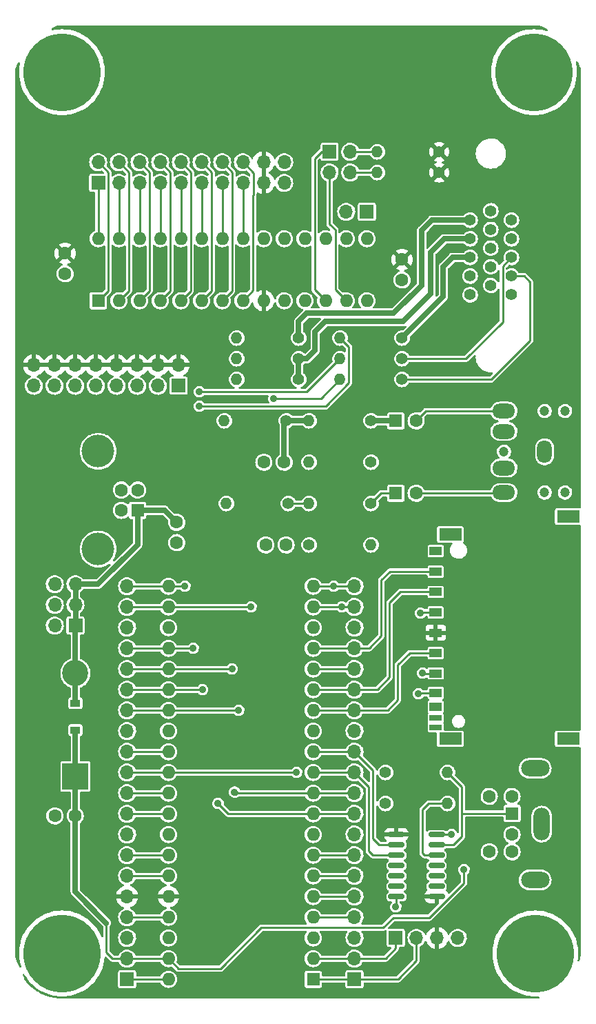
<source format=gtl>
G04 #@! TF.GenerationSoftware,KiCad,Pcbnew,(6.0.1)*
G04 #@! TF.CreationDate,2022-05-19T14:44:07-04:00*
G04 #@! TF.ProjectId,PiPicoMite01,50695069-636f-44d6-9974-6530312e6b69,2*
G04 #@! TF.SameCoordinates,Original*
G04 #@! TF.FileFunction,Copper,L1,Top*
G04 #@! TF.FilePolarity,Positive*
%FSLAX46Y46*%
G04 Gerber Fmt 4.6, Leading zero omitted, Abs format (unit mm)*
G04 Created by KiCad (PCBNEW (6.0.1)) date 2022-05-19 14:44:07*
%MOMM*%
%LPD*%
G01*
G04 APERTURE LIST*
G04 Aperture macros list*
%AMRoundRect*
0 Rectangle with rounded corners*
0 $1 Rounding radius*
0 $2 $3 $4 $5 $6 $7 $8 $9 X,Y pos of 4 corners*
0 Add a 4 corners polygon primitive as box body*
4,1,4,$2,$3,$4,$5,$6,$7,$8,$9,$2,$3,0*
0 Add four circle primitives for the rounded corners*
1,1,$1+$1,$2,$3*
1,1,$1+$1,$4,$5*
1,1,$1+$1,$6,$7*
1,1,$1+$1,$8,$9*
0 Add four rect primitives between the rounded corners*
20,1,$1+$1,$2,$3,$4,$5,0*
20,1,$1+$1,$4,$5,$6,$7,0*
20,1,$1+$1,$6,$7,$8,$9,0*
20,1,$1+$1,$8,$9,$2,$3,0*%
G04 Aperture macros list end*
G04 #@! TA.AperFunction,ComponentPad*
%ADD10C,9.525000*%
G04 #@! TD*
G04 #@! TA.AperFunction,ComponentPad*
%ADD11C,1.397000*%
G04 #@! TD*
G04 #@! TA.AperFunction,SMDPad,CuDef*
%ADD12R,1.500000X1.000000*%
G04 #@! TD*
G04 #@! TA.AperFunction,SMDPad,CuDef*
%ADD13R,1.500000X0.700000*%
G04 #@! TD*
G04 #@! TA.AperFunction,SMDPad,CuDef*
%ADD14R,2.800000X1.500000*%
G04 #@! TD*
G04 #@! TA.AperFunction,ComponentPad*
%ADD15C,1.400000*%
G04 #@! TD*
G04 #@! TA.AperFunction,ComponentPad*
%ADD16O,1.400000X1.400000*%
G04 #@! TD*
G04 #@! TA.AperFunction,ComponentPad*
%ADD17R,1.600000X1.600000*%
G04 #@! TD*
G04 #@! TA.AperFunction,ComponentPad*
%ADD18O,1.600000X1.600000*%
G04 #@! TD*
G04 #@! TA.AperFunction,ComponentPad*
%ADD19C,1.600000*%
G04 #@! TD*
G04 #@! TA.AperFunction,ComponentPad*
%ADD20C,4.000000*%
G04 #@! TD*
G04 #@! TA.AperFunction,ComponentPad*
%ADD21R,1.700000X1.700000*%
G04 #@! TD*
G04 #@! TA.AperFunction,ComponentPad*
%ADD22O,1.700000X1.700000*%
G04 #@! TD*
G04 #@! TA.AperFunction,SMDPad,CuDef*
%ADD23R,1.200000X0.900000*%
G04 #@! TD*
G04 #@! TA.AperFunction,ComponentPad*
%ADD24R,3.200000X3.200000*%
G04 #@! TD*
G04 #@! TA.AperFunction,ComponentPad*
%ADD25O,3.200000X3.200000*%
G04 #@! TD*
G04 #@! TA.AperFunction,ComponentPad*
%ADD26C,1.200000*%
G04 #@! TD*
G04 #@! TA.AperFunction,ComponentPad*
%ADD27O,2.800000X1.800000*%
G04 #@! TD*
G04 #@! TA.AperFunction,ComponentPad*
%ADD28O,1.800000X2.800000*%
G04 #@! TD*
G04 #@! TA.AperFunction,SMDPad,CuDef*
%ADD29RoundRect,0.150000X-0.825000X-0.150000X0.825000X-0.150000X0.825000X0.150000X-0.825000X0.150000X0*%
G04 #@! TD*
G04 #@! TA.AperFunction,ComponentPad*
%ADD30O,3.500000X2.000000*%
G04 #@! TD*
G04 #@! TA.AperFunction,ComponentPad*
%ADD31O,2.000000X4.000000*%
G04 #@! TD*
G04 #@! TA.AperFunction,ViaPad*
%ADD32C,0.889000*%
G04 #@! TD*
G04 #@! TA.AperFunction,Conductor*
%ADD33C,0.254000*%
G04 #@! TD*
G04 #@! TA.AperFunction,Conductor*
%ADD34C,0.635000*%
G04 #@! TD*
G04 APERTURE END LIST*
D10*
X119000000Y-8000000D03*
X177165000Y-116205000D03*
X119000000Y-116205000D03*
X177000000Y-8000000D03*
D11*
X169157590Y-26169620D03*
X169157590Y-28460700D03*
X169157590Y-30746700D03*
X169157590Y-33040320D03*
X169157590Y-35328860D03*
X171697590Y-25024080D03*
X171697590Y-27315160D03*
X171697590Y-29606240D03*
X171697590Y-31894780D03*
X171697590Y-34185860D03*
X174237590Y-26169620D03*
X174237590Y-28460700D03*
X174235050Y-30749240D03*
X174237590Y-33040320D03*
X174237590Y-35328860D03*
D12*
X164926500Y-69320000D03*
X164926500Y-71820000D03*
X164926500Y-74320000D03*
X164926500Y-76820000D03*
X164926500Y-79320000D03*
X164926500Y-81820000D03*
X164926500Y-84240000D03*
X164926500Y-85940000D03*
X164926500Y-66820000D03*
D13*
X164926500Y-87280000D03*
X164926500Y-88420000D03*
D14*
X166726500Y-64750000D03*
X166726500Y-89850000D03*
X181226500Y-89850000D03*
X181226500Y-62550000D03*
D15*
X148082000Y-40640000D03*
D16*
X140462000Y-40640000D03*
D15*
X148082000Y-43180000D03*
D16*
X140462000Y-43180000D03*
D15*
X146812000Y-60960000D03*
D16*
X139192000Y-60960000D03*
D15*
X148082000Y-45720000D03*
D16*
X140462000Y-45720000D03*
D15*
X160782000Y-40640000D03*
D16*
X153162000Y-40640000D03*
D15*
X160782000Y-43180000D03*
D16*
X153162000Y-43180000D03*
D15*
X160782000Y-45720000D03*
D16*
X153162000Y-45720000D03*
D17*
X149865000Y-119375000D03*
D18*
X149865000Y-116835000D03*
X149865000Y-114295000D03*
X149865000Y-111755000D03*
X149865000Y-109215000D03*
X149865000Y-106675000D03*
X149865000Y-104135000D03*
X149865000Y-101595000D03*
X149865000Y-99055000D03*
X149865000Y-96515000D03*
X149865000Y-93975000D03*
X149865000Y-91435000D03*
X149865000Y-88895000D03*
X149865000Y-86355000D03*
X149865000Y-83815000D03*
X149865000Y-81275000D03*
X149865000Y-78735000D03*
X149865000Y-76195000D03*
X149865000Y-73655000D03*
X149865000Y-71115000D03*
X132085000Y-71115000D03*
X132085000Y-73655000D03*
X132085000Y-76195000D03*
X132085000Y-78735000D03*
X132085000Y-81275000D03*
X132085000Y-83815000D03*
X132085000Y-86355000D03*
X132085000Y-88895000D03*
X132085000Y-91435000D03*
X132085000Y-93975000D03*
X132085000Y-96515000D03*
X132085000Y-99055000D03*
X132085000Y-101595000D03*
X132085000Y-104135000D03*
X132085000Y-106675000D03*
X132085000Y-109215000D03*
X132085000Y-111755000D03*
X132085000Y-114295000D03*
X132085000Y-116835000D03*
X132085000Y-119375000D03*
D17*
X128304000Y-61798000D03*
D19*
X128304000Y-59298000D03*
X126304000Y-59298000D03*
X126304000Y-61798000D03*
D20*
X123444000Y-54548000D03*
X123444000Y-66548000D03*
D19*
X120630000Y-99314000D03*
X118130000Y-99314000D03*
D17*
X160020000Y-59690000D03*
D19*
X162520000Y-59690000D03*
X146538000Y-66040000D03*
X144038000Y-66040000D03*
X133096000Y-63266000D03*
X133096000Y-65766000D03*
X160782000Y-31008000D03*
X160782000Y-33508000D03*
X119380000Y-30246000D03*
X119380000Y-32746000D03*
D15*
X156972000Y-55880000D03*
D16*
X149352000Y-55880000D03*
D15*
X156972000Y-60960000D03*
D16*
X149352000Y-60960000D03*
D21*
X156464000Y-25146000D03*
D22*
X153924000Y-25146000D03*
D23*
X120650000Y-88772000D03*
X120650000Y-85472000D03*
D21*
X133335000Y-46502000D03*
D22*
X133335000Y-43962000D03*
X130795000Y-46502000D03*
X130795000Y-43962000D03*
X128255000Y-46502000D03*
X128255000Y-43962000D03*
X125715000Y-46502000D03*
X125715000Y-43962000D03*
X123175000Y-46502000D03*
X123175000Y-43962000D03*
X120635000Y-46502000D03*
X120635000Y-43962000D03*
X118095000Y-46502000D03*
X118095000Y-43962000D03*
X115555000Y-46502000D03*
X115555000Y-43962000D03*
D21*
X160020000Y-114300000D03*
D22*
X162560000Y-114300000D03*
X165100000Y-114300000D03*
X167640000Y-114300000D03*
D24*
X120650000Y-94488000D03*
D25*
X120650000Y-81788000D03*
D19*
X146304000Y-55880000D03*
X143804000Y-55880000D03*
D26*
X178308000Y-59610000D03*
X178308000Y-49610000D03*
X180808000Y-49610000D03*
X180808000Y-59610000D03*
X173308000Y-54610000D03*
D27*
X173308000Y-59610000D03*
X173308000Y-56610000D03*
D28*
X178308000Y-54610000D03*
D27*
X173308000Y-49610000D03*
X173308000Y-52110000D03*
D15*
X165354000Y-17780000D03*
D16*
X157734000Y-17780000D03*
D15*
X165354000Y-20320000D03*
D16*
X157734000Y-20320000D03*
D21*
X127000000Y-119380000D03*
D22*
X127000000Y-116840000D03*
X127000000Y-114300000D03*
X127000000Y-111760000D03*
X127000000Y-109220000D03*
X127000000Y-106680000D03*
X127000000Y-104140000D03*
X127000000Y-101600000D03*
X127000000Y-99060000D03*
X127000000Y-96520000D03*
X127000000Y-93980000D03*
X127000000Y-91440000D03*
X127000000Y-88900000D03*
X127000000Y-86360000D03*
X127000000Y-83820000D03*
X127000000Y-81280000D03*
X127000000Y-78740000D03*
X127000000Y-76200000D03*
X127000000Y-73660000D03*
X127000000Y-71120000D03*
D15*
X149352000Y-66040000D03*
D16*
X156972000Y-66040000D03*
D21*
X151887000Y-17775000D03*
D22*
X154427000Y-17775000D03*
X151887000Y-20315000D03*
X154427000Y-20315000D03*
D15*
X158750000Y-93980000D03*
D16*
X166370000Y-93980000D03*
D21*
X123449000Y-21595000D03*
D22*
X123449000Y-19055000D03*
X125989000Y-21595000D03*
X125989000Y-19055000D03*
X128529000Y-21595000D03*
X128529000Y-19055000D03*
X131069000Y-21595000D03*
X131069000Y-19055000D03*
X133609000Y-21595000D03*
X133609000Y-19055000D03*
X136149000Y-21595000D03*
X136149000Y-19055000D03*
X138689000Y-21595000D03*
X138689000Y-19055000D03*
X141229000Y-21595000D03*
X141229000Y-19055000D03*
X143769000Y-21595000D03*
X143769000Y-19055000D03*
X146309000Y-21595000D03*
X146309000Y-19055000D03*
D17*
X123454000Y-36058000D03*
D18*
X125994000Y-36058000D03*
X128534000Y-36058000D03*
X131074000Y-36058000D03*
X133614000Y-36058000D03*
X136154000Y-36058000D03*
X138694000Y-36058000D03*
X141234000Y-36058000D03*
X143774000Y-36058000D03*
X146314000Y-36058000D03*
X148854000Y-36058000D03*
X151394000Y-36058000D03*
X153934000Y-36058000D03*
X156474000Y-36058000D03*
X156474000Y-28438000D03*
X153934000Y-28438000D03*
X151394000Y-28438000D03*
X148854000Y-28438000D03*
X146314000Y-28438000D03*
X143774000Y-28438000D03*
X141234000Y-28438000D03*
X138694000Y-28438000D03*
X136154000Y-28438000D03*
X133614000Y-28438000D03*
X131074000Y-28438000D03*
X128534000Y-28438000D03*
X125994000Y-28438000D03*
X123454000Y-28438000D03*
D15*
X158750000Y-97790000D03*
D16*
X166370000Y-97790000D03*
D17*
X160020000Y-50800000D03*
D19*
X162520000Y-50800000D03*
D29*
X160085000Y-101600000D03*
X160085000Y-102870000D03*
X160085000Y-104140000D03*
X160085000Y-105410000D03*
X160085000Y-106680000D03*
X160085000Y-107950000D03*
X160085000Y-109220000D03*
X165035000Y-109220000D03*
X165035000Y-107950000D03*
X165035000Y-106680000D03*
X165035000Y-105410000D03*
X165035000Y-104140000D03*
X165035000Y-102870000D03*
X165035000Y-101600000D03*
D21*
X120655000Y-75946000D03*
D22*
X118115000Y-75946000D03*
X120655000Y-73406000D03*
X118115000Y-73406000D03*
X120655000Y-70866000D03*
X118115000Y-70866000D03*
D17*
X174301000Y-99020000D03*
D19*
X174301000Y-101620000D03*
X174301000Y-96920000D03*
X174301000Y-103720000D03*
X171501000Y-96920000D03*
X171501000Y-103720000D03*
D30*
X177151000Y-107170000D03*
X177151000Y-93470000D03*
D31*
X177951000Y-100320000D03*
D15*
X156972000Y-50800000D03*
D16*
X149352000Y-50800000D03*
D15*
X146558000Y-50800000D03*
D16*
X138938000Y-50800000D03*
D21*
X154940000Y-119375000D03*
D22*
X154940000Y-116835000D03*
X154940000Y-114295000D03*
X154940000Y-111755000D03*
X154940000Y-109215000D03*
X154940000Y-106675000D03*
X154940000Y-104135000D03*
X154940000Y-101595000D03*
X154940000Y-99055000D03*
X154940000Y-96515000D03*
X154940000Y-93975000D03*
X154940000Y-91435000D03*
X154940000Y-88895000D03*
X154940000Y-86355000D03*
X154940000Y-83815000D03*
X154940000Y-81275000D03*
X154940000Y-78735000D03*
X154940000Y-76195000D03*
X154940000Y-73655000D03*
X154940000Y-71115000D03*
D32*
X163322000Y-81788000D03*
X160020000Y-110490000D03*
X163068000Y-74422000D03*
X162814000Y-84328000D03*
X138176000Y-97790000D03*
X140208000Y-96393000D03*
X153411000Y-73655000D03*
X152400000Y-71120000D03*
X140716000Y-86360000D03*
X136276000Y-83815000D03*
X139891000Y-81280000D03*
X135128000Y-78740000D03*
X135890000Y-49022000D03*
X145034000Y-48069000D03*
X142240000Y-73660000D03*
X147828000Y-93980000D03*
X134112000Y-71120000D03*
X135890000Y-47244000D03*
X166878000Y-101600000D03*
X168402000Y-105918000D03*
D33*
X163170000Y-74320000D02*
X163068000Y-74422000D01*
X160085000Y-110425000D02*
X160020000Y-110490000D01*
X164926500Y-74320000D02*
X163170000Y-74320000D01*
X160085000Y-109220000D02*
X160085000Y-110425000D01*
X163354000Y-81820000D02*
X163322000Y-81788000D01*
X164926500Y-81820000D02*
X163354000Y-81820000D01*
D34*
X120650000Y-75951000D02*
X120655000Y-75946000D01*
X123444000Y-70866000D02*
X128304000Y-66006000D01*
X120655000Y-73406000D02*
X120655000Y-70866000D01*
X120650000Y-85472000D02*
X120650000Y-81788000D01*
X120655000Y-70866000D02*
X123444000Y-70866000D01*
X131628000Y-61798000D02*
X133096000Y-63266000D01*
X128304000Y-66006000D02*
X128304000Y-61798000D01*
X120650000Y-81788000D02*
X120650000Y-75951000D01*
X128304000Y-61798000D02*
X131628000Y-61798000D01*
X120655000Y-75946000D02*
X120655000Y-73406000D01*
D33*
X156972000Y-60960000D02*
X158242000Y-59690000D01*
X158242000Y-59690000D02*
X160020000Y-59690000D01*
D34*
X156972000Y-50800000D02*
X160020000Y-50800000D01*
D33*
X159280000Y-69320000D02*
X164926500Y-69320000D01*
X158242000Y-70358000D02*
X159280000Y-69320000D01*
X149865000Y-78735000D02*
X154940000Y-78735000D01*
X156723000Y-78735000D02*
X158242000Y-77216000D01*
X158242000Y-77216000D02*
X158242000Y-70358000D01*
X154940000Y-78735000D02*
X156723000Y-78735000D01*
X154940000Y-83815000D02*
X157739000Y-83815000D01*
X149865000Y-83815000D02*
X154940000Y-83815000D01*
X160590000Y-71820000D02*
X164926500Y-71820000D01*
X159258000Y-82296000D02*
X159258000Y-73152000D01*
X159258000Y-73152000D02*
X160590000Y-71820000D01*
X157739000Y-83815000D02*
X159258000Y-82296000D01*
X154940000Y-86355000D02*
X159009000Y-86355000D01*
X161726000Y-79320000D02*
X164926500Y-79320000D01*
X149865000Y-86355000D02*
X154940000Y-86355000D01*
X160274000Y-85090000D02*
X160274000Y-80772000D01*
X159009000Y-86355000D02*
X160274000Y-85090000D01*
X160274000Y-80772000D02*
X161726000Y-79320000D01*
X149865000Y-81275000D02*
X154940000Y-81275000D01*
X162902000Y-84240000D02*
X162814000Y-84328000D01*
X164926500Y-84240000D02*
X162902000Y-84240000D01*
X157729000Y-17775000D02*
X157734000Y-17780000D01*
X154427000Y-17775000D02*
X157729000Y-17775000D01*
X157729000Y-20315000D02*
X157734000Y-20320000D01*
X154427000Y-20315000D02*
X157729000Y-20315000D01*
X149865000Y-119375000D02*
X154940000Y-119375000D01*
X154940000Y-119375000D02*
X160279000Y-119375000D01*
X162560000Y-117094000D02*
X162560000Y-114300000D01*
X160279000Y-119375000D02*
X162560000Y-117094000D01*
X149865000Y-116835000D02*
X154940000Y-116835000D01*
X154940000Y-116835000D02*
X158755000Y-116835000D01*
X158755000Y-116835000D02*
X160020000Y-115570000D01*
X160020000Y-115570000D02*
X160020000Y-114300000D01*
X149865000Y-111755000D02*
X154940000Y-111755000D01*
X149865000Y-109215000D02*
X154940000Y-109215000D01*
X149865000Y-106675000D02*
X154940000Y-106675000D01*
X149865000Y-104135000D02*
X154940000Y-104135000D01*
X139441000Y-99055000D02*
X138176000Y-97790000D01*
X149865000Y-99055000D02*
X139441000Y-99055000D01*
X149865000Y-99055000D02*
X154940000Y-99055000D01*
X140330000Y-96515000D02*
X149865000Y-96515000D01*
X149865000Y-96515000D02*
X154940000Y-96515000D01*
D34*
X140208000Y-96393000D02*
X140330000Y-96515000D01*
D33*
X156718000Y-103632000D02*
X156718000Y-95753000D01*
X149865000Y-93975000D02*
X154940000Y-93975000D01*
X157226000Y-104140000D02*
X156718000Y-103632000D01*
X160085000Y-104140000D02*
X157226000Y-104140000D01*
X156718000Y-95753000D02*
X154940000Y-93975000D01*
D34*
X165862000Y-31877000D02*
X166992300Y-30746700D01*
X166992300Y-30746700D02*
X169157590Y-30746700D01*
X160782000Y-40640000D02*
X165862000Y-35560000D01*
X165862000Y-35560000D02*
X165862000Y-31877000D01*
X150114000Y-39878000D02*
X151384000Y-38608000D01*
X164338000Y-30099000D02*
X165976300Y-28460700D01*
X148082000Y-43180000D02*
X149098000Y-43180000D01*
X160909000Y-38608000D02*
X164338000Y-35179000D01*
X164338000Y-35179000D02*
X164338000Y-30099000D01*
X151384000Y-38608000D02*
X160909000Y-38608000D01*
X150114000Y-42164000D02*
X150114000Y-39878000D01*
X148082000Y-43180000D02*
X148082000Y-45720000D01*
X165976300Y-28460700D02*
X169157590Y-28460700D01*
X149098000Y-43180000D02*
X150114000Y-42164000D01*
X164457380Y-26169620D02*
X169157590Y-26169620D01*
X159766000Y-37592000D02*
X163195000Y-34163000D01*
X149098000Y-37592000D02*
X159766000Y-37592000D01*
X163195000Y-27432000D02*
X164457380Y-26169620D01*
X148082000Y-40640000D02*
X148082000Y-38608000D01*
X148082000Y-38608000D02*
X149098000Y-37592000D01*
X163195000Y-34163000D02*
X163195000Y-27432000D01*
D33*
X149865000Y-91435000D02*
X154940000Y-91435000D01*
X157988000Y-102870000D02*
X157226000Y-102108000D01*
X157226000Y-93721000D02*
X154940000Y-91435000D01*
X160085000Y-102870000D02*
X157988000Y-102870000D01*
X157226000Y-102108000D02*
X157226000Y-93721000D01*
X152574511Y-34698511D02*
X152574511Y-27352511D01*
X151887000Y-20315000D02*
X151887000Y-26665000D01*
X153411000Y-73655000D02*
X154940000Y-73655000D01*
X153934000Y-36058000D02*
X152574511Y-34698511D01*
X151887000Y-26665000D02*
X152574511Y-27352511D01*
X149865000Y-73655000D02*
X153411000Y-73655000D01*
X151394000Y-36058000D02*
X150034511Y-34698511D01*
X150881000Y-17775000D02*
X151887000Y-17775000D01*
X150034511Y-34698511D02*
X150034511Y-18621489D01*
X149865000Y-71115000D02*
X154940000Y-71115000D01*
X150034511Y-18621489D02*
X150881000Y-17775000D01*
X132080000Y-104140000D02*
X132085000Y-104135000D01*
X127000000Y-104140000D02*
X132080000Y-104140000D01*
X132080000Y-99060000D02*
X132085000Y-99055000D01*
X127000000Y-99060000D02*
X132080000Y-99060000D01*
X127000000Y-96520000D02*
X132080000Y-96520000D01*
X132080000Y-96520000D02*
X132085000Y-96515000D01*
X132080000Y-91440000D02*
X132085000Y-91435000D01*
X127000000Y-91440000D02*
X132080000Y-91440000D01*
X127000000Y-86360000D02*
X132080000Y-86360000D01*
X140711000Y-86355000D02*
X140716000Y-86360000D01*
X132085000Y-86355000D02*
X140711000Y-86355000D01*
X132080000Y-86360000D02*
X132085000Y-86355000D01*
X132085000Y-83815000D02*
X136276000Y-83815000D01*
X127000000Y-83820000D02*
X132080000Y-83820000D01*
X132080000Y-83820000D02*
X132085000Y-83815000D01*
X124679511Y-34832489D02*
X124679511Y-20285511D01*
X124679511Y-20285511D02*
X123449000Y-19055000D01*
X123454000Y-36058000D02*
X124679511Y-34832489D01*
X123454000Y-21600000D02*
X123449000Y-21595000D01*
X123454000Y-28438000D02*
X123454000Y-21600000D01*
X127219511Y-34832489D02*
X127219511Y-20285511D01*
X127219511Y-20285511D02*
X125989000Y-19055000D01*
X125994000Y-36058000D02*
X127219511Y-34832489D01*
X125994000Y-28438000D02*
X125994000Y-21600000D01*
X125994000Y-21600000D02*
X125989000Y-21595000D01*
X129759511Y-34832489D02*
X129759511Y-20285511D01*
X129759511Y-20285511D02*
X128529000Y-19055000D01*
X128534000Y-36058000D02*
X129759511Y-34832489D01*
X128534000Y-28438000D02*
X128534000Y-21600000D01*
X128534000Y-21600000D02*
X128529000Y-21595000D01*
X132299511Y-34832489D02*
X132299511Y-20285511D01*
X131074000Y-36058000D02*
X132299511Y-34832489D01*
X132299511Y-20285511D02*
X131069000Y-19055000D01*
X131074000Y-21600000D02*
X131069000Y-21595000D01*
X131074000Y-28438000D02*
X131074000Y-21600000D01*
X134839511Y-20285511D02*
X133609000Y-19055000D01*
X133614000Y-36058000D02*
X134794511Y-34877489D01*
X134839511Y-22735511D02*
X134839511Y-20285511D01*
X134794511Y-34877489D02*
X134794511Y-22780511D01*
X134794511Y-22780511D02*
X134839511Y-22735511D01*
X133614000Y-28438000D02*
X133614000Y-21600000D01*
X133614000Y-21600000D02*
X133609000Y-21595000D01*
X137379511Y-20285511D02*
X136149000Y-19055000D01*
X137379511Y-34832489D02*
X137379511Y-20285511D01*
X136154000Y-36058000D02*
X137379511Y-34832489D01*
X136154000Y-21600000D02*
X136149000Y-21595000D01*
X136154000Y-28438000D02*
X136154000Y-21600000D01*
X139919511Y-20285511D02*
X138689000Y-19055000D01*
X139919511Y-23487991D02*
X139919511Y-20285511D01*
X139874511Y-23532991D02*
X139919511Y-23487991D01*
X139874511Y-34877489D02*
X139874511Y-23532991D01*
X138694000Y-36058000D02*
X139874511Y-34877489D01*
X138694000Y-21600000D02*
X138689000Y-21595000D01*
X138694000Y-28438000D02*
X138694000Y-21600000D01*
X141234000Y-36058000D02*
X142494000Y-34798000D01*
X142538489Y-20364489D02*
X142538489Y-23069511D01*
X142538489Y-23069511D02*
X142494000Y-23114000D01*
X142494000Y-34798000D02*
X142494000Y-23114000D01*
X141229000Y-19055000D02*
X142538489Y-20364489D01*
X141234000Y-28438000D02*
X141234000Y-21600000D01*
X141234000Y-21600000D02*
X141229000Y-21595000D01*
X132080000Y-119380000D02*
X132085000Y-119375000D01*
X127000000Y-119380000D02*
X132080000Y-119380000D01*
X132080000Y-111760000D02*
X132085000Y-111755000D01*
X127000000Y-111760000D02*
X132080000Y-111760000D01*
X132080000Y-106680000D02*
X132085000Y-106675000D01*
X127000000Y-106680000D02*
X132080000Y-106680000D01*
X173308000Y-49610000D02*
X163710000Y-49610000D01*
X163710000Y-49610000D02*
X162520000Y-50800000D01*
X132080000Y-81280000D02*
X132085000Y-81275000D01*
X139886000Y-81275000D02*
X139891000Y-81280000D01*
X132085000Y-81275000D02*
X139886000Y-81275000D01*
X127000000Y-81280000D02*
X132080000Y-81280000D01*
X154242511Y-41720511D02*
X154242511Y-46167563D01*
X151388074Y-49022000D02*
X135890000Y-49022000D01*
X135128000Y-78740000D02*
X135123000Y-78735000D01*
X127000000Y-78740000D02*
X132080000Y-78740000D01*
X153162000Y-40640000D02*
X154242511Y-41720511D01*
X132080000Y-78740000D02*
X132085000Y-78735000D01*
X154242511Y-46167563D02*
X151388074Y-49022000D01*
X135123000Y-78735000D02*
X132085000Y-78735000D01*
X145034000Y-48069000D02*
X150813000Y-48069000D01*
X132085000Y-73655000D02*
X142235000Y-73655000D01*
X142235000Y-73655000D02*
X142240000Y-73660000D01*
X127000000Y-73660000D02*
X132080000Y-73660000D01*
X132080000Y-73660000D02*
X132085000Y-73655000D01*
X150813000Y-48069000D02*
X153162000Y-45720000D01*
X173158579Y-38677421D02*
X173158579Y-31825711D01*
X160782000Y-43180000D02*
X168656000Y-43180000D01*
X168656000Y-43180000D02*
X173158579Y-38677421D01*
X173158579Y-31825711D02*
X174235050Y-30749240D01*
X171747074Y-45720000D02*
X176530000Y-40937074D01*
X176530000Y-33782000D02*
X175788320Y-33040320D01*
X176530000Y-40937074D02*
X176530000Y-33782000D01*
X175788320Y-33040320D02*
X174237590Y-33040320D01*
X160782000Y-45720000D02*
X171747074Y-45720000D01*
X132080000Y-93980000D02*
X132085000Y-93975000D01*
X147823000Y-93975000D02*
X147828000Y-93980000D01*
X132085000Y-93975000D02*
X147823000Y-93975000D01*
X127000000Y-93980000D02*
X132080000Y-93980000D01*
X132085000Y-71115000D02*
X134107000Y-71115000D01*
X132080000Y-71120000D02*
X132085000Y-71115000D01*
X134107000Y-71115000D02*
X134112000Y-71120000D01*
X149098000Y-47244000D02*
X153162000Y-43180000D01*
X127000000Y-71120000D02*
X132080000Y-71120000D01*
X135890000Y-47244000D02*
X149098000Y-47244000D01*
D34*
X146304000Y-51054000D02*
X146558000Y-50800000D01*
X146558000Y-50800000D02*
X149352000Y-50800000D01*
X146304000Y-55880000D02*
X146304000Y-51054000D01*
D33*
X149352000Y-60960000D02*
X146812000Y-60960000D01*
X173228000Y-59690000D02*
X173308000Y-59610000D01*
X162520000Y-59690000D02*
X173228000Y-59690000D01*
X165035000Y-102870000D02*
X167132000Y-102870000D01*
X168188000Y-99020000D02*
X168148000Y-99060000D01*
X168148000Y-95758000D02*
X166370000Y-93980000D01*
X168148000Y-99060000D02*
X168148000Y-95758000D01*
X167132000Y-102870000D02*
X168148000Y-101854000D01*
X174301000Y-99020000D02*
X168188000Y-99020000D01*
X168148000Y-101854000D02*
X168148000Y-99060000D01*
X163576000Y-104140000D02*
X163322000Y-103886000D01*
X165035000Y-104140000D02*
X163576000Y-104140000D01*
X164084000Y-97790000D02*
X166370000Y-97790000D01*
X163322000Y-98552000D02*
X164084000Y-97790000D01*
X163322000Y-103886000D02*
X163322000Y-98552000D01*
X164152134Y-111828134D02*
X168402000Y-107578268D01*
X125222000Y-116840000D02*
X124460000Y-116078000D01*
X132080000Y-116840000D02*
X132085000Y-116835000D01*
X127000000Y-116840000D02*
X125222000Y-116840000D01*
X133315511Y-118065511D02*
X138474489Y-118065511D01*
X143510000Y-113030000D02*
X158496000Y-113030000D01*
D34*
X120630000Y-99314000D02*
X120630000Y-108650816D01*
D33*
X168402000Y-107578268D02*
X168402000Y-105918000D01*
X158496000Y-113030000D02*
X159697866Y-111828134D01*
D34*
X120650000Y-94488000D02*
X120650000Y-99294000D01*
D33*
X132085000Y-116835000D02*
X133315511Y-118065511D01*
X138474489Y-118065511D02*
X143510000Y-113030000D01*
D34*
X120630000Y-108650816D02*
X124460000Y-112480816D01*
X120650000Y-94488000D02*
X120650000Y-88772000D01*
X120650000Y-99294000D02*
X120630000Y-99314000D01*
D33*
X124460000Y-116078000D02*
X124460000Y-112480816D01*
X159697866Y-111828134D02*
X164152134Y-111828134D01*
X165035000Y-101600000D02*
X166878000Y-101600000D01*
X127000000Y-116840000D02*
X132080000Y-116840000D01*
G04 #@! TA.AperFunction,Conductor*
G36*
X176987153Y-2256421D02*
G01*
X177000000Y-2258976D01*
X177012172Y-2256555D01*
X177021195Y-2256555D01*
X177035786Y-2255406D01*
X177225125Y-2262845D01*
X177445876Y-2271519D01*
X177455738Y-2272295D01*
X177700950Y-2301317D01*
X177868868Y-2321192D01*
X177913868Y-2335420D01*
X178646004Y-2730315D01*
X178696464Y-2780258D01*
X178711913Y-2849553D01*
X178687445Y-2916201D01*
X178630829Y-2959039D01*
X178560040Y-2964469D01*
X178548308Y-2961382D01*
X178405012Y-2916201D01*
X178368165Y-2904583D01*
X178368160Y-2904582D01*
X178365535Y-2903754D01*
X177916172Y-2804133D01*
X177913452Y-2803775D01*
X177913447Y-2803774D01*
X177734824Y-2780258D01*
X177459836Y-2744055D01*
X177457087Y-2743935D01*
X177457076Y-2743934D01*
X177002748Y-2724098D01*
X177000000Y-2723978D01*
X176997252Y-2724098D01*
X176542924Y-2743934D01*
X176542913Y-2743935D01*
X176540164Y-2744055D01*
X176265176Y-2780258D01*
X176086553Y-2803774D01*
X176086548Y-2803775D01*
X176083828Y-2804133D01*
X175634465Y-2903754D01*
X175631840Y-2904582D01*
X175631835Y-2904583D01*
X175198122Y-3041332D01*
X175198114Y-3041335D01*
X175195494Y-3042161D01*
X174770257Y-3218300D01*
X174361989Y-3430831D01*
X173973798Y-3678136D01*
X173818278Y-3797471D01*
X173610806Y-3956669D01*
X173610800Y-3956674D01*
X173608638Y-3958333D01*
X173269289Y-4269289D01*
X172958333Y-4608638D01*
X172956674Y-4610800D01*
X172956669Y-4610806D01*
X172947630Y-4622586D01*
X172678136Y-4973798D01*
X172430831Y-5361989D01*
X172218300Y-5770257D01*
X172042161Y-6195494D01*
X172041335Y-6198114D01*
X172041332Y-6198122D01*
X171912294Y-6607380D01*
X171903754Y-6634465D01*
X171804133Y-7083828D01*
X171803775Y-7086548D01*
X171803774Y-7086553D01*
X171781279Y-7257423D01*
X171744055Y-7540164D01*
X171743935Y-7542913D01*
X171743934Y-7542924D01*
X171743445Y-7554124D01*
X171723978Y-8000000D01*
X171744055Y-8459836D01*
X171804133Y-8916172D01*
X171903754Y-9365535D01*
X172042161Y-9804506D01*
X172218300Y-10229743D01*
X172430831Y-10638011D01*
X172678136Y-11026202D01*
X172958333Y-11391362D01*
X173269289Y-11730711D01*
X173608638Y-12041667D01*
X173610800Y-12043326D01*
X173610806Y-12043331D01*
X173734853Y-12138515D01*
X173973798Y-12321864D01*
X174361989Y-12569169D01*
X174770257Y-12781700D01*
X175195494Y-12957839D01*
X175198114Y-12958665D01*
X175198122Y-12958668D01*
X175631835Y-13095417D01*
X175631840Y-13095418D01*
X175634465Y-13096246D01*
X176083828Y-13195867D01*
X176086548Y-13196225D01*
X176086553Y-13196226D01*
X176257423Y-13218721D01*
X176540164Y-13255945D01*
X176542913Y-13256065D01*
X176542924Y-13256066D01*
X176997252Y-13275902D01*
X177000000Y-13276022D01*
X177002748Y-13275902D01*
X177457076Y-13256066D01*
X177457087Y-13256065D01*
X177459836Y-13255945D01*
X177742577Y-13218721D01*
X177913447Y-13196226D01*
X177913452Y-13196225D01*
X177916172Y-13195867D01*
X178365535Y-13096246D01*
X178368160Y-13095418D01*
X178368165Y-13095417D01*
X178801878Y-12958668D01*
X178801886Y-12958665D01*
X178804506Y-12957839D01*
X179229743Y-12781700D01*
X179638011Y-12569169D01*
X180026202Y-12321864D01*
X180265147Y-12138515D01*
X180389194Y-12043331D01*
X180389200Y-12043326D01*
X180391362Y-12041667D01*
X180730711Y-11730711D01*
X181041667Y-11391362D01*
X181321864Y-11026202D01*
X181569169Y-10638011D01*
X181781700Y-10229743D01*
X181957839Y-9804506D01*
X182096246Y-9365535D01*
X182195867Y-8916172D01*
X182255945Y-8459836D01*
X182276022Y-8000000D01*
X182256555Y-7554124D01*
X182256066Y-7542924D01*
X182256065Y-7542913D01*
X182255945Y-7540164D01*
X182218721Y-7257423D01*
X182196226Y-7086553D01*
X182196225Y-7086548D01*
X182195867Y-7083828D01*
X182141280Y-6837602D01*
X182146064Y-6766768D01*
X182188384Y-6709764D01*
X182254806Y-6684690D01*
X182324239Y-6699506D01*
X182376991Y-6753983D01*
X182704087Y-7408173D01*
X182716515Y-7449711D01*
X182727705Y-7544262D01*
X182728481Y-7554124D01*
X182744594Y-7964210D01*
X182743445Y-7978805D01*
X182743445Y-7987828D01*
X182741024Y-8000000D01*
X182743445Y-8012170D01*
X182743579Y-8012844D01*
X182746000Y-8037425D01*
X182746000Y-61419500D01*
X182725998Y-61487621D01*
X182672342Y-61534114D01*
X182620000Y-61545500D01*
X180268631Y-61545501D01*
X179801434Y-61545501D01*
X179765682Y-61552612D01*
X179739374Y-61557844D01*
X179739372Y-61557845D01*
X179727199Y-61560266D01*
X179716879Y-61567161D01*
X179716878Y-61567162D01*
X179701113Y-61577696D01*
X179643016Y-61616516D01*
X179586766Y-61700699D01*
X179572000Y-61774933D01*
X179572001Y-63325066D01*
X179586766Y-63399301D01*
X179643016Y-63483484D01*
X179727199Y-63539734D01*
X179801433Y-63554500D01*
X180268516Y-63554500D01*
X182620000Y-63554499D01*
X182688121Y-63574501D01*
X182734614Y-63628157D01*
X182746000Y-63680499D01*
X182746000Y-88719500D01*
X182725998Y-88787621D01*
X182672342Y-88834114D01*
X182620000Y-88845500D01*
X180268631Y-88845501D01*
X179801434Y-88845501D01*
X179765682Y-88852612D01*
X179739374Y-88857844D01*
X179739372Y-88857845D01*
X179727199Y-88860266D01*
X179716879Y-88867161D01*
X179716878Y-88867162D01*
X179669971Y-88898505D01*
X179643016Y-88916516D01*
X179586766Y-89000699D01*
X179572000Y-89074933D01*
X179572001Y-90625066D01*
X179579112Y-90660818D01*
X179583457Y-90682662D01*
X179586766Y-90699301D01*
X179643016Y-90783484D01*
X179727199Y-90839734D01*
X179801433Y-90854500D01*
X180268516Y-90854500D01*
X182620000Y-90854499D01*
X182688121Y-90874501D01*
X182734614Y-90928157D01*
X182746000Y-90980499D01*
X182746000Y-115962575D01*
X182743579Y-115987153D01*
X182741024Y-116000000D01*
X182743445Y-116012172D01*
X182743445Y-116021195D01*
X182744594Y-116035786D01*
X182742173Y-116097409D01*
X182728481Y-116445876D01*
X182727705Y-116455738D01*
X182708167Y-116620817D01*
X182677226Y-116882243D01*
X182677086Y-116883423D01*
X182672768Y-116904409D01*
X182617421Y-117091204D01*
X182578890Y-117150836D01*
X182514237Y-117180170D01*
X182443988Y-117169894D01*
X182390447Y-117123269D01*
X182370612Y-117055099D01*
X182371690Y-117038963D01*
X182385248Y-116935978D01*
X182420945Y-116664836D01*
X182422502Y-116629189D01*
X182440902Y-116207748D01*
X182441022Y-116205000D01*
X182436341Y-116097779D01*
X182421066Y-115747924D01*
X182421065Y-115747913D01*
X182420945Y-115745164D01*
X182377982Y-115418831D01*
X182361226Y-115291553D01*
X182361225Y-115291548D01*
X182360867Y-115288828D01*
X182261246Y-114839465D01*
X182250779Y-114806267D01*
X182123668Y-114403122D01*
X182123665Y-114403114D01*
X182122839Y-114400494D01*
X181946700Y-113975257D01*
X181734169Y-113566989D01*
X181486864Y-113178798D01*
X181279262Y-112908246D01*
X181208331Y-112815806D01*
X181208326Y-112815800D01*
X181206667Y-112813638D01*
X180895711Y-112474289D01*
X180556362Y-112163333D01*
X180554200Y-112161674D01*
X180554194Y-112161669D01*
X180368803Y-112019414D01*
X180191202Y-111883136D01*
X179803011Y-111635831D01*
X179394743Y-111423300D01*
X178969506Y-111247161D01*
X178966886Y-111246335D01*
X178966878Y-111246332D01*
X178533165Y-111109583D01*
X178533160Y-111109582D01*
X178530535Y-111108754D01*
X178081172Y-111009133D01*
X178078452Y-111008775D01*
X178078447Y-111008774D01*
X177907577Y-110986279D01*
X177624836Y-110949055D01*
X177622087Y-110948935D01*
X177622076Y-110948934D01*
X177167748Y-110929098D01*
X177165000Y-110928978D01*
X177162252Y-110929098D01*
X176707924Y-110948934D01*
X176707913Y-110948935D01*
X176705164Y-110949055D01*
X176422423Y-110986279D01*
X176251553Y-111008774D01*
X176251548Y-111008775D01*
X176248828Y-111009133D01*
X175799465Y-111108754D01*
X175796840Y-111109582D01*
X175796835Y-111109583D01*
X175363122Y-111246332D01*
X175363114Y-111246335D01*
X175360494Y-111247161D01*
X174935257Y-111423300D01*
X174526989Y-111635831D01*
X174138798Y-111883136D01*
X173961197Y-112019414D01*
X173775806Y-112161669D01*
X173775800Y-112161674D01*
X173773638Y-112163333D01*
X173434289Y-112474289D01*
X173123333Y-112813638D01*
X173121674Y-112815800D01*
X173121669Y-112815806D01*
X173050738Y-112908246D01*
X172843136Y-113178798D01*
X172595831Y-113566989D01*
X172383300Y-113975257D01*
X172207161Y-114400494D01*
X172206335Y-114403114D01*
X172206332Y-114403122D01*
X172079221Y-114806267D01*
X172068754Y-114839465D01*
X171969133Y-115288828D01*
X171968775Y-115291548D01*
X171968774Y-115291553D01*
X171952018Y-115418831D01*
X171909055Y-115745164D01*
X171908935Y-115747913D01*
X171908934Y-115747924D01*
X171893659Y-116097779D01*
X171888978Y-116205000D01*
X171889098Y-116207748D01*
X171907499Y-116629189D01*
X171909055Y-116664836D01*
X171931458Y-116835000D01*
X171966386Y-117100304D01*
X171969133Y-117121172D01*
X172068754Y-117570535D01*
X172069582Y-117573160D01*
X172069583Y-117573165D01*
X172187606Y-117947485D01*
X172207161Y-118009506D01*
X172341408Y-118333607D01*
X172381893Y-118431345D01*
X172383300Y-118434743D01*
X172595831Y-118843011D01*
X172843136Y-119231202D01*
X173123333Y-119596362D01*
X173434289Y-119935711D01*
X173773638Y-120246667D01*
X173775800Y-120248326D01*
X173775806Y-120248331D01*
X173874813Y-120324301D01*
X174138798Y-120526864D01*
X174526989Y-120774169D01*
X174935257Y-120986700D01*
X175360494Y-121162839D01*
X175363114Y-121163665D01*
X175363122Y-121163668D01*
X175796835Y-121300417D01*
X175796840Y-121300418D01*
X175799465Y-121301246D01*
X176248828Y-121400867D01*
X176251548Y-121401225D01*
X176251553Y-121401226D01*
X176393496Y-121419913D01*
X176705164Y-121460945D01*
X176707913Y-121461065D01*
X176707924Y-121461066D01*
X177162252Y-121480902D01*
X177165000Y-121481022D01*
X177535624Y-121464840D01*
X177604552Y-121481852D01*
X177653341Y-121533428D01*
X177666501Y-121603194D01*
X177639853Y-121669000D01*
X177581858Y-121709953D01*
X177555929Y-121715847D01*
X177455738Y-121727705D01*
X177445876Y-121728481D01*
X177225125Y-121737155D01*
X177035786Y-121744594D01*
X177021195Y-121743445D01*
X177012172Y-121743445D01*
X177000000Y-121741024D01*
X176987153Y-121743579D01*
X176962575Y-121746000D01*
X119037425Y-121746000D01*
X119012847Y-121743579D01*
X119000000Y-121741024D01*
X118987828Y-121743445D01*
X118978805Y-121743445D01*
X118964214Y-121744594D01*
X118774875Y-121737155D01*
X118554124Y-121728481D01*
X118544261Y-121727705D01*
X118106038Y-121675838D01*
X118096267Y-121674290D01*
X117663476Y-121588203D01*
X117653855Y-121585893D01*
X117229155Y-121466115D01*
X117219746Y-121463058D01*
X116805744Y-121310325D01*
X116796604Y-121306539D01*
X116783325Y-121300417D01*
X116395858Y-121121793D01*
X116387045Y-121117302D01*
X116002048Y-120901693D01*
X115993612Y-120896524D01*
X115918267Y-120846180D01*
X115626697Y-120651359D01*
X115618708Y-120645555D01*
X115414411Y-120484500D01*
X115272161Y-120372359D01*
X115264638Y-120365934D01*
X115017699Y-120137667D01*
X114940588Y-120066386D01*
X114933614Y-120059412D01*
X114699343Y-119805979D01*
X114634066Y-119735362D01*
X114627641Y-119727839D01*
X114414851Y-119457917D01*
X114397808Y-119429120D01*
X114373369Y-119371512D01*
X114312860Y-119228885D01*
X114157896Y-118863611D01*
X114149705Y-118793089D01*
X114180941Y-118729333D01*
X114241688Y-118692586D01*
X114312659Y-118694515D01*
X114371320Y-118734507D01*
X114385646Y-118756211D01*
X114430831Y-118843011D01*
X114678136Y-119231202D01*
X114958333Y-119596362D01*
X115269289Y-119935711D01*
X115608638Y-120246667D01*
X115610800Y-120248326D01*
X115610806Y-120248331D01*
X115709813Y-120324301D01*
X115973798Y-120526864D01*
X116361989Y-120774169D01*
X116770257Y-120986700D01*
X117195494Y-121162839D01*
X117198114Y-121163665D01*
X117198122Y-121163668D01*
X117631835Y-121300417D01*
X117631840Y-121300418D01*
X117634465Y-121301246D01*
X118083828Y-121400867D01*
X118086548Y-121401225D01*
X118086553Y-121401226D01*
X118228496Y-121419913D01*
X118540164Y-121460945D01*
X118542913Y-121461065D01*
X118542924Y-121461066D01*
X118997252Y-121480902D01*
X119000000Y-121481022D01*
X119002748Y-121480902D01*
X119457076Y-121461066D01*
X119457087Y-121461065D01*
X119459836Y-121460945D01*
X119771504Y-121419913D01*
X119913447Y-121401226D01*
X119913452Y-121401225D01*
X119916172Y-121400867D01*
X120365535Y-121301246D01*
X120368160Y-121300418D01*
X120368165Y-121300417D01*
X120801878Y-121163668D01*
X120801886Y-121163665D01*
X120804506Y-121162839D01*
X121229743Y-120986700D01*
X121638011Y-120774169D01*
X122026202Y-120526864D01*
X122290187Y-120324301D01*
X122389194Y-120248331D01*
X122389200Y-120248326D01*
X122391362Y-120246667D01*
X122730711Y-119935711D01*
X123041667Y-119596362D01*
X123321864Y-119231202D01*
X123569169Y-118843011D01*
X123745161Y-118504933D01*
X125895500Y-118504933D01*
X125895501Y-120255066D01*
X125910266Y-120329301D01*
X125917161Y-120339620D01*
X125917162Y-120339622D01*
X125936988Y-120369293D01*
X125966516Y-120413484D01*
X126050699Y-120469734D01*
X126124933Y-120484500D01*
X126999858Y-120484500D01*
X127875066Y-120484499D01*
X127910818Y-120477388D01*
X127937126Y-120472156D01*
X127937128Y-120472155D01*
X127949301Y-120469734D01*
X127959621Y-120462839D01*
X127959622Y-120462838D01*
X128023168Y-120420377D01*
X128033484Y-120413484D01*
X128089734Y-120329301D01*
X128104500Y-120255067D01*
X128104500Y-119887500D01*
X128124502Y-119819379D01*
X128178158Y-119772886D01*
X128230500Y-119761500D01*
X131021064Y-119761500D01*
X131089185Y-119781502D01*
X131133130Y-119829905D01*
X131194334Y-119948995D01*
X131322786Y-120111061D01*
X131327479Y-120115055D01*
X131327480Y-120115056D01*
X131420095Y-120193877D01*
X131480271Y-120245091D01*
X131660789Y-120345980D01*
X131857466Y-120409884D01*
X132062809Y-120434370D01*
X132068944Y-120433898D01*
X132068946Y-120433898D01*
X132262856Y-120418977D01*
X132262860Y-120418976D01*
X132268998Y-120418504D01*
X132468178Y-120362892D01*
X132473682Y-120360112D01*
X132473684Y-120360111D01*
X132647262Y-120272431D01*
X132647264Y-120272430D01*
X132652763Y-120269652D01*
X132815722Y-120142334D01*
X132819748Y-120137670D01*
X132819751Y-120137667D01*
X132946819Y-119990457D01*
X132946820Y-119990455D01*
X132950848Y-119985789D01*
X133009525Y-119882500D01*
X133049950Y-119811340D01*
X133049952Y-119811336D01*
X133052995Y-119805979D01*
X133107945Y-119640792D01*
X133116325Y-119615601D01*
X133116326Y-119615598D01*
X133118270Y-119609753D01*
X133144189Y-119404586D01*
X133144602Y-119375000D01*
X133124422Y-119169189D01*
X133064651Y-118971217D01*
X132967565Y-118788625D01*
X132963674Y-118783855D01*
X132963672Y-118783851D01*
X132840758Y-118633143D01*
X132840755Y-118633140D01*
X132836863Y-118628368D01*
X132829966Y-118622662D01*
X132742052Y-118549933D01*
X148810500Y-118549933D01*
X148810501Y-120200066D01*
X148817612Y-120235818D01*
X148822648Y-120261137D01*
X148825266Y-120274301D01*
X148832161Y-120284620D01*
X148832162Y-120284622D01*
X148853881Y-120317126D01*
X148881516Y-120358484D01*
X148965699Y-120414734D01*
X149039933Y-120429500D01*
X149864866Y-120429500D01*
X150690066Y-120429499D01*
X150725818Y-120422388D01*
X150752126Y-120417156D01*
X150752128Y-120417155D01*
X150764301Y-120414734D01*
X150774621Y-120407839D01*
X150774622Y-120407838D01*
X150838168Y-120365377D01*
X150848484Y-120358484D01*
X150904734Y-120274301D01*
X150919500Y-120200067D01*
X150919500Y-119882500D01*
X150939502Y-119814379D01*
X150993158Y-119767886D01*
X151045500Y-119756500D01*
X153709501Y-119756500D01*
X153777622Y-119776502D01*
X153824115Y-119830158D01*
X153835501Y-119882500D01*
X153835501Y-120250066D01*
X153850266Y-120324301D01*
X153857161Y-120334620D01*
X153857162Y-120334622D01*
X153880329Y-120369293D01*
X153906516Y-120408484D01*
X153990699Y-120464734D01*
X154064933Y-120479500D01*
X154939858Y-120479500D01*
X155815066Y-120479499D01*
X155851990Y-120472155D01*
X155877126Y-120467156D01*
X155877128Y-120467155D01*
X155889301Y-120464734D01*
X155899621Y-120457839D01*
X155899622Y-120457838D01*
X155963168Y-120415377D01*
X155973484Y-120408484D01*
X156029734Y-120324301D01*
X156044500Y-120250067D01*
X156044500Y-119882500D01*
X156064502Y-119814379D01*
X156118158Y-119767886D01*
X156170500Y-119756500D01*
X160224865Y-119756500D01*
X160249164Y-119759086D01*
X160250602Y-119759154D01*
X160260780Y-119761345D01*
X160294341Y-119757373D01*
X160300320Y-119757021D01*
X160300312Y-119756928D01*
X160305490Y-119756500D01*
X160310692Y-119756500D01*
X160329846Y-119753312D01*
X160335704Y-119752478D01*
X160352318Y-119750512D01*
X160376567Y-119747642D01*
X160376568Y-119747642D01*
X160386907Y-119746418D01*
X160395206Y-119742433D01*
X160404283Y-119740922D01*
X160449651Y-119716442D01*
X160454914Y-119713761D01*
X160494250Y-119694873D01*
X160494254Y-119694870D01*
X160501398Y-119691440D01*
X160505692Y-119687830D01*
X160507624Y-119685898D01*
X160509573Y-119684111D01*
X160509626Y-119684082D01*
X160509745Y-119684212D01*
X160510313Y-119683711D01*
X160516057Y-119680612D01*
X160552867Y-119640791D01*
X160556296Y-119637226D01*
X162791479Y-117402044D01*
X162810495Y-117386685D01*
X162811556Y-117385719D01*
X162820304Y-117380071D01*
X162841229Y-117353528D01*
X162845208Y-117349050D01*
X162845137Y-117348990D01*
X162848490Y-117345033D01*
X162852171Y-117341352D01*
X162863469Y-117325543D01*
X162867032Y-117320798D01*
X162890392Y-117291165D01*
X162898934Y-117280330D01*
X162901984Y-117271645D01*
X162907334Y-117264158D01*
X162922109Y-117214753D01*
X162923930Y-117209150D01*
X162924890Y-117206418D01*
X162941016Y-117160498D01*
X162941500Y-117154909D01*
X162941500Y-117152196D01*
X162941615Y-117149531D01*
X162941634Y-117149468D01*
X162941808Y-117149475D01*
X162941855Y-117148729D01*
X162943725Y-117142476D01*
X162941597Y-117088322D01*
X162941500Y-117083375D01*
X162941500Y-115425597D01*
X162961502Y-115357476D01*
X163011740Y-115314361D01*
X163011165Y-115313334D01*
X163050058Y-115291553D01*
X163188276Y-115214147D01*
X163198730Y-115205453D01*
X163315696Y-115108172D01*
X163344345Y-115084345D01*
X163368172Y-115055696D01*
X163470453Y-114932718D01*
X163470455Y-114932715D01*
X163474147Y-114928276D01*
X163573334Y-114751165D01*
X163575720Y-114744135D01*
X163576170Y-114743496D01*
X163577541Y-114740416D01*
X163578146Y-114740685D01*
X163616553Y-114686059D01*
X163682305Y-114659278D01*
X163752098Y-114672295D01*
X163803773Y-114720980D01*
X163811777Y-114737229D01*
X163881770Y-114909603D01*
X163886413Y-114918794D01*
X163997694Y-115100388D01*
X164003777Y-115108699D01*
X164143213Y-115269667D01*
X164150580Y-115276883D01*
X164314434Y-115412916D01*
X164322881Y-115418831D01*
X164506756Y-115526279D01*
X164516042Y-115530729D01*
X164715001Y-115606703D01*
X164724899Y-115609579D01*
X164828250Y-115630606D01*
X164842299Y-115629410D01*
X164846000Y-115619065D01*
X164846000Y-115618517D01*
X165354000Y-115618517D01*
X165358064Y-115632359D01*
X165371478Y-115634393D01*
X165378184Y-115633534D01*
X165388262Y-115631392D01*
X165592255Y-115570191D01*
X165601842Y-115566433D01*
X165793095Y-115472739D01*
X165801945Y-115467464D01*
X165975328Y-115343792D01*
X165983200Y-115337139D01*
X166134052Y-115186812D01*
X166140730Y-115178965D01*
X166265003Y-115006020D01*
X166270313Y-114997183D01*
X166364670Y-114806267D01*
X166368469Y-114796672D01*
X166385066Y-114742047D01*
X166424007Y-114682683D01*
X166488862Y-114653796D01*
X166559038Y-114664558D01*
X166612256Y-114711551D01*
X166620048Y-114725922D01*
X166679377Y-114854616D01*
X166682710Y-114859332D01*
X166789664Y-115010669D01*
X166796533Y-115020389D01*
X166941938Y-115162035D01*
X167110720Y-115274812D01*
X167116023Y-115277090D01*
X167116026Y-115277092D01*
X167280283Y-115347662D01*
X167297228Y-115354942D01*
X167370244Y-115371464D01*
X167489579Y-115398467D01*
X167489584Y-115398468D01*
X167495216Y-115399742D01*
X167500987Y-115399969D01*
X167500989Y-115399969D01*
X167560756Y-115402317D01*
X167698053Y-115407712D01*
X167805348Y-115392155D01*
X167893231Y-115379413D01*
X167893236Y-115379412D01*
X167898945Y-115378584D01*
X167904409Y-115376729D01*
X167904414Y-115376728D01*
X168085693Y-115315192D01*
X168085698Y-115315190D01*
X168091165Y-115313334D01*
X168096776Y-115310192D01*
X168181089Y-115262974D01*
X168268276Y-115214147D01*
X168278730Y-115205453D01*
X168395696Y-115108172D01*
X168424345Y-115084345D01*
X168448172Y-115055696D01*
X168550453Y-114932718D01*
X168550455Y-114932715D01*
X168554147Y-114928276D01*
X168653334Y-114751165D01*
X168655190Y-114745698D01*
X168655192Y-114745693D01*
X168716728Y-114564414D01*
X168716729Y-114564409D01*
X168718584Y-114558945D01*
X168719412Y-114553236D01*
X168719413Y-114553231D01*
X168747179Y-114361727D01*
X168747712Y-114358053D01*
X168749232Y-114300000D01*
X168737559Y-114172964D01*
X168731187Y-114103613D01*
X168731186Y-114103610D01*
X168730658Y-114097859D01*
X168725852Y-114080817D01*
X168677125Y-113908046D01*
X168677124Y-113908044D01*
X168675557Y-113902487D01*
X168672909Y-113897116D01*
X168588331Y-113725609D01*
X168585776Y-113720428D01*
X168464320Y-113557779D01*
X168327305Y-113431123D01*
X168319503Y-113423911D01*
X168315258Y-113419987D01*
X168310375Y-113416906D01*
X168310371Y-113416903D01*
X168158566Y-113321122D01*
X168143581Y-113311667D01*
X167955039Y-113236446D01*
X167949379Y-113235320D01*
X167949375Y-113235319D01*
X167761613Y-113197971D01*
X167761610Y-113197971D01*
X167755946Y-113196844D01*
X167750171Y-113196768D01*
X167750167Y-113196768D01*
X167648793Y-113195441D01*
X167552971Y-113194187D01*
X167547274Y-113195166D01*
X167547273Y-113195166D01*
X167459397Y-113210266D01*
X167352910Y-113228564D01*
X167162463Y-113298824D01*
X166988010Y-113402612D01*
X166983670Y-113406418D01*
X166983666Y-113406421D01*
X166841093Y-113531455D01*
X166835392Y-113536455D01*
X166831817Y-113540990D01*
X166831816Y-113540991D01*
X166823371Y-113551704D01*
X166709720Y-113695869D01*
X166707031Y-113700980D01*
X166707029Y-113700983D01*
X166617589Y-113870980D01*
X166568170Y-113921952D01*
X166499037Y-113938115D01*
X166432141Y-113914336D01*
X166392003Y-113859973D01*
X166389955Y-113860863D01*
X166302972Y-113660814D01*
X166298105Y-113651739D01*
X166182426Y-113472926D01*
X166176136Y-113464757D01*
X166032806Y-113307240D01*
X166025273Y-113300215D01*
X165858139Y-113168222D01*
X165849552Y-113162517D01*
X165663117Y-113059599D01*
X165653705Y-113055369D01*
X165452959Y-112984280D01*
X165442988Y-112981646D01*
X165371837Y-112968972D01*
X165358540Y-112970432D01*
X165354000Y-112984989D01*
X165354000Y-115618517D01*
X164846000Y-115618517D01*
X164846000Y-112983102D01*
X164842082Y-112969758D01*
X164827806Y-112967771D01*
X164789324Y-112973660D01*
X164779288Y-112976051D01*
X164576868Y-113042212D01*
X164567359Y-113046209D01*
X164378463Y-113144542D01*
X164369738Y-113150036D01*
X164199433Y-113277905D01*
X164191726Y-113284748D01*
X164044590Y-113438717D01*
X164038104Y-113446727D01*
X163918098Y-113622649D01*
X163913000Y-113631623D01*
X163823338Y-113824783D01*
X163819777Y-113834464D01*
X163815291Y-113850640D01*
X163777813Y-113910939D01*
X163713684Y-113941403D01*
X163643266Y-113932360D01*
X163588915Y-113886682D01*
X163580867Y-113872698D01*
X163508331Y-113725609D01*
X163505776Y-113720428D01*
X163384320Y-113557779D01*
X163247305Y-113431123D01*
X163239503Y-113423911D01*
X163235258Y-113419987D01*
X163230375Y-113416906D01*
X163230371Y-113416903D01*
X163078566Y-113321122D01*
X163063581Y-113311667D01*
X162875039Y-113236446D01*
X162869379Y-113235320D01*
X162869375Y-113235319D01*
X162681613Y-113197971D01*
X162681610Y-113197971D01*
X162675946Y-113196844D01*
X162670171Y-113196768D01*
X162670167Y-113196768D01*
X162568793Y-113195441D01*
X162472971Y-113194187D01*
X162467274Y-113195166D01*
X162467273Y-113195166D01*
X162379397Y-113210266D01*
X162272910Y-113228564D01*
X162082463Y-113298824D01*
X161908010Y-113402612D01*
X161903670Y-113406418D01*
X161903666Y-113406421D01*
X161761093Y-113531455D01*
X161755392Y-113536455D01*
X161751817Y-113540990D01*
X161751816Y-113540991D01*
X161743371Y-113551704D01*
X161629720Y-113695869D01*
X161627031Y-113700980D01*
X161627029Y-113700983D01*
X161614073Y-113725609D01*
X161535203Y-113875515D01*
X161475007Y-114069378D01*
X161451148Y-114270964D01*
X161464424Y-114473522D01*
X161465845Y-114479118D01*
X161465846Y-114479123D01*
X161484849Y-114553945D01*
X161514392Y-114670269D01*
X161516809Y-114675512D01*
X161572664Y-114796672D01*
X161599377Y-114854616D01*
X161602710Y-114859332D01*
X161709664Y-115010669D01*
X161716533Y-115020389D01*
X161861938Y-115162035D01*
X162030720Y-115274812D01*
X162036027Y-115277092D01*
X162036029Y-115277093D01*
X162102237Y-115305538D01*
X162156930Y-115350806D01*
X162178500Y-115421306D01*
X162178500Y-116883788D01*
X162158498Y-116951909D01*
X162141595Y-116972883D01*
X160157882Y-118956595D01*
X160095570Y-118990621D01*
X160068787Y-118993500D01*
X156170499Y-118993500D01*
X156102378Y-118973498D01*
X156055885Y-118919842D01*
X156044499Y-118867500D01*
X156044499Y-118499934D01*
X156034487Y-118449597D01*
X156032156Y-118437874D01*
X156032155Y-118437872D01*
X156029734Y-118425699D01*
X156020128Y-118411322D01*
X155980377Y-118351832D01*
X155973484Y-118341516D01*
X155907103Y-118297161D01*
X155899620Y-118292161D01*
X155889301Y-118285266D01*
X155815067Y-118270500D01*
X154940142Y-118270500D01*
X154064934Y-118270501D01*
X154033732Y-118276707D01*
X154002874Y-118282844D01*
X154002872Y-118282845D01*
X153990699Y-118285266D01*
X153980379Y-118292161D01*
X153980378Y-118292162D01*
X153958958Y-118306475D01*
X153906516Y-118341516D01*
X153850266Y-118425699D01*
X153835500Y-118499933D01*
X153835500Y-118867500D01*
X153815498Y-118935621D01*
X153761842Y-118982114D01*
X153709500Y-118993500D01*
X151045499Y-118993500D01*
X150977378Y-118973498D01*
X150930885Y-118919842D01*
X150919499Y-118867500D01*
X150919499Y-118549934D01*
X150912388Y-118514182D01*
X150907156Y-118487874D01*
X150907155Y-118487872D01*
X150904734Y-118475699D01*
X150888803Y-118451856D01*
X150855377Y-118401832D01*
X150848484Y-118391516D01*
X150787428Y-118350719D01*
X150774620Y-118342161D01*
X150764301Y-118335266D01*
X150690067Y-118320500D01*
X149865134Y-118320500D01*
X149039934Y-118320501D01*
X149004182Y-118327612D01*
X148977874Y-118332844D01*
X148977872Y-118332845D01*
X148965699Y-118335266D01*
X148955379Y-118342161D01*
X148955378Y-118342162D01*
X148895831Y-118381951D01*
X148881516Y-118391516D01*
X148825266Y-118475699D01*
X148810500Y-118549933D01*
X132742052Y-118549933D01*
X132682271Y-118500478D01*
X132682266Y-118500475D01*
X132677522Y-118496550D01*
X132672103Y-118493620D01*
X132672100Y-118493618D01*
X132501032Y-118401122D01*
X132501027Y-118401120D01*
X132495612Y-118398192D01*
X132298063Y-118337040D01*
X132291938Y-118336396D01*
X132291937Y-118336396D01*
X132098526Y-118316068D01*
X132098524Y-118316068D01*
X132092397Y-118315424D01*
X131978215Y-118325815D01*
X131892591Y-118333607D01*
X131892590Y-118333607D01*
X131886450Y-118334166D01*
X131688066Y-118392554D01*
X131682601Y-118395411D01*
X131510261Y-118485508D01*
X131510257Y-118485511D01*
X131504801Y-118488363D01*
X131500001Y-118492223D01*
X131500000Y-118492223D01*
X131491739Y-118498865D01*
X131343635Y-118617943D01*
X131210708Y-118776360D01*
X131207739Y-118781760D01*
X131207738Y-118781762D01*
X131124483Y-118933201D01*
X131074138Y-118983260D01*
X131014069Y-118998500D01*
X128230499Y-118998500D01*
X128162378Y-118978498D01*
X128115885Y-118924842D01*
X128104499Y-118872500D01*
X128104499Y-118504934D01*
X128096632Y-118465380D01*
X128092156Y-118442874D01*
X128092155Y-118442872D01*
X128089734Y-118430699D01*
X128077805Y-118412845D01*
X128040377Y-118356832D01*
X128033484Y-118346516D01*
X127949301Y-118290266D01*
X127875067Y-118275500D01*
X127000142Y-118275500D01*
X126124934Y-118275501D01*
X126089182Y-118282612D01*
X126062874Y-118287844D01*
X126062872Y-118287845D01*
X126050699Y-118290266D01*
X126040379Y-118297161D01*
X126040378Y-118297162D01*
X126003645Y-118321707D01*
X125966516Y-118346516D01*
X125959623Y-118356832D01*
X125924259Y-118409758D01*
X125910266Y-118430699D01*
X125895500Y-118504933D01*
X123745161Y-118504933D01*
X123781700Y-118434743D01*
X123783108Y-118431345D01*
X123823592Y-118333607D01*
X123957839Y-118009506D01*
X123977395Y-117947485D01*
X124095417Y-117573165D01*
X124095418Y-117573160D01*
X124096246Y-117570535D01*
X124195867Y-117121172D01*
X124198550Y-117100792D01*
X124251839Y-116696027D01*
X124280562Y-116631099D01*
X124339827Y-116592008D01*
X124410818Y-116591163D01*
X124465856Y-116623378D01*
X124913954Y-117071476D01*
X124929318Y-117090499D01*
X124930282Y-117091558D01*
X124935929Y-117100304D01*
X124944108Y-117106752D01*
X124944110Y-117106754D01*
X124962477Y-117121234D01*
X124966950Y-117125209D01*
X124967011Y-117125137D01*
X124970968Y-117128490D01*
X124974649Y-117132171D01*
X124986461Y-117140612D01*
X124990439Y-117143455D01*
X124995185Y-117147018D01*
X125035670Y-117178934D01*
X125044355Y-117181984D01*
X125051843Y-117187335D01*
X125101266Y-117202115D01*
X125106840Y-117203927D01*
X125155502Y-117221016D01*
X125161091Y-117221500D01*
X125163802Y-117221500D01*
X125166469Y-117221615D01*
X125166532Y-117221634D01*
X125166525Y-117221808D01*
X125167271Y-117221855D01*
X125173524Y-117223725D01*
X125227688Y-117221597D01*
X125232634Y-117221500D01*
X125878912Y-117221500D01*
X125947033Y-117241502D01*
X125993338Y-117294749D01*
X126039377Y-117394616D01*
X126042710Y-117399332D01*
X126149664Y-117550669D01*
X126156533Y-117560389D01*
X126301938Y-117702035D01*
X126470720Y-117814812D01*
X126476023Y-117817090D01*
X126476026Y-117817092D01*
X126609350Y-117874372D01*
X126657228Y-117894942D01*
X126730244Y-117911464D01*
X126849579Y-117938467D01*
X126849584Y-117938468D01*
X126855216Y-117939742D01*
X126860987Y-117939969D01*
X126860989Y-117939969D01*
X126920756Y-117942317D01*
X127058053Y-117947712D01*
X127158499Y-117933148D01*
X127253231Y-117919413D01*
X127253236Y-117919412D01*
X127258945Y-117918584D01*
X127264409Y-117916729D01*
X127264414Y-117916728D01*
X127445693Y-117855192D01*
X127445698Y-117855190D01*
X127451165Y-117853334D01*
X127456776Y-117850192D01*
X127544591Y-117801013D01*
X127628276Y-117754147D01*
X127638730Y-117745453D01*
X127779913Y-117628031D01*
X127784345Y-117624345D01*
X127808172Y-117595696D01*
X127910453Y-117472718D01*
X127910455Y-117472715D01*
X127914147Y-117468276D01*
X128013334Y-117291165D01*
X128014336Y-117291726D01*
X128056470Y-117242155D01*
X128125597Y-117221500D01*
X131021064Y-117221500D01*
X131089185Y-117241502D01*
X131133130Y-117289905D01*
X131194334Y-117408995D01*
X131322786Y-117571061D01*
X131327479Y-117575055D01*
X131327480Y-117575056D01*
X131389726Y-117628031D01*
X131480271Y-117705091D01*
X131660789Y-117805980D01*
X131857466Y-117869884D01*
X132062809Y-117894370D01*
X132068944Y-117893898D01*
X132068946Y-117893898D01*
X132262856Y-117878977D01*
X132262860Y-117878976D01*
X132268998Y-117878504D01*
X132448225Y-117828463D01*
X132519215Y-117829409D01*
X132571204Y-117860726D01*
X133007469Y-118296991D01*
X133022822Y-118316000D01*
X133023789Y-118317063D01*
X133029440Y-118325815D01*
X133050175Y-118342161D01*
X133055983Y-118346740D01*
X133060461Y-118350719D01*
X133060521Y-118350648D01*
X133064478Y-118354001D01*
X133068159Y-118357682D01*
X133072391Y-118360706D01*
X133072393Y-118360708D01*
X133083968Y-118368980D01*
X133088713Y-118372543D01*
X133129181Y-118404445D01*
X133137866Y-118407495D01*
X133145353Y-118412845D01*
X133194758Y-118427620D01*
X133200353Y-118429438D01*
X133249013Y-118446527D01*
X133254602Y-118447011D01*
X133257315Y-118447011D01*
X133259980Y-118447126D01*
X133260043Y-118447145D01*
X133260036Y-118447319D01*
X133260782Y-118447366D01*
X133267035Y-118449236D01*
X133316894Y-118447277D01*
X133321189Y-118447108D01*
X133326136Y-118447011D01*
X138420354Y-118447011D01*
X138444653Y-118449597D01*
X138446091Y-118449665D01*
X138456269Y-118451856D01*
X138489830Y-118447884D01*
X138495809Y-118447532D01*
X138495801Y-118447439D01*
X138500979Y-118447011D01*
X138506181Y-118447011D01*
X138525335Y-118443823D01*
X138531193Y-118442989D01*
X138547807Y-118441023D01*
X138572056Y-118438153D01*
X138572057Y-118438153D01*
X138582396Y-118436929D01*
X138590695Y-118432944D01*
X138599772Y-118431433D01*
X138645140Y-118406953D01*
X138650403Y-118404272D01*
X138689739Y-118385384D01*
X138689743Y-118385381D01*
X138696887Y-118381951D01*
X138701181Y-118378341D01*
X138703113Y-118376409D01*
X138705062Y-118374622D01*
X138705115Y-118374593D01*
X138705234Y-118374723D01*
X138705802Y-118374222D01*
X138711546Y-118371123D01*
X138721174Y-118360708D01*
X138748356Y-118331302D01*
X138751786Y-118327736D01*
X143631118Y-113448405D01*
X143693430Y-113414379D01*
X143720213Y-113411500D01*
X148959526Y-113411500D01*
X149027647Y-113431502D01*
X149074140Y-113485158D01*
X149084244Y-113555432D01*
X149056049Y-113618490D01*
X148990708Y-113696360D01*
X148891082Y-113877578D01*
X148828553Y-114074696D01*
X148827867Y-114080813D01*
X148827866Y-114080817D01*
X148806538Y-114270964D01*
X148805501Y-114280206D01*
X148806743Y-114295000D01*
X148821251Y-114467755D01*
X148822806Y-114486278D01*
X148879807Y-114685066D01*
X148882625Y-114690548D01*
X148882626Y-114690552D01*
X148971514Y-114863509D01*
X148971517Y-114863513D01*
X148974334Y-114868995D01*
X149102786Y-115031061D01*
X149107479Y-115035055D01*
X149107480Y-115035056D01*
X149194011Y-115108699D01*
X149260271Y-115165091D01*
X149440789Y-115265980D01*
X149637466Y-115329884D01*
X149842809Y-115354370D01*
X149848944Y-115353898D01*
X149848946Y-115353898D01*
X150042856Y-115338977D01*
X150042860Y-115338976D01*
X150048998Y-115338504D01*
X150248178Y-115282892D01*
X150253682Y-115280112D01*
X150253684Y-115280111D01*
X150427262Y-115192431D01*
X150427264Y-115192430D01*
X150432763Y-115189652D01*
X150595722Y-115062334D01*
X150599748Y-115057670D01*
X150599751Y-115057667D01*
X150726819Y-114910457D01*
X150726820Y-114910455D01*
X150730848Y-114905789D01*
X150800499Y-114783182D01*
X150829950Y-114731340D01*
X150829952Y-114731336D01*
X150832995Y-114725979D01*
X150888559Y-114558945D01*
X150896325Y-114535601D01*
X150896326Y-114535598D01*
X150898270Y-114529753D01*
X150924189Y-114324586D01*
X150924602Y-114295000D01*
X150904422Y-114089189D01*
X150844651Y-113891217D01*
X150751381Y-113715801D01*
X150750459Y-113714067D01*
X150750457Y-113714064D01*
X150747565Y-113708625D01*
X150743671Y-113703850D01*
X150743668Y-113703846D01*
X150672949Y-113617135D01*
X150645395Y-113551704D01*
X150657591Y-113481762D01*
X150705663Y-113429517D01*
X150770592Y-113411500D01*
X153970181Y-113411500D01*
X154038302Y-113431502D01*
X154084795Y-113485158D01*
X154094899Y-113555432D01*
X154069131Y-113615506D01*
X154009720Y-113690869D01*
X154007031Y-113695980D01*
X154007029Y-113695983D01*
X153994168Y-113720428D01*
X153915203Y-113870515D01*
X153855007Y-114064378D01*
X153831148Y-114265964D01*
X153844424Y-114468522D01*
X153845845Y-114474118D01*
X153845846Y-114474123D01*
X153866119Y-114553945D01*
X153894392Y-114665269D01*
X153896809Y-114670512D01*
X153954970Y-114796672D01*
X153979377Y-114849616D01*
X153982710Y-114854332D01*
X154089912Y-115006020D01*
X154096533Y-115015389D01*
X154100675Y-115019424D01*
X154157637Y-115074913D01*
X154241938Y-115157035D01*
X154410720Y-115269812D01*
X154416023Y-115272090D01*
X154416026Y-115272092D01*
X154567428Y-115337139D01*
X154597228Y-115349942D01*
X154624960Y-115356217D01*
X154789579Y-115393467D01*
X154789584Y-115393468D01*
X154795216Y-115394742D01*
X154800987Y-115394969D01*
X154800989Y-115394969D01*
X154860756Y-115397317D01*
X154998053Y-115402712D01*
X155098499Y-115388148D01*
X155193231Y-115374413D01*
X155193236Y-115374412D01*
X155198945Y-115373584D01*
X155204409Y-115371729D01*
X155204414Y-115371728D01*
X155385693Y-115310192D01*
X155385698Y-115310190D01*
X155391165Y-115308334D01*
X155425996Y-115288828D01*
X155554303Y-115216972D01*
X155568276Y-115209147D01*
X155601955Y-115181137D01*
X155719913Y-115083031D01*
X155724345Y-115079345D01*
X155770023Y-115024424D01*
X155850453Y-114927718D01*
X155850455Y-114927715D01*
X155854147Y-114923276D01*
X155925049Y-114796672D01*
X155950510Y-114751208D01*
X155950511Y-114751206D01*
X155953334Y-114746165D01*
X155955190Y-114740698D01*
X155955192Y-114740693D01*
X156016728Y-114559414D01*
X156016729Y-114559409D01*
X156018584Y-114553945D01*
X156019412Y-114548236D01*
X156019413Y-114548231D01*
X156047179Y-114356727D01*
X156047712Y-114353053D01*
X156049232Y-114295000D01*
X156036237Y-114153574D01*
X156031187Y-114098613D01*
X156031186Y-114098610D01*
X156030658Y-114092859D01*
X156025654Y-114075115D01*
X155977125Y-113903046D01*
X155977124Y-113903044D01*
X155975557Y-113897487D01*
X155969782Y-113885775D01*
X155888331Y-113720609D01*
X155885776Y-113715428D01*
X155809206Y-113612888D01*
X155784474Y-113546340D01*
X155799648Y-113476983D01*
X155849910Y-113426841D01*
X155910164Y-113411500D01*
X158441865Y-113411500D01*
X158466164Y-113414086D01*
X158467602Y-113414154D01*
X158477780Y-113416345D01*
X158511341Y-113412373D01*
X158517320Y-113412021D01*
X158517312Y-113411928D01*
X158522490Y-113411500D01*
X158527692Y-113411500D01*
X158546846Y-113408312D01*
X158552704Y-113407478D01*
X158569349Y-113405508D01*
X158593567Y-113402642D01*
X158593568Y-113402642D01*
X158603907Y-113401418D01*
X158612206Y-113397433D01*
X158621283Y-113395922D01*
X158666651Y-113371442D01*
X158671914Y-113368761D01*
X158709528Y-113350699D01*
X158718398Y-113346440D01*
X158722337Y-113343128D01*
X158789226Y-113323330D01*
X158857390Y-113343184D01*
X158904000Y-113396739D01*
X158915500Y-113449330D01*
X158915501Y-114321062D01*
X158915501Y-115175066D01*
X158930266Y-115249301D01*
X158937161Y-115259620D01*
X158937162Y-115259622D01*
X158977516Y-115320015D01*
X158986516Y-115333484D01*
X159070699Y-115389734D01*
X159144933Y-115404500D01*
X159341788Y-115404500D01*
X159409909Y-115424502D01*
X159456402Y-115478158D01*
X159466506Y-115548432D01*
X159437012Y-115613012D01*
X159430899Y-115619579D01*
X158633880Y-116416597D01*
X158571570Y-116450621D01*
X158544787Y-116453500D01*
X156061806Y-116453500D01*
X155993685Y-116433498D01*
X155948800Y-116383228D01*
X155888331Y-116260609D01*
X155885776Y-116255428D01*
X155874990Y-116240983D01*
X155771511Y-116102409D01*
X155764320Y-116092779D01*
X155650058Y-115987156D01*
X155619503Y-115958911D01*
X155615258Y-115954987D01*
X155610375Y-115951906D01*
X155610371Y-115951903D01*
X155452911Y-115852554D01*
X155443581Y-115846667D01*
X155255039Y-115771446D01*
X155249379Y-115770320D01*
X155249375Y-115770319D01*
X155061613Y-115732971D01*
X155061610Y-115732971D01*
X155055946Y-115731844D01*
X155050171Y-115731768D01*
X155050167Y-115731768D01*
X154948793Y-115730441D01*
X154852971Y-115729187D01*
X154847274Y-115730166D01*
X154847273Y-115730166D01*
X154695009Y-115756330D01*
X154652910Y-115763564D01*
X154462463Y-115833824D01*
X154288010Y-115937612D01*
X154283670Y-115941418D01*
X154283666Y-115941421D01*
X154216870Y-116000000D01*
X154135392Y-116071455D01*
X154131817Y-116075990D01*
X154131816Y-116075991D01*
X154117733Y-116093855D01*
X154009720Y-116230869D01*
X154007031Y-116235980D01*
X154007029Y-116235983D01*
X153994168Y-116260428D01*
X153929560Y-116383228D01*
X153928013Y-116386168D01*
X153878594Y-116437140D01*
X153816505Y-116453500D01*
X150932207Y-116453500D01*
X150864086Y-116433498D01*
X150820956Y-116386654D01*
X150820698Y-116386168D01*
X150747565Y-116248625D01*
X150743674Y-116243855D01*
X150743672Y-116243851D01*
X150620758Y-116093143D01*
X150620755Y-116093140D01*
X150616863Y-116088368D01*
X150607946Y-116080991D01*
X150462271Y-115960478D01*
X150462266Y-115960475D01*
X150457522Y-115956550D01*
X150452103Y-115953620D01*
X150452100Y-115953618D01*
X150281032Y-115861122D01*
X150281027Y-115861120D01*
X150275612Y-115858192D01*
X150078063Y-115797040D01*
X150071938Y-115796396D01*
X150071937Y-115796396D01*
X149878526Y-115776068D01*
X149878524Y-115776068D01*
X149872397Y-115775424D01*
X149746229Y-115786906D01*
X149672591Y-115793607D01*
X149672590Y-115793607D01*
X149666450Y-115794166D01*
X149468066Y-115852554D01*
X149462601Y-115855411D01*
X149290261Y-115945508D01*
X149290257Y-115945511D01*
X149284801Y-115948363D01*
X149123635Y-116077943D01*
X148990708Y-116236360D01*
X148891082Y-116417578D01*
X148828553Y-116614696D01*
X148827867Y-116620813D01*
X148827866Y-116620817D01*
X148819430Y-116696027D01*
X148805501Y-116820206D01*
X148822806Y-117026278D01*
X148879807Y-117225066D01*
X148882625Y-117230548D01*
X148882626Y-117230552D01*
X148971514Y-117403509D01*
X148971516Y-117403512D01*
X148974334Y-117408995D01*
X149102786Y-117571061D01*
X149107479Y-117575055D01*
X149107480Y-117575056D01*
X149169726Y-117628031D01*
X149260271Y-117705091D01*
X149440789Y-117805980D01*
X149637466Y-117869884D01*
X149842809Y-117894370D01*
X149848944Y-117893898D01*
X149848946Y-117893898D01*
X150042856Y-117878977D01*
X150042860Y-117878976D01*
X150048998Y-117878504D01*
X150248178Y-117822892D01*
X150253682Y-117820112D01*
X150253684Y-117820111D01*
X150427262Y-117732431D01*
X150427264Y-117732430D01*
X150432763Y-117729652D01*
X150595722Y-117602334D01*
X150599748Y-117597670D01*
X150599751Y-117597667D01*
X150726819Y-117450457D01*
X150726820Y-117450455D01*
X150730848Y-117445789D01*
X150800525Y-117323137D01*
X150824881Y-117280263D01*
X150875921Y-117230912D01*
X150934437Y-117216500D01*
X153818912Y-117216500D01*
X153887033Y-117236502D01*
X153933338Y-117289749D01*
X153979377Y-117389616D01*
X154096533Y-117555389D01*
X154100675Y-117559424D01*
X154157637Y-117614913D01*
X154241938Y-117697035D01*
X154410720Y-117809812D01*
X154416023Y-117812090D01*
X154416026Y-117812092D01*
X154552238Y-117870613D01*
X154597228Y-117889942D01*
X154670244Y-117906464D01*
X154789579Y-117933467D01*
X154789584Y-117933468D01*
X154795216Y-117934742D01*
X154800987Y-117934969D01*
X154800989Y-117934969D01*
X154860756Y-117937317D01*
X154998053Y-117942712D01*
X155098499Y-117928148D01*
X155193231Y-117914413D01*
X155193236Y-117914412D01*
X155198945Y-117913584D01*
X155204409Y-117911729D01*
X155204414Y-117911728D01*
X155385693Y-117850192D01*
X155385698Y-117850190D01*
X155391165Y-117848334D01*
X155410945Y-117837257D01*
X155521019Y-117775612D01*
X155568276Y-117749147D01*
X155621248Y-117705091D01*
X155719913Y-117623031D01*
X155724345Y-117619345D01*
X155770023Y-117564424D01*
X155850453Y-117467718D01*
X155850455Y-117467715D01*
X155854147Y-117463276D01*
X155953334Y-117286165D01*
X155954336Y-117286726D01*
X155996470Y-117237155D01*
X156065597Y-117216500D01*
X158700865Y-117216500D01*
X158725164Y-117219086D01*
X158726602Y-117219154D01*
X158736780Y-117221345D01*
X158770341Y-117217373D01*
X158776320Y-117217021D01*
X158776312Y-117216928D01*
X158781490Y-117216500D01*
X158786692Y-117216500D01*
X158805846Y-117213312D01*
X158811704Y-117212478D01*
X158828318Y-117210512D01*
X158852567Y-117207642D01*
X158852568Y-117207642D01*
X158862907Y-117206418D01*
X158871206Y-117202433D01*
X158880283Y-117200922D01*
X158925651Y-117176442D01*
X158930914Y-117173761D01*
X158970250Y-117154873D01*
X158970254Y-117154870D01*
X158977398Y-117151440D01*
X158981692Y-117147830D01*
X158983624Y-117145898D01*
X158985573Y-117144111D01*
X158985626Y-117144082D01*
X158985745Y-117144212D01*
X158986313Y-117143711D01*
X158992057Y-117140612D01*
X159028867Y-117100791D01*
X159032296Y-117097226D01*
X160251480Y-115878042D01*
X160270489Y-115862689D01*
X160271552Y-115861722D01*
X160280304Y-115856071D01*
X160301229Y-115829528D01*
X160305208Y-115825050D01*
X160305137Y-115824990D01*
X160308490Y-115821033D01*
X160312171Y-115817352D01*
X160323469Y-115801543D01*
X160327032Y-115796798D01*
X160343441Y-115775983D01*
X160358934Y-115756330D01*
X160361984Y-115747645D01*
X160367334Y-115740158D01*
X160382109Y-115690753D01*
X160383930Y-115685150D01*
X160398388Y-115643981D01*
X160401016Y-115636498D01*
X160401500Y-115630909D01*
X160401500Y-115628196D01*
X160401615Y-115625531D01*
X160401634Y-115625468D01*
X160401808Y-115625475D01*
X160401855Y-115624729D01*
X160403725Y-115618476D01*
X160401597Y-115564322D01*
X160401500Y-115559375D01*
X160401500Y-115530499D01*
X160421502Y-115462378D01*
X160475158Y-115415885D01*
X160527500Y-115404499D01*
X160895066Y-115404499D01*
X160930818Y-115397388D01*
X160957126Y-115392156D01*
X160957128Y-115392155D01*
X160969301Y-115389734D01*
X160979621Y-115382839D01*
X160979622Y-115382838D01*
X161043168Y-115340377D01*
X161053484Y-115333484D01*
X161109734Y-115249301D01*
X161124500Y-115175067D01*
X161124499Y-113424934D01*
X161113863Y-113371457D01*
X161112156Y-113362874D01*
X161112155Y-113362872D01*
X161109734Y-113350699D01*
X161102118Y-113339300D01*
X161060377Y-113276832D01*
X161053484Y-113266516D01*
X160969301Y-113210266D01*
X160895067Y-113195500D01*
X160589741Y-113195500D01*
X159174211Y-113195501D01*
X159106090Y-113175499D01*
X159059597Y-113121843D01*
X159049493Y-113051569D01*
X159078987Y-112986989D01*
X159085099Y-112980424D01*
X159818986Y-112246537D01*
X159881296Y-112212513D01*
X159908079Y-112209634D01*
X164097999Y-112209634D01*
X164122298Y-112212220D01*
X164123736Y-112212288D01*
X164133914Y-112214479D01*
X164167475Y-112210507D01*
X164173454Y-112210155D01*
X164173446Y-112210062D01*
X164178624Y-112209634D01*
X164183826Y-112209634D01*
X164202980Y-112206446D01*
X164208838Y-112205612D01*
X164225452Y-112203646D01*
X164249701Y-112200776D01*
X164249702Y-112200776D01*
X164260041Y-112199552D01*
X164268340Y-112195567D01*
X164277417Y-112194056D01*
X164322785Y-112169576D01*
X164328048Y-112166895D01*
X164367384Y-112148007D01*
X164367388Y-112148004D01*
X164374532Y-112144574D01*
X164378826Y-112140964D01*
X164380758Y-112139032D01*
X164382707Y-112137245D01*
X164382760Y-112137216D01*
X164382879Y-112137346D01*
X164383447Y-112136845D01*
X164389191Y-112133746D01*
X164426002Y-112093924D01*
X164429431Y-112090359D01*
X168633479Y-107886312D01*
X168652495Y-107870953D01*
X168653556Y-107869987D01*
X168662304Y-107864339D01*
X168683229Y-107837796D01*
X168687208Y-107833318D01*
X168687137Y-107833258D01*
X168690490Y-107829301D01*
X168694171Y-107825620D01*
X168705469Y-107809811D01*
X168709032Y-107805066D01*
X168713450Y-107799461D01*
X168740934Y-107764598D01*
X168743984Y-107755913D01*
X168749334Y-107748426D01*
X168764109Y-107699021D01*
X168765930Y-107693418D01*
X168765960Y-107693334D01*
X168783016Y-107644766D01*
X168783500Y-107639177D01*
X168783500Y-107636464D01*
X168783615Y-107633799D01*
X168783634Y-107633736D01*
X168783808Y-107633743D01*
X168783855Y-107632997D01*
X168785725Y-107626744D01*
X168783597Y-107572590D01*
X168783500Y-107567643D01*
X168783500Y-107209564D01*
X175142051Y-107209564D01*
X175168954Y-107431880D01*
X175234800Y-107645917D01*
X175237370Y-107650897D01*
X175237372Y-107650901D01*
X175301409Y-107774969D01*
X175337509Y-107844912D01*
X175473833Y-108022573D01*
X175477979Y-108026346D01*
X175477984Y-108026351D01*
X175593909Y-108131834D01*
X175639464Y-108173286D01*
X175829167Y-108292286D01*
X176036944Y-108375812D01*
X176042436Y-108376949D01*
X176042438Y-108376950D01*
X176159165Y-108401123D01*
X176256228Y-108421224D01*
X176260839Y-108421490D01*
X176260840Y-108421490D01*
X176311225Y-108424395D01*
X176311229Y-108424395D01*
X176313048Y-108424500D01*
X177957819Y-108424500D01*
X177960606Y-108424251D01*
X177960612Y-108424251D01*
X178029962Y-108418061D01*
X178124051Y-108409664D01*
X178340051Y-108350573D01*
X178345109Y-108348161D01*
X178345113Y-108348159D01*
X178537107Y-108256583D01*
X178537109Y-108256582D01*
X178542174Y-108254166D01*
X178566940Y-108236370D01*
X178719470Y-108126766D01*
X178719472Y-108126764D01*
X178724030Y-108123489D01*
X178826138Y-108018122D01*
X178875969Y-107966701D01*
X178875971Y-107966698D01*
X178879871Y-107962674D01*
X178937558Y-107876826D01*
X179001641Y-107781460D01*
X179001643Y-107781457D01*
X179004770Y-107776803D01*
X179094782Y-107571752D01*
X179134954Y-107404424D01*
X179145749Y-107359459D01*
X179145749Y-107359458D01*
X179147059Y-107354002D01*
X179153113Y-107248995D01*
X179159626Y-107136043D01*
X179159626Y-107136040D01*
X179159949Y-107130436D01*
X179133046Y-106908120D01*
X179067200Y-106694083D01*
X179059263Y-106678704D01*
X178967063Y-106500071D01*
X178967063Y-106500070D01*
X178964491Y-106495088D01*
X178828167Y-106317427D01*
X178824021Y-106313654D01*
X178824016Y-106313649D01*
X178666689Y-106170493D01*
X178662536Y-106166714D01*
X178472833Y-106047714D01*
X178452657Y-106039603D01*
X178270262Y-105966281D01*
X178265056Y-105964188D01*
X178259564Y-105963051D01*
X178259562Y-105963050D01*
X178108754Y-105931819D01*
X178045772Y-105918776D01*
X178041161Y-105918510D01*
X178041160Y-105918510D01*
X177990775Y-105915605D01*
X177990771Y-105915605D01*
X177988952Y-105915500D01*
X176344181Y-105915500D01*
X176341394Y-105915749D01*
X176341388Y-105915749D01*
X176282656Y-105920991D01*
X176177949Y-105930336D01*
X175961949Y-105989427D01*
X175956891Y-105991839D01*
X175956887Y-105991841D01*
X175774594Y-106078790D01*
X175759826Y-106085834D01*
X175755265Y-106089111D01*
X175755264Y-106089112D01*
X175602793Y-106198674D01*
X175577970Y-106216511D01*
X175422129Y-106377326D01*
X175419001Y-106381981D01*
X175337600Y-106503120D01*
X175297230Y-106563197D01*
X175207218Y-106768248D01*
X175154941Y-106985998D01*
X175154618Y-106991603D01*
X175148361Y-107100131D01*
X175142051Y-107209564D01*
X168783500Y-107209564D01*
X168783500Y-106569546D01*
X168803502Y-106501425D01*
X168827669Y-106473735D01*
X168914539Y-106399541D01*
X168914540Y-106399540D01*
X168920311Y-106394611D01*
X169019037Y-106257219D01*
X169024362Y-106243974D01*
X169065957Y-106140502D01*
X169082141Y-106100243D01*
X169105980Y-105932746D01*
X169106134Y-105918000D01*
X169105487Y-105912648D01*
X169096222Y-105836091D01*
X169085809Y-105750040D01*
X169026006Y-105591778D01*
X168930179Y-105452348D01*
X168924508Y-105447295D01*
X168809531Y-105344854D01*
X168809528Y-105344852D01*
X168803859Y-105339801D01*
X168654339Y-105260634D01*
X168643964Y-105258028D01*
X168497622Y-105221269D01*
X168497618Y-105221269D01*
X168490251Y-105219418D01*
X168482652Y-105219378D01*
X168482650Y-105219378D01*
X168412308Y-105219010D01*
X168321069Y-105218532D01*
X168313688Y-105220304D01*
X168163938Y-105256256D01*
X168163935Y-105256257D01*
X168156559Y-105258028D01*
X168006218Y-105335624D01*
X168000497Y-105340614D01*
X168000495Y-105340616D01*
X167995637Y-105344854D01*
X167878726Y-105446842D01*
X167864117Y-105467628D01*
X167787360Y-105576844D01*
X167781444Y-105585261D01*
X167719988Y-105742889D01*
X167718997Y-105750418D01*
X167700446Y-105891326D01*
X167697905Y-105910626D01*
X167716470Y-106078790D01*
X167719080Y-106085922D01*
X167771157Y-106228228D01*
X167774612Y-106237670D01*
X167778848Y-106243973D01*
X167778848Y-106243974D01*
X167864740Y-106371796D01*
X167864743Y-106371799D01*
X167868974Y-106378096D01*
X167874588Y-106383204D01*
X167874592Y-106383209D01*
X167979300Y-106478486D01*
X168016222Y-106539126D01*
X168020500Y-106571679D01*
X168020500Y-107368056D01*
X168000498Y-107436177D01*
X167983595Y-107457151D01*
X166645033Y-108795712D01*
X166582721Y-108829738D01*
X166511905Y-108824673D01*
X166455070Y-108782126D01*
X166447484Y-108770756D01*
X166388089Y-108670322D01*
X166378449Y-108657896D01*
X166272104Y-108551551D01*
X166259677Y-108541911D01*
X166227475Y-108522867D01*
X166179022Y-108470974D01*
X166166317Y-108401123D01*
X166188418Y-108343631D01*
X166191326Y-108340723D01*
X166199079Y-108325508D01*
X166235429Y-108254166D01*
X166249498Y-108226555D01*
X166264500Y-108131834D01*
X166264500Y-107768166D01*
X166249498Y-107673445D01*
X166191326Y-107559277D01*
X166100723Y-107468674D01*
X166019458Y-107427267D01*
X165967843Y-107378518D01*
X165950777Y-107309603D01*
X165973678Y-107242402D01*
X166019458Y-107202733D01*
X166025313Y-107199750D01*
X166100723Y-107161326D01*
X166191326Y-107070723D01*
X166249498Y-106956555D01*
X166264500Y-106861834D01*
X166264500Y-106498166D01*
X166249498Y-106403445D01*
X166238562Y-106381981D01*
X166196025Y-106298500D01*
X166191326Y-106289277D01*
X166100723Y-106198674D01*
X166019458Y-106157267D01*
X165967843Y-106108518D01*
X165950777Y-106039603D01*
X165973678Y-105972402D01*
X166019458Y-105932733D01*
X166028025Y-105928368D01*
X166100723Y-105891326D01*
X166191326Y-105800723D01*
X166249498Y-105686555D01*
X166264500Y-105591834D01*
X166264500Y-105228166D01*
X166249498Y-105133445D01*
X166191326Y-105019277D01*
X166100723Y-104928674D01*
X166019458Y-104887267D01*
X165967843Y-104838518D01*
X165950777Y-104769603D01*
X165973678Y-104702402D01*
X166019458Y-104662733D01*
X166025313Y-104659750D01*
X166100723Y-104621326D01*
X166191326Y-104530723D01*
X166249498Y-104416555D01*
X166264500Y-104321834D01*
X166264500Y-103958166D01*
X166249498Y-103863445D01*
X166191326Y-103749277D01*
X166147255Y-103705206D01*
X170441501Y-103705206D01*
X170444932Y-103746062D01*
X170457972Y-103901342D01*
X170458806Y-103911278D01*
X170515807Y-104110066D01*
X170518625Y-104115548D01*
X170518626Y-104115552D01*
X170607514Y-104288509D01*
X170607517Y-104288513D01*
X170610334Y-104293995D01*
X170738786Y-104456061D01*
X170743479Y-104460055D01*
X170743480Y-104460056D01*
X170874239Y-104571340D01*
X170896271Y-104590091D01*
X171076789Y-104690980D01*
X171273466Y-104754884D01*
X171478809Y-104779370D01*
X171484944Y-104778898D01*
X171484946Y-104778898D01*
X171678856Y-104763977D01*
X171678860Y-104763976D01*
X171684998Y-104763504D01*
X171884178Y-104707892D01*
X171889682Y-104705112D01*
X171889684Y-104705111D01*
X172063262Y-104617431D01*
X172063264Y-104617430D01*
X172068763Y-104614652D01*
X172231722Y-104487334D01*
X172235748Y-104482670D01*
X172235751Y-104482667D01*
X172362819Y-104335457D01*
X172362820Y-104335455D01*
X172366848Y-104330789D01*
X172417922Y-104240884D01*
X172465950Y-104156340D01*
X172465952Y-104156336D01*
X172468995Y-104150979D01*
X172518485Y-104002206D01*
X172532325Y-103960601D01*
X172532326Y-103960598D01*
X172534270Y-103954753D01*
X172560189Y-103749586D01*
X172560602Y-103720000D01*
X172559151Y-103705206D01*
X173241501Y-103705206D01*
X173244932Y-103746062D01*
X173257972Y-103901342D01*
X173258806Y-103911278D01*
X173315807Y-104110066D01*
X173318625Y-104115548D01*
X173318626Y-104115552D01*
X173407514Y-104288509D01*
X173407517Y-104288513D01*
X173410334Y-104293995D01*
X173538786Y-104456061D01*
X173543479Y-104460055D01*
X173543480Y-104460056D01*
X173674239Y-104571340D01*
X173696271Y-104590091D01*
X173876789Y-104690980D01*
X174073466Y-104754884D01*
X174278809Y-104779370D01*
X174284944Y-104778898D01*
X174284946Y-104778898D01*
X174478856Y-104763977D01*
X174478860Y-104763976D01*
X174484998Y-104763504D01*
X174684178Y-104707892D01*
X174689682Y-104705112D01*
X174689684Y-104705111D01*
X174863262Y-104617431D01*
X174863264Y-104617430D01*
X174868763Y-104614652D01*
X175031722Y-104487334D01*
X175035748Y-104482670D01*
X175035751Y-104482667D01*
X175162819Y-104335457D01*
X175162820Y-104335455D01*
X175166848Y-104330789D01*
X175217922Y-104240884D01*
X175265950Y-104156340D01*
X175265952Y-104156336D01*
X175268995Y-104150979D01*
X175318485Y-104002206D01*
X175332325Y-103960601D01*
X175332326Y-103960598D01*
X175334270Y-103954753D01*
X175360189Y-103749586D01*
X175360602Y-103720000D01*
X175340422Y-103514189D01*
X175280651Y-103316217D01*
X175200351Y-103165195D01*
X175186459Y-103139067D01*
X175186457Y-103139064D01*
X175183565Y-103133625D01*
X175179674Y-103128855D01*
X175179672Y-103128851D01*
X175056758Y-102978143D01*
X175056755Y-102978140D01*
X175052863Y-102973368D01*
X175045966Y-102967662D01*
X174898271Y-102845478D01*
X174898266Y-102845475D01*
X174893522Y-102841550D01*
X174781000Y-102780710D01*
X174730591Y-102730715D01*
X174715214Y-102661404D01*
X174739750Y-102594782D01*
X174784118Y-102557409D01*
X174868763Y-102514652D01*
X175031722Y-102387334D01*
X175035748Y-102382670D01*
X175035751Y-102382667D01*
X175162819Y-102235457D01*
X175162820Y-102235455D01*
X175166848Y-102230789D01*
X175249348Y-102085564D01*
X175265950Y-102056340D01*
X175265952Y-102056336D01*
X175268995Y-102050979D01*
X175330572Y-101865871D01*
X175332325Y-101860601D01*
X175332326Y-101860598D01*
X175334270Y-101854753D01*
X175360189Y-101649586D01*
X175360602Y-101620000D01*
X175340422Y-101414189D01*
X175329139Y-101376819D01*
X176696500Y-101376819D01*
X176696749Y-101379606D01*
X176696749Y-101379612D01*
X176701428Y-101432040D01*
X176711336Y-101543051D01*
X176770427Y-101759051D01*
X176772839Y-101764109D01*
X176772841Y-101764113D01*
X176856362Y-101939219D01*
X176866834Y-101961174D01*
X176870111Y-101965735D01*
X176870112Y-101965736D01*
X176980775Y-102119739D01*
X176997511Y-102143030D01*
X177018644Y-102163509D01*
X177136881Y-102278089D01*
X177158326Y-102298871D01*
X177162981Y-102301999D01*
X177339540Y-102420641D01*
X177339543Y-102420643D01*
X177344197Y-102423770D01*
X177445677Y-102468317D01*
X177500610Y-102492431D01*
X177549248Y-102513782D01*
X177564443Y-102517430D01*
X177743402Y-102560394D01*
X177766998Y-102566059D01*
X177832091Y-102569812D01*
X177984957Y-102578626D01*
X177984960Y-102578626D01*
X177990564Y-102578949D01*
X178212880Y-102552046D01*
X178426917Y-102486200D01*
X178431897Y-102483630D01*
X178431901Y-102483628D01*
X178620929Y-102386063D01*
X178620930Y-102386063D01*
X178625912Y-102383491D01*
X178803573Y-102247167D01*
X178807346Y-102243021D01*
X178807351Y-102243016D01*
X178950507Y-102085689D01*
X178954286Y-102081536D01*
X179073286Y-101891833D01*
X179084309Y-101864414D01*
X179154719Y-101689262D01*
X179156812Y-101684056D01*
X179163233Y-101653053D01*
X179201287Y-101469296D01*
X179202224Y-101464772D01*
X179204911Y-101418166D01*
X179205395Y-101409775D01*
X179205395Y-101409771D01*
X179205500Y-101407952D01*
X179205500Y-99263181D01*
X179202722Y-99232048D01*
X179197650Y-99175228D01*
X179190664Y-99096949D01*
X179131573Y-98880949D01*
X179120920Y-98858613D01*
X179037583Y-98683893D01*
X179037582Y-98683891D01*
X179035166Y-98678826D01*
X179029402Y-98670804D01*
X178907766Y-98501530D01*
X178907764Y-98501528D01*
X178904489Y-98496970D01*
X178793504Y-98389418D01*
X178747701Y-98345031D01*
X178747698Y-98345029D01*
X178743674Y-98341129D01*
X178716488Y-98322861D01*
X178562460Y-98219359D01*
X178562457Y-98219357D01*
X178557803Y-98216230D01*
X178367910Y-98132872D01*
X178357894Y-98128475D01*
X178357892Y-98128474D01*
X178352752Y-98126218D01*
X178135002Y-98073941D01*
X178050857Y-98069089D01*
X177917043Y-98061374D01*
X177917040Y-98061374D01*
X177911436Y-98061051D01*
X177689120Y-98087954D01*
X177475083Y-98153800D01*
X177470103Y-98156370D01*
X177470099Y-98156372D01*
X177300719Y-98243796D01*
X177276088Y-98256509D01*
X177098427Y-98392833D01*
X177094654Y-98396979D01*
X177094649Y-98396984D01*
X176989538Y-98512500D01*
X176947714Y-98558464D01*
X176828714Y-98748167D01*
X176745188Y-98955944D01*
X176744051Y-98961436D01*
X176744050Y-98961438D01*
X176729652Y-99030964D01*
X176699776Y-99175228D01*
X176699510Y-99179839D01*
X176699510Y-99179840D01*
X176696748Y-99227755D01*
X176696500Y-99232048D01*
X176696500Y-101376819D01*
X175329139Y-101376819D01*
X175280651Y-101216217D01*
X175226394Y-101114174D01*
X175186459Y-101039067D01*
X175186457Y-101039064D01*
X175183565Y-101033625D01*
X175179674Y-101028855D01*
X175179672Y-101028851D01*
X175056758Y-100878143D01*
X175056755Y-100878140D01*
X175052863Y-100873368D01*
X175045966Y-100867662D01*
X174898271Y-100745478D01*
X174898266Y-100745475D01*
X174893522Y-100741550D01*
X174888103Y-100738620D01*
X174888100Y-100738618D01*
X174717032Y-100646122D01*
X174717027Y-100646120D01*
X174711612Y-100643192D01*
X174514063Y-100582040D01*
X174507938Y-100581396D01*
X174507937Y-100581396D01*
X174314526Y-100561068D01*
X174314524Y-100561068D01*
X174308397Y-100560424D01*
X174182229Y-100571906D01*
X174108591Y-100578607D01*
X174108590Y-100578607D01*
X174102450Y-100579166D01*
X173904066Y-100637554D01*
X173898601Y-100640411D01*
X173726261Y-100730508D01*
X173726257Y-100730511D01*
X173720801Y-100733363D01*
X173559635Y-100862943D01*
X173426708Y-101021360D01*
X173327082Y-101202578D01*
X173264553Y-101399696D01*
X173263867Y-101405813D01*
X173263866Y-101405817D01*
X173257253Y-101464772D01*
X173241501Y-101605206D01*
X173243423Y-101628090D01*
X173256707Y-101786278D01*
X173258806Y-101811278D01*
X173315807Y-102010066D01*
X173318625Y-102015548D01*
X173318626Y-102015552D01*
X173407514Y-102188509D01*
X173407517Y-102188513D01*
X173410334Y-102193995D01*
X173538786Y-102356061D01*
X173543479Y-102360055D01*
X173543480Y-102360056D01*
X173683565Y-102479277D01*
X173696271Y-102490091D01*
X173745188Y-102517430D01*
X173822062Y-102560394D01*
X173871768Y-102611088D01*
X173886175Y-102680607D01*
X173860711Y-102746880D01*
X173818968Y-102782042D01*
X173720801Y-102833363D01*
X173559635Y-102962943D01*
X173426708Y-103121360D01*
X173327082Y-103302578D01*
X173264553Y-103499696D01*
X173263867Y-103505813D01*
X173263866Y-103505817D01*
X173247322Y-103653312D01*
X173241501Y-103705206D01*
X172559151Y-103705206D01*
X172540422Y-103514189D01*
X172480651Y-103316217D01*
X172400351Y-103165195D01*
X172386459Y-103139067D01*
X172386457Y-103139064D01*
X172383565Y-103133625D01*
X172379674Y-103128855D01*
X172379672Y-103128851D01*
X172256758Y-102978143D01*
X172256755Y-102978140D01*
X172252863Y-102973368D01*
X172245966Y-102967662D01*
X172098271Y-102845478D01*
X172098266Y-102845475D01*
X172093522Y-102841550D01*
X172088103Y-102838620D01*
X172088100Y-102838618D01*
X171917032Y-102746122D01*
X171917027Y-102746120D01*
X171911612Y-102743192D01*
X171714063Y-102682040D01*
X171707938Y-102681396D01*
X171707937Y-102681396D01*
X171514526Y-102661068D01*
X171514524Y-102661068D01*
X171508397Y-102660424D01*
X171401501Y-102670152D01*
X171308591Y-102678607D01*
X171308590Y-102678607D01*
X171302450Y-102679166D01*
X171104066Y-102737554D01*
X171098601Y-102740411D01*
X170926261Y-102830508D01*
X170926257Y-102830511D01*
X170920801Y-102833363D01*
X170759635Y-102962943D01*
X170626708Y-103121360D01*
X170527082Y-103302578D01*
X170464553Y-103499696D01*
X170463867Y-103505813D01*
X170463866Y-103505817D01*
X170447322Y-103653312D01*
X170441501Y-103705206D01*
X166147255Y-103705206D01*
X166100723Y-103658674D01*
X166019458Y-103617267D01*
X165967843Y-103568518D01*
X165950777Y-103499603D01*
X165973678Y-103432402D01*
X166019458Y-103392733D01*
X166028025Y-103388368D01*
X166100723Y-103351326D01*
X166163644Y-103288405D01*
X166225956Y-103254379D01*
X166252739Y-103251500D01*
X167077865Y-103251500D01*
X167102164Y-103254086D01*
X167103602Y-103254154D01*
X167113780Y-103256345D01*
X167147341Y-103252373D01*
X167153320Y-103252021D01*
X167153312Y-103251928D01*
X167158490Y-103251500D01*
X167163692Y-103251500D01*
X167182846Y-103248312D01*
X167188704Y-103247478D01*
X167205349Y-103245508D01*
X167229567Y-103242642D01*
X167229568Y-103242642D01*
X167239907Y-103241418D01*
X167248206Y-103237433D01*
X167257283Y-103235922D01*
X167302651Y-103211442D01*
X167307914Y-103208761D01*
X167347250Y-103189873D01*
X167347254Y-103189870D01*
X167354398Y-103186440D01*
X167358692Y-103182830D01*
X167360624Y-103180898D01*
X167362573Y-103179111D01*
X167362626Y-103179082D01*
X167362745Y-103179212D01*
X167363313Y-103178711D01*
X167369057Y-103175612D01*
X167390372Y-103152554D01*
X167397792Y-103144527D01*
X167405867Y-103135791D01*
X167409296Y-103132226D01*
X168379480Y-102162042D01*
X168398489Y-102146689D01*
X168399552Y-102145722D01*
X168408304Y-102140071D01*
X168429229Y-102113528D01*
X168433206Y-102109053D01*
X168433135Y-102108992D01*
X168436488Y-102105035D01*
X168440171Y-102101352D01*
X168451455Y-102085561D01*
X168455018Y-102080815D01*
X168480488Y-102048507D01*
X168480489Y-102048506D01*
X168486934Y-102040330D01*
X168489985Y-102031643D01*
X168495334Y-102024157D01*
X168504048Y-101995021D01*
X168510098Y-101974789D01*
X168511933Y-101969141D01*
X168515258Y-101959674D01*
X168529016Y-101920498D01*
X168529500Y-101914909D01*
X168529500Y-101912198D01*
X168529615Y-101909531D01*
X168529634Y-101909468D01*
X168529808Y-101909475D01*
X168529855Y-101908729D01*
X168531725Y-101902476D01*
X168529597Y-101848322D01*
X168529500Y-101843375D01*
X168529500Y-99527500D01*
X168549502Y-99459379D01*
X168603158Y-99412886D01*
X168655500Y-99401500D01*
X173120501Y-99401500D01*
X173188622Y-99421502D01*
X173235115Y-99475158D01*
X173246501Y-99527500D01*
X173246501Y-99845066D01*
X173261266Y-99919301D01*
X173317516Y-100003484D01*
X173327832Y-100010377D01*
X173387223Y-100050061D01*
X173401699Y-100059734D01*
X173475933Y-100074500D01*
X174300866Y-100074500D01*
X175126066Y-100074499D01*
X175171261Y-100065510D01*
X175188126Y-100062156D01*
X175188128Y-100062155D01*
X175200301Y-100059734D01*
X175210621Y-100052839D01*
X175210622Y-100052838D01*
X175274168Y-100010377D01*
X175284484Y-100003484D01*
X175340734Y-99919301D01*
X175355500Y-99845067D01*
X175355499Y-98194934D01*
X175346990Y-98152151D01*
X175343156Y-98132874D01*
X175343155Y-98132872D01*
X175340734Y-98120699D01*
X175312332Y-98078192D01*
X175291377Y-98046832D01*
X175284484Y-98036516D01*
X175200301Y-97980266D01*
X175126067Y-97965500D01*
X175041617Y-97965500D01*
X174973496Y-97945498D01*
X174927003Y-97891842D01*
X174916899Y-97821568D01*
X174946393Y-97756988D01*
X174964043Y-97740211D01*
X174976210Y-97730705D01*
X175031722Y-97687334D01*
X175035748Y-97682670D01*
X175035751Y-97682667D01*
X175162819Y-97535457D01*
X175162820Y-97535455D01*
X175166848Y-97530789D01*
X175227469Y-97424078D01*
X175265950Y-97356340D01*
X175265952Y-97356336D01*
X175268995Y-97350979D01*
X175315293Y-97211801D01*
X175332325Y-97160601D01*
X175332326Y-97160598D01*
X175334270Y-97154753D01*
X175360189Y-96949586D01*
X175360602Y-96920000D01*
X175340422Y-96714189D01*
X175280651Y-96516217D01*
X175215229Y-96393176D01*
X175186459Y-96339067D01*
X175186457Y-96339064D01*
X175183565Y-96333625D01*
X175179674Y-96328855D01*
X175179672Y-96328851D01*
X175056758Y-96178143D01*
X175056755Y-96178140D01*
X175052863Y-96173368D01*
X175045966Y-96167662D01*
X174898271Y-96045478D01*
X174898266Y-96045475D01*
X174893522Y-96041550D01*
X174888103Y-96038620D01*
X174888100Y-96038618D01*
X174717032Y-95946122D01*
X174717027Y-95946120D01*
X174711612Y-95943192D01*
X174514063Y-95882040D01*
X174507938Y-95881396D01*
X174507937Y-95881396D01*
X174314526Y-95861068D01*
X174314524Y-95861068D01*
X174308397Y-95860424D01*
X174182229Y-95871906D01*
X174108591Y-95878607D01*
X174108590Y-95878607D01*
X174102450Y-95879166D01*
X173904066Y-95937554D01*
X173898601Y-95940411D01*
X173726261Y-96030508D01*
X173726257Y-96030511D01*
X173720801Y-96033363D01*
X173559635Y-96162943D01*
X173426708Y-96321360D01*
X173327082Y-96502578D01*
X173264553Y-96699696D01*
X173263867Y-96705813D01*
X173263866Y-96705817D01*
X173249763Y-96831549D01*
X173241501Y-96905206D01*
X173243038Y-96923505D01*
X173258257Y-97104736D01*
X173258806Y-97111278D01*
X173315807Y-97310066D01*
X173318625Y-97315548D01*
X173318626Y-97315552D01*
X173407514Y-97488509D01*
X173407517Y-97488513D01*
X173410334Y-97493995D01*
X173538786Y-97656061D01*
X173543479Y-97660055D01*
X173543480Y-97660056D01*
X173641582Y-97743547D01*
X173680495Y-97802930D01*
X173681126Y-97873924D01*
X173643274Y-97933988D01*
X173578958Y-97964054D01*
X173559919Y-97965501D01*
X173475934Y-97965501D01*
X173440182Y-97972612D01*
X173413874Y-97977844D01*
X173413872Y-97977845D01*
X173401699Y-97980266D01*
X173391379Y-97987161D01*
X173391378Y-97987162D01*
X173343937Y-98018862D01*
X173317516Y-98036516D01*
X173261266Y-98120699D01*
X173246500Y-98194933D01*
X173246500Y-98512500D01*
X173226498Y-98580621D01*
X173172842Y-98627114D01*
X173120500Y-98638500D01*
X168655500Y-98638500D01*
X168587379Y-98618498D01*
X168540886Y-98564842D01*
X168529500Y-98512500D01*
X168529500Y-96905206D01*
X170441501Y-96905206D01*
X170443038Y-96923505D01*
X170458257Y-97104736D01*
X170458806Y-97111278D01*
X170515807Y-97310066D01*
X170518625Y-97315548D01*
X170518626Y-97315552D01*
X170607514Y-97488509D01*
X170607517Y-97488513D01*
X170610334Y-97493995D01*
X170738786Y-97656061D01*
X170743479Y-97660055D01*
X170743480Y-97660056D01*
X170891354Y-97785906D01*
X170896271Y-97790091D01*
X171076789Y-97890980D01*
X171273466Y-97954884D01*
X171478809Y-97979370D01*
X171484944Y-97978898D01*
X171484946Y-97978898D01*
X171678856Y-97963977D01*
X171678860Y-97963976D01*
X171684998Y-97963504D01*
X171884178Y-97907892D01*
X171889682Y-97905112D01*
X171889684Y-97905111D01*
X172063262Y-97817431D01*
X172063264Y-97817430D01*
X172068763Y-97814652D01*
X172231722Y-97687334D01*
X172235748Y-97682670D01*
X172235751Y-97682667D01*
X172362819Y-97535457D01*
X172362820Y-97535455D01*
X172366848Y-97530789D01*
X172427469Y-97424078D01*
X172465950Y-97356340D01*
X172465952Y-97356336D01*
X172468995Y-97350979D01*
X172515293Y-97211801D01*
X172532325Y-97160601D01*
X172532326Y-97160598D01*
X172534270Y-97154753D01*
X172560189Y-96949586D01*
X172560602Y-96920000D01*
X172540422Y-96714189D01*
X172480651Y-96516217D01*
X172415229Y-96393176D01*
X172386459Y-96339067D01*
X172386457Y-96339064D01*
X172383565Y-96333625D01*
X172379674Y-96328855D01*
X172379672Y-96328851D01*
X172256758Y-96178143D01*
X172256755Y-96178140D01*
X172252863Y-96173368D01*
X172245966Y-96167662D01*
X172098271Y-96045478D01*
X172098266Y-96045475D01*
X172093522Y-96041550D01*
X172088103Y-96038620D01*
X172088100Y-96038618D01*
X171917032Y-95946122D01*
X171917027Y-95946120D01*
X171911612Y-95943192D01*
X171714063Y-95882040D01*
X171707938Y-95881396D01*
X171707937Y-95881396D01*
X171514526Y-95861068D01*
X171514524Y-95861068D01*
X171508397Y-95860424D01*
X171382229Y-95871906D01*
X171308591Y-95878607D01*
X171308590Y-95878607D01*
X171302450Y-95879166D01*
X171104066Y-95937554D01*
X171098601Y-95940411D01*
X170926261Y-96030508D01*
X170926257Y-96030511D01*
X170920801Y-96033363D01*
X170759635Y-96162943D01*
X170626708Y-96321360D01*
X170527082Y-96502578D01*
X170464553Y-96699696D01*
X170463867Y-96705813D01*
X170463866Y-96705817D01*
X170449763Y-96831549D01*
X170441501Y-96905206D01*
X168529500Y-96905206D01*
X168529500Y-95812140D01*
X168532087Y-95787824D01*
X168532154Y-95786401D01*
X168534346Y-95776220D01*
X168530373Y-95742652D01*
X168530021Y-95736678D01*
X168529928Y-95736686D01*
X168529500Y-95731508D01*
X168529500Y-95726308D01*
X168528646Y-95721176D01*
X168526314Y-95707165D01*
X168525477Y-95701286D01*
X168520642Y-95660433D01*
X168520642Y-95660432D01*
X168519418Y-95650093D01*
X168515433Y-95641794D01*
X168513922Y-95632717D01*
X168489442Y-95587349D01*
X168486761Y-95582086D01*
X168467869Y-95542743D01*
X168464440Y-95535602D01*
X168460831Y-95531308D01*
X168458905Y-95529382D01*
X168457109Y-95527424D01*
X168457079Y-95527367D01*
X168457208Y-95527249D01*
X168456710Y-95526684D01*
X168453612Y-95520943D01*
X168443750Y-95511826D01*
X168413805Y-95484146D01*
X168410239Y-95480716D01*
X167314563Y-94385040D01*
X167280537Y-94322728D01*
X167284099Y-94256174D01*
X167303338Y-94198339D01*
X167303339Y-94198336D01*
X167305283Y-94192491D01*
X167328744Y-94006780D01*
X167329118Y-93980000D01*
X167310852Y-93793706D01*
X167256749Y-93614509D01*
X167253119Y-93607682D01*
X167200949Y-93509564D01*
X175142051Y-93509564D01*
X175168954Y-93731880D01*
X175234800Y-93945917D01*
X175237370Y-93950897D01*
X175237372Y-93950901D01*
X175299703Y-94071665D01*
X175337509Y-94144912D01*
X175473833Y-94322573D01*
X175477979Y-94326346D01*
X175477984Y-94326351D01*
X175591789Y-94429905D01*
X175639464Y-94473286D01*
X175829167Y-94592286D01*
X176036944Y-94675812D01*
X176042436Y-94676949D01*
X176042438Y-94676950D01*
X176175105Y-94704424D01*
X176256228Y-94721224D01*
X176260839Y-94721490D01*
X176260840Y-94721490D01*
X176311225Y-94724395D01*
X176311229Y-94724395D01*
X176313048Y-94724500D01*
X177957819Y-94724500D01*
X177960606Y-94724251D01*
X177960612Y-94724251D01*
X178029962Y-94718061D01*
X178124051Y-94709664D01*
X178340051Y-94650573D01*
X178345109Y-94648161D01*
X178345113Y-94648159D01*
X178537107Y-94556583D01*
X178537109Y-94556582D01*
X178542174Y-94554166D01*
X178549370Y-94548995D01*
X178719470Y-94426766D01*
X178719472Y-94426764D01*
X178724030Y-94423489D01*
X178806337Y-94338555D01*
X178875969Y-94266701D01*
X178875971Y-94266698D01*
X178879871Y-94262674D01*
X178931144Y-94186371D01*
X179001641Y-94081460D01*
X179001643Y-94081457D01*
X179004770Y-94076803D01*
X179094782Y-93871752D01*
X179147059Y-93654002D01*
X179154311Y-93528228D01*
X179159626Y-93436043D01*
X179159626Y-93436040D01*
X179159949Y-93430436D01*
X179133046Y-93208120D01*
X179067200Y-92994083D01*
X179063373Y-92986667D01*
X178967063Y-92800071D01*
X178967063Y-92800070D01*
X178964491Y-92795088D01*
X178828167Y-92617427D01*
X178824021Y-92613654D01*
X178824016Y-92613649D01*
X178666689Y-92470493D01*
X178662536Y-92466714D01*
X178472833Y-92347714D01*
X178434816Y-92332431D01*
X178270262Y-92266281D01*
X178265056Y-92264188D01*
X178259564Y-92263051D01*
X178259562Y-92263050D01*
X178108754Y-92231819D01*
X178045772Y-92218776D01*
X178041161Y-92218510D01*
X178041160Y-92218510D01*
X177990775Y-92215605D01*
X177990771Y-92215605D01*
X177988952Y-92215500D01*
X176344181Y-92215500D01*
X176341394Y-92215749D01*
X176341388Y-92215749D01*
X176272038Y-92221939D01*
X176177949Y-92230336D01*
X175961949Y-92289427D01*
X175956891Y-92291839D01*
X175956887Y-92291841D01*
X175764893Y-92383417D01*
X175759826Y-92385834D01*
X175755265Y-92389111D01*
X175755264Y-92389112D01*
X175590509Y-92507501D01*
X175577970Y-92516511D01*
X175422129Y-92677326D01*
X175419001Y-92681981D01*
X175339649Y-92800071D01*
X175297230Y-92863197D01*
X175207218Y-93068248D01*
X175199598Y-93099987D01*
X175171280Y-93217943D01*
X175154941Y-93285998D01*
X175154618Y-93291603D01*
X175142381Y-93503846D01*
X175142051Y-93509564D01*
X167200949Y-93509564D01*
X167171764Y-93454674D01*
X167171762Y-93454671D01*
X167168870Y-93449232D01*
X167164980Y-93444462D01*
X167164977Y-93444458D01*
X167054457Y-93308948D01*
X167054454Y-93308945D01*
X167050562Y-93304173D01*
X167028593Y-93285998D01*
X166978447Y-93244514D01*
X166906332Y-93184855D01*
X166741673Y-93095824D01*
X166635977Y-93063106D01*
X166568744Y-93042294D01*
X166568741Y-93042293D01*
X166562857Y-93040472D01*
X166556732Y-93039828D01*
X166556731Y-93039828D01*
X166382824Y-93021549D01*
X166382823Y-93021549D01*
X166376696Y-93020905D01*
X166300143Y-93027872D01*
X166196418Y-93037312D01*
X166196415Y-93037313D01*
X166190279Y-93037871D01*
X166184373Y-93039609D01*
X166184369Y-93039610D01*
X166068524Y-93073705D01*
X166010708Y-93090721D01*
X165844822Y-93177444D01*
X165840022Y-93181304D01*
X165840021Y-93181304D01*
X165830718Y-93188784D01*
X165698940Y-93294736D01*
X165578619Y-93438130D01*
X165575655Y-93443522D01*
X165575652Y-93443526D01*
X165514086Y-93555515D01*
X165488441Y-93602163D01*
X165486580Y-93608030D01*
X165486579Y-93608032D01*
X165434293Y-93772859D01*
X165431841Y-93780588D01*
X165410975Y-93966609D01*
X165414052Y-94003255D01*
X165425530Y-94139929D01*
X165426639Y-94153139D01*
X165428338Y-94159064D01*
X165475224Y-94322573D01*
X165478235Y-94333075D01*
X165481050Y-94338552D01*
X165481051Y-94338555D01*
X165560982Y-94494085D01*
X165563797Y-94499562D01*
X165567620Y-94504386D01*
X165567623Y-94504390D01*
X165635840Y-94590457D01*
X165680068Y-94646259D01*
X165684762Y-94650254D01*
X165813611Y-94759913D01*
X165822618Y-94767579D01*
X165827996Y-94770585D01*
X165827998Y-94770586D01*
X165862396Y-94789810D01*
X165986018Y-94858900D01*
X166164043Y-94916744D01*
X166349914Y-94938908D01*
X166356049Y-94938436D01*
X166356051Y-94938436D01*
X166530408Y-94925020D01*
X166530413Y-94925019D01*
X166536549Y-94924547D01*
X166542483Y-94922890D01*
X166542490Y-94922889D01*
X166652059Y-94892297D01*
X166723049Y-94893243D01*
X166775038Y-94924560D01*
X167729595Y-95879117D01*
X167763621Y-95941429D01*
X167766500Y-95968212D01*
X167766500Y-98999627D01*
X167766145Y-99005272D01*
X167764275Y-99011524D01*
X167765838Y-99051305D01*
X167766403Y-99065678D01*
X167766500Y-99070625D01*
X167766500Y-101283830D01*
X167746498Y-101351951D01*
X167692842Y-101398444D01*
X167622568Y-101408548D01*
X167557988Y-101379054D01*
X167522634Y-101328368D01*
X167522452Y-101327885D01*
X167502006Y-101273778D01*
X167456830Y-101208046D01*
X167410481Y-101140607D01*
X167410479Y-101140605D01*
X167406179Y-101134348D01*
X167400508Y-101129295D01*
X167285531Y-101026854D01*
X167285528Y-101026852D01*
X167279859Y-101021801D01*
X167270114Y-101016641D01*
X167137051Y-100946188D01*
X167137052Y-100946188D01*
X167130339Y-100942634D01*
X167119964Y-100940028D01*
X166973622Y-100903269D01*
X166973618Y-100903269D01*
X166966251Y-100901418D01*
X166958652Y-100901378D01*
X166958650Y-100901378D01*
X166888308Y-100901010D01*
X166797069Y-100900532D01*
X166789688Y-100902304D01*
X166639938Y-100938256D01*
X166639935Y-100938257D01*
X166632559Y-100940028D01*
X166482218Y-101017624D01*
X166476497Y-101022614D01*
X166476495Y-101022616D01*
X166400111Y-101089250D01*
X166354726Y-101128842D01*
X166350356Y-101135060D01*
X166340277Y-101149401D01*
X166284743Y-101193633D01*
X166214111Y-101200819D01*
X166148095Y-101166046D01*
X166100723Y-101118674D01*
X165986555Y-101060502D01*
X165891834Y-101045500D01*
X164178166Y-101045500D01*
X164083445Y-101060502D01*
X163969277Y-101118674D01*
X163918595Y-101169356D01*
X163856283Y-101203382D01*
X163785468Y-101198317D01*
X163728632Y-101155770D01*
X163703821Y-101089250D01*
X163703500Y-101080261D01*
X163703500Y-98762212D01*
X163723502Y-98694091D01*
X163740405Y-98673117D01*
X164205117Y-98208405D01*
X164267429Y-98174379D01*
X164294212Y-98171500D01*
X165415932Y-98171500D01*
X165484053Y-98191502D01*
X165527999Y-98239906D01*
X165557826Y-98297943D01*
X165563797Y-98309562D01*
X165567620Y-98314386D01*
X165567623Y-98314390D01*
X165654902Y-98424508D01*
X165680068Y-98456259D01*
X165684762Y-98460254D01*
X165816231Y-98572143D01*
X165822618Y-98577579D01*
X165827996Y-98580585D01*
X165827998Y-98580586D01*
X165862396Y-98599810D01*
X165986018Y-98668900D01*
X166164043Y-98726744D01*
X166349914Y-98748908D01*
X166356049Y-98748436D01*
X166356051Y-98748436D01*
X166530408Y-98735020D01*
X166530413Y-98735019D01*
X166536549Y-98734547D01*
X166542479Y-98732891D01*
X166542481Y-98732891D01*
X166710913Y-98685864D01*
X166710912Y-98685864D01*
X166716841Y-98684209D01*
X166727498Y-98678826D01*
X166802314Y-98641033D01*
X166883921Y-98599810D01*
X166912376Y-98577579D01*
X167026571Y-98488360D01*
X167026572Y-98488360D01*
X167031427Y-98484566D01*
X167153738Y-98342867D01*
X167246198Y-98180108D01*
X167305283Y-98002491D01*
X167328744Y-97816780D01*
X167329118Y-97790000D01*
X167310852Y-97603706D01*
X167256749Y-97424509D01*
X167249931Y-97411686D01*
X167171764Y-97264674D01*
X167171762Y-97264671D01*
X167168870Y-97259232D01*
X167164980Y-97254462D01*
X167164977Y-97254458D01*
X167054457Y-97118948D01*
X167054454Y-97118945D01*
X167050562Y-97114173D01*
X167025160Y-97093158D01*
X166911081Y-96998784D01*
X166906332Y-96994855D01*
X166741673Y-96905824D01*
X166652265Y-96878148D01*
X166568744Y-96852294D01*
X166568741Y-96852293D01*
X166562857Y-96850472D01*
X166556732Y-96849828D01*
X166556731Y-96849828D01*
X166382824Y-96831549D01*
X166382823Y-96831549D01*
X166376696Y-96830905D01*
X166300143Y-96837872D01*
X166196418Y-96847312D01*
X166196415Y-96847313D01*
X166190279Y-96847871D01*
X166184373Y-96849609D01*
X166184369Y-96849610D01*
X166065232Y-96884674D01*
X166010708Y-96900721D01*
X165844822Y-96987444D01*
X165840022Y-96991304D01*
X165840021Y-96991304D01*
X165810996Y-97014641D01*
X165698940Y-97104736D01*
X165578619Y-97248130D01*
X165575655Y-97253522D01*
X165575652Y-97253526D01*
X165526353Y-97343201D01*
X165476007Y-97393260D01*
X165415938Y-97408500D01*
X164138140Y-97408500D01*
X164113824Y-97405913D01*
X164112401Y-97405846D01*
X164102220Y-97403654D01*
X164068681Y-97407624D01*
X164068652Y-97407627D01*
X164062678Y-97407979D01*
X164062686Y-97408072D01*
X164057508Y-97408500D01*
X164052308Y-97408500D01*
X164047179Y-97409354D01*
X164047176Y-97409354D01*
X164033165Y-97411686D01*
X164027286Y-97412523D01*
X163986433Y-97417358D01*
X163986432Y-97417358D01*
X163976093Y-97418582D01*
X163967794Y-97422567D01*
X163958717Y-97424078D01*
X163913349Y-97448558D01*
X163908086Y-97451239D01*
X163868743Y-97470131D01*
X163861602Y-97473560D01*
X163857308Y-97477169D01*
X163855382Y-97479095D01*
X163853424Y-97480891D01*
X163853367Y-97480921D01*
X163853249Y-97480792D01*
X163852684Y-97481290D01*
X163846943Y-97484388D01*
X163839874Y-97492035D01*
X163839873Y-97492036D01*
X163810146Y-97524195D01*
X163806716Y-97527761D01*
X163090521Y-98243956D01*
X163071505Y-98259315D01*
X163070444Y-98260281D01*
X163061696Y-98265929D01*
X163054233Y-98275396D01*
X163040771Y-98292472D01*
X163036794Y-98296947D01*
X163036865Y-98297008D01*
X163033512Y-98300965D01*
X163029829Y-98304648D01*
X163026803Y-98308883D01*
X163026801Y-98308885D01*
X163018547Y-98320436D01*
X163014982Y-98325185D01*
X162997363Y-98347535D01*
X162983066Y-98365670D01*
X162980015Y-98374357D01*
X162974666Y-98381843D01*
X162971683Y-98391819D01*
X162971682Y-98391820D01*
X162959902Y-98431211D01*
X162958072Y-98436843D01*
X162940984Y-98485502D01*
X162940500Y-98491091D01*
X162940500Y-98493802D01*
X162940385Y-98496469D01*
X162940366Y-98496532D01*
X162940192Y-98496525D01*
X162940145Y-98497271D01*
X162938275Y-98503524D01*
X162938684Y-98513928D01*
X162940403Y-98557678D01*
X162940500Y-98562625D01*
X162940500Y-103831865D01*
X162937914Y-103856164D01*
X162937846Y-103857602D01*
X162935655Y-103867780D01*
X162936879Y-103878120D01*
X162939627Y-103901342D01*
X162939979Y-103907320D01*
X162940072Y-103907312D01*
X162940500Y-103912490D01*
X162940500Y-103917692D01*
X162943435Y-103935322D01*
X162943686Y-103936832D01*
X162944522Y-103942704D01*
X162950582Y-103993907D01*
X162954567Y-104002206D01*
X162956078Y-104011283D01*
X162980558Y-104056651D01*
X162983239Y-104061914D01*
X163002127Y-104101250D01*
X163002130Y-104101254D01*
X163005560Y-104108398D01*
X163009170Y-104112692D01*
X163011102Y-104114624D01*
X163012889Y-104116573D01*
X163012918Y-104116626D01*
X163012788Y-104116745D01*
X163013289Y-104117313D01*
X163016388Y-104123057D01*
X163040268Y-104145131D01*
X163056194Y-104159853D01*
X163059761Y-104163283D01*
X163267960Y-104371483D01*
X163283314Y-104390494D01*
X163284280Y-104391556D01*
X163289929Y-104400304D01*
X163298104Y-104406748D01*
X163298106Y-104406751D01*
X163316472Y-104421229D01*
X163320950Y-104425208D01*
X163321010Y-104425137D01*
X163324967Y-104428490D01*
X163328648Y-104432171D01*
X163332880Y-104435195D01*
X163332882Y-104435197D01*
X163344457Y-104443469D01*
X163349202Y-104447032D01*
X163389670Y-104478934D01*
X163398355Y-104481984D01*
X163405842Y-104487334D01*
X163455247Y-104502109D01*
X163460842Y-104503927D01*
X163509502Y-104521016D01*
X163515091Y-104521500D01*
X163517804Y-104521500D01*
X163520469Y-104521615D01*
X163520532Y-104521634D01*
X163520525Y-104521808D01*
X163521271Y-104521855D01*
X163527524Y-104523725D01*
X163577383Y-104521766D01*
X163581678Y-104521597D01*
X163586625Y-104521500D01*
X163817261Y-104521500D01*
X163885382Y-104541502D01*
X163906356Y-104558405D01*
X163969277Y-104621326D01*
X164044687Y-104659750D01*
X164050542Y-104662733D01*
X164102157Y-104711482D01*
X164119223Y-104780397D01*
X164096322Y-104847598D01*
X164050542Y-104887267D01*
X163969277Y-104928674D01*
X163878674Y-105019277D01*
X163820502Y-105133445D01*
X163805500Y-105228166D01*
X163805500Y-105591834D01*
X163820502Y-105686555D01*
X163878674Y-105800723D01*
X163969277Y-105891326D01*
X164041975Y-105928368D01*
X164050542Y-105932733D01*
X164102157Y-105981482D01*
X164119223Y-106050397D01*
X164096322Y-106117598D01*
X164050542Y-106157267D01*
X163969277Y-106198674D01*
X163878674Y-106289277D01*
X163873975Y-106298500D01*
X163831439Y-106381981D01*
X163820502Y-106403445D01*
X163805500Y-106498166D01*
X163805500Y-106861834D01*
X163820502Y-106956555D01*
X163878674Y-107070723D01*
X163969277Y-107161326D01*
X164044687Y-107199750D01*
X164050542Y-107202733D01*
X164102157Y-107251482D01*
X164119223Y-107320397D01*
X164096322Y-107387598D01*
X164050542Y-107427267D01*
X163969277Y-107468674D01*
X163878674Y-107559277D01*
X163820502Y-107673445D01*
X163805500Y-107768166D01*
X163805500Y-108131834D01*
X163820502Y-108226555D01*
X163834571Y-108254166D01*
X163870922Y-108325508D01*
X163878674Y-108340723D01*
X163881442Y-108343491D01*
X163904180Y-108407217D01*
X163888101Y-108476369D01*
X163842525Y-108522867D01*
X163810323Y-108541911D01*
X163797896Y-108551551D01*
X163691551Y-108657896D01*
X163681911Y-108670322D01*
X163605352Y-108799779D01*
X163599107Y-108814210D01*
X163560061Y-108948605D01*
X163560101Y-108962706D01*
X163567370Y-108966000D01*
X165163000Y-108966000D01*
X165231121Y-108986002D01*
X165277614Y-109039658D01*
X165289000Y-109092000D01*
X165289000Y-110009882D01*
X165300138Y-110047814D01*
X165300138Y-110118811D01*
X165268337Y-110172408D01*
X164031016Y-111409729D01*
X163968704Y-111443755D01*
X163941921Y-111446634D01*
X159752001Y-111446634D01*
X159727702Y-111444048D01*
X159726264Y-111443980D01*
X159716086Y-111441789D01*
X159686382Y-111445304D01*
X159682524Y-111445761D01*
X159676546Y-111446113D01*
X159676554Y-111446206D01*
X159671376Y-111446634D01*
X159666174Y-111446634D01*
X159647020Y-111449822D01*
X159641162Y-111450656D01*
X159624548Y-111452622D01*
X159600299Y-111455492D01*
X159600298Y-111455492D01*
X159589959Y-111456716D01*
X159581660Y-111460701D01*
X159572583Y-111462212D01*
X159527215Y-111486692D01*
X159521952Y-111489373D01*
X159482616Y-111508261D01*
X159482612Y-111508264D01*
X159475468Y-111511694D01*
X159471174Y-111515304D01*
X159469242Y-111517236D01*
X159467293Y-111519023D01*
X159467240Y-111519052D01*
X159467121Y-111518922D01*
X159466553Y-111519423D01*
X159460809Y-111522522D01*
X159453742Y-111530167D01*
X159424000Y-111562342D01*
X159420570Y-111565908D01*
X158374882Y-112611595D01*
X158312570Y-112645621D01*
X158285787Y-112648500D01*
X155902239Y-112648500D01*
X155834118Y-112628498D01*
X155787625Y-112574842D01*
X155777521Y-112504568D01*
X155805365Y-112441931D01*
X155850449Y-112387724D01*
X155850456Y-112387714D01*
X155854147Y-112383276D01*
X155948678Y-112214479D01*
X155950510Y-112211208D01*
X155950511Y-112211206D01*
X155953334Y-112206165D01*
X155955190Y-112200698D01*
X155955192Y-112200693D01*
X156016728Y-112019414D01*
X156016729Y-112019409D01*
X156018584Y-112013945D01*
X156019412Y-112008236D01*
X156019413Y-112008231D01*
X156047179Y-111816727D01*
X156047712Y-111813053D01*
X156049232Y-111755000D01*
X156031695Y-111564141D01*
X156031187Y-111558613D01*
X156031186Y-111558610D01*
X156030658Y-111552859D01*
X156025654Y-111535115D01*
X155977125Y-111363046D01*
X155977124Y-111363044D01*
X155975557Y-111357487D01*
X155969782Y-111345775D01*
X155888331Y-111180609D01*
X155885776Y-111175428D01*
X155874990Y-111160983D01*
X155811894Y-111076488D01*
X155764320Y-111012779D01*
X155615258Y-110874987D01*
X155610375Y-110871906D01*
X155610371Y-110871903D01*
X155452911Y-110772554D01*
X155443581Y-110766667D01*
X155255039Y-110691446D01*
X155249379Y-110690320D01*
X155249375Y-110690319D01*
X155061613Y-110652971D01*
X155061610Y-110652971D01*
X155055946Y-110651844D01*
X155050171Y-110651768D01*
X155050167Y-110651768D01*
X154948793Y-110650441D01*
X154852971Y-110649187D01*
X154847274Y-110650166D01*
X154847273Y-110650166D01*
X154658607Y-110682585D01*
X154652910Y-110683564D01*
X154462463Y-110753824D01*
X154288010Y-110857612D01*
X154283670Y-110861418D01*
X154283666Y-110861421D01*
X154176728Y-110955204D01*
X154135392Y-110991455D01*
X154131817Y-110995990D01*
X154131816Y-110995991D01*
X154117733Y-111013855D01*
X154009720Y-111150869D01*
X154007031Y-111155980D01*
X154007029Y-111155983D01*
X153928013Y-111306168D01*
X153878594Y-111357140D01*
X153816505Y-111373500D01*
X150932207Y-111373500D01*
X150864086Y-111353498D01*
X150820956Y-111306654D01*
X150789323Y-111247161D01*
X150747565Y-111168625D01*
X150743674Y-111163855D01*
X150743672Y-111163851D01*
X150620758Y-111013143D01*
X150620755Y-111013140D01*
X150616863Y-111008368D01*
X150607946Y-111000991D01*
X150462271Y-110880478D01*
X150462266Y-110880475D01*
X150457522Y-110876550D01*
X150452103Y-110873620D01*
X150452100Y-110873618D01*
X150281032Y-110781122D01*
X150281027Y-110781120D01*
X150275612Y-110778192D01*
X150078063Y-110717040D01*
X150071938Y-110716396D01*
X150071937Y-110716396D01*
X149878526Y-110696068D01*
X149878524Y-110696068D01*
X149872397Y-110695424D01*
X149746229Y-110706906D01*
X149672591Y-110713607D01*
X149672590Y-110713607D01*
X149666450Y-110714166D01*
X149468066Y-110772554D01*
X149462601Y-110775411D01*
X149290261Y-110865508D01*
X149290257Y-110865511D01*
X149284801Y-110868363D01*
X149123635Y-110997943D01*
X148990708Y-111156360D01*
X148891082Y-111337578D01*
X148828553Y-111534696D01*
X148827867Y-111540813D01*
X148827866Y-111540817D01*
X148807181Y-111725229D01*
X148805501Y-111740206D01*
X148806743Y-111755000D01*
X148821251Y-111927755D01*
X148822806Y-111946278D01*
X148879807Y-112145066D01*
X148882625Y-112150548D01*
X148882626Y-112150552D01*
X148971514Y-112323509D01*
X148971516Y-112323512D01*
X148974334Y-112328995D01*
X148978164Y-112333827D01*
X149065672Y-112444235D01*
X149092310Y-112510045D01*
X149079139Y-112579810D01*
X149030342Y-112631379D01*
X148966927Y-112648500D01*
X143564140Y-112648500D01*
X143539824Y-112645913D01*
X143538401Y-112645846D01*
X143528220Y-112643654D01*
X143494681Y-112647624D01*
X143494652Y-112647627D01*
X143488678Y-112647979D01*
X143488686Y-112648072D01*
X143483508Y-112648500D01*
X143478308Y-112648500D01*
X143473179Y-112649354D01*
X143473176Y-112649354D01*
X143459165Y-112651686D01*
X143453286Y-112652523D01*
X143412433Y-112657358D01*
X143412432Y-112657358D01*
X143402093Y-112658582D01*
X143393794Y-112662567D01*
X143384717Y-112664078D01*
X143339349Y-112688558D01*
X143334086Y-112691239D01*
X143294750Y-112710127D01*
X143294746Y-112710130D01*
X143287602Y-112713560D01*
X143283308Y-112717170D01*
X143281376Y-112719102D01*
X143279427Y-112720889D01*
X143279374Y-112720918D01*
X143279255Y-112720788D01*
X143278687Y-112721289D01*
X143272943Y-112724388D01*
X143265876Y-112732033D01*
X143236133Y-112764209D01*
X143232703Y-112767775D01*
X138353371Y-117647106D01*
X138291059Y-117681132D01*
X138264276Y-117684011D01*
X133525724Y-117684011D01*
X133457603Y-117664009D01*
X133436628Y-117647106D01*
X133108647Y-117319124D01*
X133074622Y-117256812D01*
X133078184Y-117190258D01*
X133116325Y-117075601D01*
X133116326Y-117075598D01*
X133118270Y-117069753D01*
X133144189Y-116864586D01*
X133144602Y-116835000D01*
X133124422Y-116629189D01*
X133064651Y-116431217D01*
X132971381Y-116255801D01*
X132970459Y-116254067D01*
X132970456Y-116254063D01*
X132967565Y-116248625D01*
X132963674Y-116243855D01*
X132963672Y-116243851D01*
X132840758Y-116093143D01*
X132840755Y-116093140D01*
X132836863Y-116088368D01*
X132827946Y-116080991D01*
X132682271Y-115960478D01*
X132682266Y-115960475D01*
X132677522Y-115956550D01*
X132672103Y-115953620D01*
X132672100Y-115953618D01*
X132501032Y-115861122D01*
X132501027Y-115861120D01*
X132495612Y-115858192D01*
X132298063Y-115797040D01*
X132291938Y-115796396D01*
X132291937Y-115796396D01*
X132098526Y-115776068D01*
X132098524Y-115776068D01*
X132092397Y-115775424D01*
X131966229Y-115786906D01*
X131892591Y-115793607D01*
X131892590Y-115793607D01*
X131886450Y-115794166D01*
X131688066Y-115852554D01*
X131682601Y-115855411D01*
X131510261Y-115945508D01*
X131510257Y-115945511D01*
X131504801Y-115948363D01*
X131343635Y-116077943D01*
X131210708Y-116236360D01*
X131207739Y-116241760D01*
X131207738Y-116241762D01*
X131124483Y-116393201D01*
X131074138Y-116443260D01*
X131014069Y-116458500D01*
X128121806Y-116458500D01*
X128053685Y-116438498D01*
X128008800Y-116388228D01*
X127948331Y-116265609D01*
X127945776Y-116260428D01*
X127931838Y-116241762D01*
X127827777Y-116102409D01*
X127824320Y-116097779D01*
X127675258Y-115959987D01*
X127670375Y-115956906D01*
X127670371Y-115956903D01*
X127518566Y-115861122D01*
X127503581Y-115851667D01*
X127315039Y-115776446D01*
X127309379Y-115775320D01*
X127309375Y-115775319D01*
X127121613Y-115737971D01*
X127121610Y-115737971D01*
X127115946Y-115736844D01*
X127110171Y-115736768D01*
X127110167Y-115736768D01*
X127008793Y-115735441D01*
X126912971Y-115734187D01*
X126907274Y-115735166D01*
X126907273Y-115735166D01*
X126730363Y-115765565D01*
X126712910Y-115768564D01*
X126522463Y-115838824D01*
X126348010Y-115942612D01*
X126343670Y-115946418D01*
X126343666Y-115946421D01*
X126241761Y-116035790D01*
X126195392Y-116076455D01*
X126191817Y-116080990D01*
X126191816Y-116080991D01*
X126185617Y-116088855D01*
X126069720Y-116235869D01*
X126067031Y-116240980D01*
X126067029Y-116240983D01*
X126054073Y-116265609D01*
X125989560Y-116388228D01*
X125988013Y-116391168D01*
X125938594Y-116442140D01*
X125876505Y-116458500D01*
X125432213Y-116458500D01*
X125364092Y-116438498D01*
X125343118Y-116421595D01*
X124878405Y-115956882D01*
X124844379Y-115894570D01*
X124841500Y-115867787D01*
X124841500Y-114270964D01*
X125891148Y-114270964D01*
X125904424Y-114473522D01*
X125905845Y-114479118D01*
X125905846Y-114479123D01*
X125924849Y-114553945D01*
X125954392Y-114670269D01*
X125956809Y-114675512D01*
X126012664Y-114796672D01*
X126039377Y-114854616D01*
X126042710Y-114859332D01*
X126149664Y-115010669D01*
X126156533Y-115020389D01*
X126301938Y-115162035D01*
X126470720Y-115274812D01*
X126476023Y-115277090D01*
X126476026Y-115277092D01*
X126640283Y-115347662D01*
X126657228Y-115354942D01*
X126730244Y-115371464D01*
X126849579Y-115398467D01*
X126849584Y-115398468D01*
X126855216Y-115399742D01*
X126860987Y-115399969D01*
X126860989Y-115399969D01*
X126920756Y-115402317D01*
X127058053Y-115407712D01*
X127165348Y-115392155D01*
X127253231Y-115379413D01*
X127253236Y-115379412D01*
X127258945Y-115378584D01*
X127264409Y-115376729D01*
X127264414Y-115376728D01*
X127445693Y-115315192D01*
X127445698Y-115315190D01*
X127451165Y-115313334D01*
X127456776Y-115310192D01*
X127541089Y-115262974D01*
X127628276Y-115214147D01*
X127638730Y-115205453D01*
X127755696Y-115108172D01*
X127784345Y-115084345D01*
X127808172Y-115055696D01*
X127910453Y-114932718D01*
X127910455Y-114932715D01*
X127914147Y-114928276D01*
X128013334Y-114751165D01*
X128015190Y-114745698D01*
X128015192Y-114745693D01*
X128076728Y-114564414D01*
X128076729Y-114564409D01*
X128078584Y-114558945D01*
X128079412Y-114553236D01*
X128079413Y-114553231D01*
X128107179Y-114361727D01*
X128107712Y-114358053D01*
X128109232Y-114300000D01*
X128107413Y-114280206D01*
X131025501Y-114280206D01*
X131026743Y-114295000D01*
X131041251Y-114467755D01*
X131042806Y-114486278D01*
X131099807Y-114685066D01*
X131102625Y-114690548D01*
X131102626Y-114690552D01*
X131191514Y-114863509D01*
X131191517Y-114863513D01*
X131194334Y-114868995D01*
X131322786Y-115031061D01*
X131327479Y-115035055D01*
X131327480Y-115035056D01*
X131414011Y-115108699D01*
X131480271Y-115165091D01*
X131660789Y-115265980D01*
X131857466Y-115329884D01*
X132062809Y-115354370D01*
X132068944Y-115353898D01*
X132068946Y-115353898D01*
X132262856Y-115338977D01*
X132262860Y-115338976D01*
X132268998Y-115338504D01*
X132468178Y-115282892D01*
X132473682Y-115280112D01*
X132473684Y-115280111D01*
X132647262Y-115192431D01*
X132647264Y-115192430D01*
X132652763Y-115189652D01*
X132815722Y-115062334D01*
X132819748Y-115057670D01*
X132819751Y-115057667D01*
X132946819Y-114910457D01*
X132946820Y-114910455D01*
X132950848Y-114905789D01*
X133020499Y-114783182D01*
X133049950Y-114731340D01*
X133049952Y-114731336D01*
X133052995Y-114725979D01*
X133108559Y-114558945D01*
X133116325Y-114535601D01*
X133116326Y-114535598D01*
X133118270Y-114529753D01*
X133144189Y-114324586D01*
X133144602Y-114295000D01*
X133124422Y-114089189D01*
X133064651Y-113891217D01*
X132971381Y-113715801D01*
X132970459Y-113714067D01*
X132970457Y-113714064D01*
X132967565Y-113708625D01*
X132963674Y-113703855D01*
X132963672Y-113703851D01*
X132840758Y-113553143D01*
X132840755Y-113553140D01*
X132836863Y-113548368D01*
X132827946Y-113540991D01*
X132682271Y-113420478D01*
X132682266Y-113420475D01*
X132677522Y-113416550D01*
X132672103Y-113413620D01*
X132672100Y-113413618D01*
X132501032Y-113321122D01*
X132501027Y-113321120D01*
X132495612Y-113318192D01*
X132298063Y-113257040D01*
X132291938Y-113256396D01*
X132291937Y-113256396D01*
X132098526Y-113236068D01*
X132098524Y-113236068D01*
X132092397Y-113235424D01*
X131966229Y-113246906D01*
X131892591Y-113253607D01*
X131892590Y-113253607D01*
X131886450Y-113254166D01*
X131688066Y-113312554D01*
X131682601Y-113315411D01*
X131510261Y-113405508D01*
X131510257Y-113405511D01*
X131504801Y-113408363D01*
X131500001Y-113412223D01*
X131500000Y-113412223D01*
X131490344Y-113419987D01*
X131343635Y-113537943D01*
X131210708Y-113696360D01*
X131111082Y-113877578D01*
X131048553Y-114074696D01*
X131047867Y-114080813D01*
X131047866Y-114080817D01*
X131026538Y-114270964D01*
X131025501Y-114280206D01*
X128107413Y-114280206D01*
X128097559Y-114172964D01*
X128091187Y-114103613D01*
X128091186Y-114103610D01*
X128090658Y-114097859D01*
X128085852Y-114080817D01*
X128037125Y-113908046D01*
X128037124Y-113908044D01*
X128035557Y-113902487D01*
X128032909Y-113897116D01*
X127948331Y-113725609D01*
X127945776Y-113720428D01*
X127824320Y-113557779D01*
X127687305Y-113431123D01*
X127679503Y-113423911D01*
X127675258Y-113419987D01*
X127670375Y-113416906D01*
X127670371Y-113416903D01*
X127518566Y-113321122D01*
X127503581Y-113311667D01*
X127315039Y-113236446D01*
X127309379Y-113235320D01*
X127309375Y-113235319D01*
X127121613Y-113197971D01*
X127121610Y-113197971D01*
X127115946Y-113196844D01*
X127110171Y-113196768D01*
X127110167Y-113196768D01*
X127008793Y-113195441D01*
X126912971Y-113194187D01*
X126907274Y-113195166D01*
X126907273Y-113195166D01*
X126819397Y-113210266D01*
X126712910Y-113228564D01*
X126522463Y-113298824D01*
X126348010Y-113402612D01*
X126343670Y-113406418D01*
X126343666Y-113406421D01*
X126201093Y-113531455D01*
X126195392Y-113536455D01*
X126191817Y-113540990D01*
X126191816Y-113540991D01*
X126183371Y-113551704D01*
X126069720Y-113695869D01*
X126067031Y-113700980D01*
X126067029Y-113700983D01*
X126054073Y-113725609D01*
X125975203Y-113875515D01*
X125915007Y-114069378D01*
X125891148Y-114270964D01*
X124841500Y-114270964D01*
X124841500Y-112965892D01*
X124861502Y-112897771D01*
X124868449Y-112889150D01*
X124867955Y-112888771D01*
X124959641Y-112769284D01*
X125017277Y-112630138D01*
X125036936Y-112480816D01*
X125017277Y-112331494D01*
X124959641Y-112192348D01*
X124890976Y-112102862D01*
X122276080Y-109487966D01*
X125668257Y-109487966D01*
X125698565Y-109622446D01*
X125701645Y-109632275D01*
X125781770Y-109829603D01*
X125786413Y-109838794D01*
X125897694Y-110020388D01*
X125903777Y-110028699D01*
X126043213Y-110189667D01*
X126050580Y-110196883D01*
X126214434Y-110332916D01*
X126222881Y-110338831D01*
X126406756Y-110446279D01*
X126416042Y-110450729D01*
X126565124Y-110507657D01*
X126621627Y-110550644D01*
X126645920Y-110617355D01*
X126630290Y-110686610D01*
X126579699Y-110736421D01*
X126563785Y-110743579D01*
X126522463Y-110758824D01*
X126348010Y-110862612D01*
X126343670Y-110866418D01*
X126343666Y-110866421D01*
X126236451Y-110960447D01*
X126195392Y-110996455D01*
X126191817Y-111000990D01*
X126191816Y-111000991D01*
X126185680Y-111008774D01*
X126069720Y-111155869D01*
X126067031Y-111160980D01*
X126067029Y-111160983D01*
X126051617Y-111190277D01*
X125975203Y-111335515D01*
X125915007Y-111529378D01*
X125891148Y-111730964D01*
X125904424Y-111933522D01*
X125905845Y-111939118D01*
X125905846Y-111939123D01*
X125909168Y-111952203D01*
X125954392Y-112130269D01*
X125956809Y-112135512D01*
X125991705Y-112211208D01*
X126039377Y-112314616D01*
X126069707Y-112357532D01*
X126128109Y-112440169D01*
X126156533Y-112480389D01*
X126301938Y-112622035D01*
X126306742Y-112625245D01*
X126342824Y-112649354D01*
X126470720Y-112734812D01*
X126476023Y-112737090D01*
X126476026Y-112737092D01*
X126615108Y-112796846D01*
X126657228Y-112814942D01*
X126730244Y-112831464D01*
X126849579Y-112858467D01*
X126849584Y-112858468D01*
X126855216Y-112859742D01*
X126860987Y-112859969D01*
X126860989Y-112859969D01*
X126920756Y-112862317D01*
X127058053Y-112867712D01*
X127158499Y-112853148D01*
X127253231Y-112839413D01*
X127253236Y-112839412D01*
X127258945Y-112838584D01*
X127264409Y-112836729D01*
X127264414Y-112836728D01*
X127445693Y-112775192D01*
X127445698Y-112775190D01*
X127451165Y-112773334D01*
X127461092Y-112767775D01*
X127544741Y-112720929D01*
X127628276Y-112674147D01*
X127642200Y-112662567D01*
X127779913Y-112548031D01*
X127784345Y-112544345D01*
X127817427Y-112504568D01*
X127910453Y-112392718D01*
X127910455Y-112392715D01*
X127914147Y-112388276D01*
X128013334Y-112211165D01*
X128014336Y-112211726D01*
X128056470Y-112162155D01*
X128125597Y-112141500D01*
X131021064Y-112141500D01*
X131089185Y-112161502D01*
X131133130Y-112209905D01*
X131194334Y-112328995D01*
X131322786Y-112491061D01*
X131327479Y-112495055D01*
X131327480Y-112495056D01*
X131421229Y-112574842D01*
X131480271Y-112625091D01*
X131660789Y-112725980D01*
X131857466Y-112789884D01*
X132062809Y-112814370D01*
X132068944Y-112813898D01*
X132068946Y-112813898D01*
X132262856Y-112798977D01*
X132262860Y-112798976D01*
X132268998Y-112798504D01*
X132468178Y-112742892D01*
X132473682Y-112740112D01*
X132473684Y-112740111D01*
X132647262Y-112652431D01*
X132647264Y-112652430D01*
X132652763Y-112649652D01*
X132815722Y-112522334D01*
X132819748Y-112517670D01*
X132819751Y-112517667D01*
X132946819Y-112370457D01*
X132946820Y-112370455D01*
X132950848Y-112365789D01*
X133001921Y-112275884D01*
X133049950Y-112191340D01*
X133049952Y-112191336D01*
X133052995Y-112185979D01*
X133108403Y-112019414D01*
X133116325Y-111995601D01*
X133116326Y-111995598D01*
X133118270Y-111989753D01*
X133144189Y-111784586D01*
X133144602Y-111755000D01*
X133124422Y-111549189D01*
X133064651Y-111351217D01*
X132979078Y-111190277D01*
X132970459Y-111174067D01*
X132970456Y-111174063D01*
X132967565Y-111168625D01*
X132963674Y-111163855D01*
X132963672Y-111163851D01*
X132840758Y-111013143D01*
X132840755Y-111013140D01*
X132836863Y-111008368D01*
X132827946Y-111000991D01*
X132682271Y-110880478D01*
X132682266Y-110880475D01*
X132677522Y-110876550D01*
X132672103Y-110873620D01*
X132672100Y-110873618D01*
X132501032Y-110781122D01*
X132501027Y-110781120D01*
X132495612Y-110778192D01*
X132360118Y-110736249D01*
X132300959Y-110696999D01*
X132272412Y-110631994D01*
X132283541Y-110561875D01*
X132330812Y-110508904D01*
X132364767Y-110494178D01*
X132528761Y-110450236D01*
X132539053Y-110446490D01*
X132736511Y-110354414D01*
X132746007Y-110348931D01*
X132924467Y-110223972D01*
X132932875Y-110216916D01*
X133086916Y-110062875D01*
X133093972Y-110054467D01*
X133218931Y-109876007D01*
X133224414Y-109866511D01*
X133316490Y-109669053D01*
X133320236Y-109658761D01*
X133366394Y-109486497D01*
X133366058Y-109472401D01*
X133358116Y-109469000D01*
X130817033Y-109469000D01*
X130803502Y-109472973D01*
X130802273Y-109481522D01*
X130849764Y-109658761D01*
X130853510Y-109669053D01*
X130945586Y-109866511D01*
X130951069Y-109876007D01*
X131076028Y-110054467D01*
X131083084Y-110062875D01*
X131237125Y-110216916D01*
X131245533Y-110223972D01*
X131423993Y-110348931D01*
X131433489Y-110354414D01*
X131630947Y-110446490D01*
X131641239Y-110450236D01*
X131806015Y-110494387D01*
X131866638Y-110531339D01*
X131897659Y-110595199D01*
X131889231Y-110665694D01*
X131844028Y-110720441D01*
X131808978Y-110736967D01*
X131688066Y-110772554D01*
X131682601Y-110775411D01*
X131510261Y-110865508D01*
X131510257Y-110865511D01*
X131504801Y-110868363D01*
X131343635Y-110997943D01*
X131210708Y-111156360D01*
X131207739Y-111161760D01*
X131207738Y-111161762D01*
X131124483Y-111313201D01*
X131074138Y-111363260D01*
X131014069Y-111378500D01*
X128121806Y-111378500D01*
X128053685Y-111358498D01*
X128008800Y-111308228D01*
X127948331Y-111185609D01*
X127945776Y-111180428D01*
X127931838Y-111161762D01*
X127892254Y-111108754D01*
X127824320Y-111017779D01*
X127675258Y-110879987D01*
X127670375Y-110876906D01*
X127670371Y-110876903D01*
X127518566Y-110781122D01*
X127503581Y-110771667D01*
X127431614Y-110742955D01*
X127375755Y-110699134D01*
X127352455Y-110632069D01*
X127369111Y-110563054D01*
X127420436Y-110514000D01*
X127442098Y-110505239D01*
X127492252Y-110490192D01*
X127501842Y-110486433D01*
X127693095Y-110392739D01*
X127701945Y-110387464D01*
X127875328Y-110263792D01*
X127883200Y-110257139D01*
X128034052Y-110106812D01*
X128040730Y-110098965D01*
X128165003Y-109926020D01*
X128170313Y-109917183D01*
X128264670Y-109726267D01*
X128268469Y-109716672D01*
X128330377Y-109512910D01*
X128332555Y-109502837D01*
X128333986Y-109491962D01*
X128331775Y-109477778D01*
X128318617Y-109474000D01*
X125683225Y-109474000D01*
X125669694Y-109477973D01*
X125668257Y-109487966D01*
X122276080Y-109487966D01*
X121988320Y-109200206D01*
X148805501Y-109200206D01*
X148822806Y-109406278D01*
X148879807Y-109605066D01*
X148882625Y-109610548D01*
X148882626Y-109610552D01*
X148971514Y-109783509D01*
X148971517Y-109783513D01*
X148974334Y-109788995D01*
X149102786Y-109951061D01*
X149107479Y-109955055D01*
X149107480Y-109955056D01*
X149216471Y-110047814D01*
X149260271Y-110085091D01*
X149440789Y-110185980D01*
X149637466Y-110249884D01*
X149842809Y-110274370D01*
X149848944Y-110273898D01*
X149848946Y-110273898D01*
X150042856Y-110258977D01*
X150042860Y-110258976D01*
X150048998Y-110258504D01*
X150248178Y-110202892D01*
X150253682Y-110200112D01*
X150253684Y-110200111D01*
X150427262Y-110112431D01*
X150427264Y-110112430D01*
X150432763Y-110109652D01*
X150595722Y-109982334D01*
X150599748Y-109977670D01*
X150599751Y-109977667D01*
X150726819Y-109830457D01*
X150726820Y-109830455D01*
X150730848Y-109825789D01*
X150798997Y-109705826D01*
X150824881Y-109660263D01*
X150875921Y-109610912D01*
X150934437Y-109596500D01*
X153818912Y-109596500D01*
X153887033Y-109616502D01*
X153933338Y-109669749D01*
X153979377Y-109769616D01*
X153982710Y-109774332D01*
X154089912Y-109926020D01*
X154096533Y-109935389D01*
X154100675Y-109939424D01*
X154157291Y-109994576D01*
X154241938Y-110077035D01*
X154410720Y-110189812D01*
X154416023Y-110192090D01*
X154416026Y-110192092D01*
X154552238Y-110250613D01*
X154597228Y-110269942D01*
X154670244Y-110286464D01*
X154789579Y-110313467D01*
X154789584Y-110313468D01*
X154795216Y-110314742D01*
X154800987Y-110314969D01*
X154800989Y-110314969D01*
X154860756Y-110317317D01*
X154998053Y-110322712D01*
X155098499Y-110308148D01*
X155193231Y-110294413D01*
X155193236Y-110294412D01*
X155198945Y-110293584D01*
X155204409Y-110291729D01*
X155204414Y-110291728D01*
X155385693Y-110230192D01*
X155385698Y-110230190D01*
X155391165Y-110228334D01*
X155411554Y-110216916D01*
X155491028Y-110172408D01*
X155568276Y-110129147D01*
X155621248Y-110085091D01*
X155719913Y-110003031D01*
X155724345Y-109999345D01*
X155834823Y-109866511D01*
X155850453Y-109847718D01*
X155850455Y-109847715D01*
X155854147Y-109843276D01*
X155953334Y-109666165D01*
X155955190Y-109660698D01*
X155955192Y-109660693D01*
X156016728Y-109479414D01*
X156016729Y-109479409D01*
X156018584Y-109473945D01*
X156019412Y-109468236D01*
X156019413Y-109468231D01*
X156047179Y-109276727D01*
X156047712Y-109273053D01*
X156049232Y-109215000D01*
X156034877Y-109058771D01*
X156031187Y-109018613D01*
X156031186Y-109018610D01*
X156030658Y-109012859D01*
X156027262Y-109000817D01*
X155977125Y-108823046D01*
X155977124Y-108823044D01*
X155975557Y-108817487D01*
X155968636Y-108803451D01*
X155888331Y-108640609D01*
X155885776Y-108635428D01*
X155764320Y-108472779D01*
X155615258Y-108334987D01*
X155610375Y-108331906D01*
X155610371Y-108331903D01*
X155448464Y-108229748D01*
X155443581Y-108226667D01*
X155255039Y-108151446D01*
X155249379Y-108150320D01*
X155249375Y-108150319D01*
X155061613Y-108112971D01*
X155061610Y-108112971D01*
X155055946Y-108111844D01*
X155050171Y-108111768D01*
X155050167Y-108111768D01*
X154948793Y-108110441D01*
X154852971Y-108109187D01*
X154847274Y-108110166D01*
X154847273Y-108110166D01*
X154658607Y-108142585D01*
X154652910Y-108143564D01*
X154462463Y-108213824D01*
X154288010Y-108317612D01*
X154283670Y-108321418D01*
X154283666Y-108321421D01*
X154184736Y-108408181D01*
X154135392Y-108451455D01*
X154131817Y-108455990D01*
X154131816Y-108455991D01*
X154115751Y-108476369D01*
X154009720Y-108610869D01*
X154007031Y-108615980D01*
X154007029Y-108615983D01*
X153984978Y-108657896D01*
X153934168Y-108754470D01*
X153928013Y-108766168D01*
X153878594Y-108817140D01*
X153816505Y-108833500D01*
X150932207Y-108833500D01*
X150864086Y-108813498D01*
X150820956Y-108766654D01*
X150792460Y-108713061D01*
X150747565Y-108628625D01*
X150743674Y-108623855D01*
X150743672Y-108623851D01*
X150620758Y-108473143D01*
X150620755Y-108473140D01*
X150616863Y-108468368D01*
X150609966Y-108462662D01*
X150462271Y-108340478D01*
X150462266Y-108340475D01*
X150457522Y-108336550D01*
X150452103Y-108333620D01*
X150452100Y-108333618D01*
X150281032Y-108241122D01*
X150281027Y-108241120D01*
X150275612Y-108238192D01*
X150078063Y-108177040D01*
X150071938Y-108176396D01*
X150071937Y-108176396D01*
X149878526Y-108156068D01*
X149878524Y-108156068D01*
X149872397Y-108155424D01*
X149746229Y-108166906D01*
X149672591Y-108173607D01*
X149672590Y-108173607D01*
X149666450Y-108174166D01*
X149468066Y-108232554D01*
X149462601Y-108235411D01*
X149290261Y-108325508D01*
X149290257Y-108325511D01*
X149284801Y-108328363D01*
X149123635Y-108457943D01*
X148990708Y-108616360D01*
X148891082Y-108797578D01*
X148828553Y-108994696D01*
X148827867Y-109000813D01*
X148827866Y-109000817D01*
X148818128Y-109087632D01*
X148805501Y-109200206D01*
X121988320Y-109200206D01*
X121742297Y-108954183D01*
X125664389Y-108954183D01*
X125665912Y-108962607D01*
X125678292Y-108966000D01*
X128318344Y-108966000D01*
X128331875Y-108962027D01*
X128333180Y-108952947D01*
X128291214Y-108785875D01*
X128287894Y-108776124D01*
X128202972Y-108580814D01*
X128198105Y-108571739D01*
X128082426Y-108392926D01*
X128076136Y-108384757D01*
X127932806Y-108227240D01*
X127925273Y-108220215D01*
X127758139Y-108088222D01*
X127749552Y-108082517D01*
X127563117Y-107979599D01*
X127553705Y-107975369D01*
X127439391Y-107934888D01*
X127381855Y-107893294D01*
X127355939Y-107827196D01*
X127369873Y-107757580D01*
X127419232Y-107706549D01*
X127440943Y-107696804D01*
X127451165Y-107693334D01*
X127456776Y-107690192D01*
X127525683Y-107651602D01*
X127628276Y-107594147D01*
X127638730Y-107585453D01*
X127779913Y-107468031D01*
X127784345Y-107464345D01*
X127821022Y-107420246D01*
X127910453Y-107312718D01*
X127910455Y-107312715D01*
X127914147Y-107308276D01*
X128013334Y-107131165D01*
X128014336Y-107131726D01*
X128056470Y-107082155D01*
X128125597Y-107061500D01*
X131021064Y-107061500D01*
X131089185Y-107081502D01*
X131133130Y-107129905D01*
X131194334Y-107248995D01*
X131322786Y-107411061D01*
X131327479Y-107415055D01*
X131327480Y-107415056D01*
X131389726Y-107468031D01*
X131480271Y-107545091D01*
X131660789Y-107645980D01*
X131791142Y-107688334D01*
X131810402Y-107694592D01*
X131869008Y-107734665D01*
X131896645Y-107800062D01*
X131884538Y-107870019D01*
X131836532Y-107922325D01*
X131804077Y-107936132D01*
X131641239Y-107979764D01*
X131630947Y-107983510D01*
X131433489Y-108075586D01*
X131423993Y-108081069D01*
X131245533Y-108206028D01*
X131237125Y-108213084D01*
X131083084Y-108367125D01*
X131076028Y-108375533D01*
X130951069Y-108553993D01*
X130945586Y-108563489D01*
X130853510Y-108760947D01*
X130849764Y-108771239D01*
X130803606Y-108943503D01*
X130803942Y-108957599D01*
X130811884Y-108961000D01*
X133352967Y-108961000D01*
X133366498Y-108957027D01*
X133367727Y-108948478D01*
X133320236Y-108771239D01*
X133316490Y-108760947D01*
X133224414Y-108563489D01*
X133218931Y-108553993D01*
X133093972Y-108375533D01*
X133086916Y-108367125D01*
X132932875Y-108213084D01*
X132924467Y-108206028D01*
X132746007Y-108081069D01*
X132736511Y-108075586D01*
X132539053Y-107983510D01*
X132528761Y-107979764D01*
X132363603Y-107935510D01*
X132302980Y-107898558D01*
X132271959Y-107834697D01*
X132280387Y-107764203D01*
X132325590Y-107709456D01*
X132362323Y-107692447D01*
X132468178Y-107662892D01*
X132473682Y-107660112D01*
X132473684Y-107660111D01*
X132647262Y-107572431D01*
X132647264Y-107572430D01*
X132652763Y-107569652D01*
X132815722Y-107442334D01*
X132819748Y-107437670D01*
X132819751Y-107437667D01*
X132946819Y-107290457D01*
X132946820Y-107290455D01*
X132950848Y-107285789D01*
X133018997Y-107165826D01*
X133049950Y-107111340D01*
X133049952Y-107111336D01*
X133052995Y-107105979D01*
X133108403Y-106939414D01*
X133116325Y-106915601D01*
X133116326Y-106915598D01*
X133118270Y-106909753D01*
X133144189Y-106704586D01*
X133144602Y-106675000D01*
X133143151Y-106660206D01*
X148805501Y-106660206D01*
X148806743Y-106675000D01*
X148821251Y-106847755D01*
X148822806Y-106866278D01*
X148879807Y-107065066D01*
X148882625Y-107070548D01*
X148882626Y-107070552D01*
X148971514Y-107243509D01*
X148971516Y-107243512D01*
X148974334Y-107248995D01*
X149102786Y-107411061D01*
X149107479Y-107415055D01*
X149107480Y-107415056D01*
X149169726Y-107468031D01*
X149260271Y-107545091D01*
X149440789Y-107645980D01*
X149637466Y-107709884D01*
X149842809Y-107734370D01*
X149848944Y-107733898D01*
X149848946Y-107733898D01*
X150042856Y-107718977D01*
X150042860Y-107718976D01*
X150048998Y-107718504D01*
X150248178Y-107662892D01*
X150253682Y-107660112D01*
X150253684Y-107660111D01*
X150427262Y-107572431D01*
X150427264Y-107572430D01*
X150432763Y-107569652D01*
X150595722Y-107442334D01*
X150599748Y-107437670D01*
X150599751Y-107437667D01*
X150726819Y-107290457D01*
X150726820Y-107290455D01*
X150730848Y-107285789D01*
X150798997Y-107165826D01*
X150824881Y-107120263D01*
X150875921Y-107070912D01*
X150934437Y-107056500D01*
X153818912Y-107056500D01*
X153887033Y-107076502D01*
X153933338Y-107129749D01*
X153974713Y-107219498D01*
X153979377Y-107229616D01*
X153982710Y-107234332D01*
X154063323Y-107348397D01*
X154096533Y-107395389D01*
X154100675Y-107399424D01*
X154157637Y-107454913D01*
X154241938Y-107537035D01*
X154246742Y-107540245D01*
X154287746Y-107567643D01*
X154410720Y-107649812D01*
X154416023Y-107652090D01*
X154416026Y-107652092D01*
X154552238Y-107710613D01*
X154597228Y-107729942D01*
X154659369Y-107744003D01*
X154789579Y-107773467D01*
X154789584Y-107773468D01*
X154795216Y-107774742D01*
X154800987Y-107774969D01*
X154800989Y-107774969D01*
X154860756Y-107777317D01*
X154998053Y-107782712D01*
X155098499Y-107768148D01*
X155193231Y-107754413D01*
X155193236Y-107754412D01*
X155198945Y-107753584D01*
X155204409Y-107751729D01*
X155204414Y-107751728D01*
X155385693Y-107690192D01*
X155385698Y-107690190D01*
X155391165Y-107688334D01*
X155568276Y-107589147D01*
X155595753Y-107566295D01*
X155719913Y-107463031D01*
X155724345Y-107459345D01*
X155751822Y-107426308D01*
X155850453Y-107307718D01*
X155850455Y-107307715D01*
X155854147Y-107303276D01*
X155953334Y-107126165D01*
X155955190Y-107120698D01*
X155955192Y-107120693D01*
X156016728Y-106939414D01*
X156016729Y-106939409D01*
X156018584Y-106933945D01*
X156019412Y-106928236D01*
X156019413Y-106928231D01*
X156042609Y-106768248D01*
X156047712Y-106733053D01*
X156049232Y-106675000D01*
X156036747Y-106539126D01*
X156031187Y-106478613D01*
X156031186Y-106478610D01*
X156030658Y-106472859D01*
X156025654Y-106455115D01*
X155977125Y-106283046D01*
X155977124Y-106283044D01*
X155975557Y-106277487D01*
X155969782Y-106265775D01*
X155888331Y-106100609D01*
X155885776Y-106095428D01*
X155874990Y-106080983D01*
X155786924Y-105963050D01*
X155764320Y-105932779D01*
X155615258Y-105794987D01*
X155610375Y-105791906D01*
X155610371Y-105791903D01*
X155452911Y-105692554D01*
X155443581Y-105686667D01*
X155255039Y-105611446D01*
X155249379Y-105610320D01*
X155249375Y-105610319D01*
X155061613Y-105572971D01*
X155061610Y-105572971D01*
X155055946Y-105571844D01*
X155050171Y-105571768D01*
X155050167Y-105571768D01*
X154948793Y-105570441D01*
X154852971Y-105569187D01*
X154847274Y-105570166D01*
X154847273Y-105570166D01*
X154680163Y-105598881D01*
X154652910Y-105603564D01*
X154462463Y-105673824D01*
X154288010Y-105777612D01*
X154283670Y-105781418D01*
X154283666Y-105781421D01*
X154166339Y-105884315D01*
X154135392Y-105911455D01*
X154131817Y-105915990D01*
X154131816Y-105915991D01*
X154117733Y-105933855D01*
X154009720Y-106070869D01*
X154007031Y-106075980D01*
X154007029Y-106075983D01*
X153980977Y-106125500D01*
X153930974Y-106220541D01*
X153928013Y-106226168D01*
X153878594Y-106277140D01*
X153816505Y-106293500D01*
X150932207Y-106293500D01*
X150864086Y-106273498D01*
X150820956Y-106226654D01*
X150815563Y-106216511D01*
X150747565Y-106088625D01*
X150743674Y-106083855D01*
X150743672Y-106083851D01*
X150620758Y-105933143D01*
X150620755Y-105933140D01*
X150616863Y-105928368D01*
X150606401Y-105919713D01*
X150462271Y-105800478D01*
X150462266Y-105800475D01*
X150457522Y-105796550D01*
X150452103Y-105793620D01*
X150452100Y-105793618D01*
X150281032Y-105701122D01*
X150281027Y-105701120D01*
X150275612Y-105698192D01*
X150078063Y-105637040D01*
X150071938Y-105636396D01*
X150071937Y-105636396D01*
X149878526Y-105616068D01*
X149878524Y-105616068D01*
X149872397Y-105615424D01*
X149746229Y-105626906D01*
X149672591Y-105633607D01*
X149672590Y-105633607D01*
X149666450Y-105634166D01*
X149468066Y-105692554D01*
X149462601Y-105695411D01*
X149290261Y-105785508D01*
X149290257Y-105785511D01*
X149284801Y-105788363D01*
X149123635Y-105917943D01*
X148990708Y-106076360D01*
X148891082Y-106257578D01*
X148828553Y-106454696D01*
X148827867Y-106460813D01*
X148827866Y-106460817D01*
X148816905Y-106558540D01*
X148805501Y-106660206D01*
X133143151Y-106660206D01*
X133124422Y-106469189D01*
X133064651Y-106271217D01*
X132987172Y-106125500D01*
X132970459Y-106094067D01*
X132970456Y-106094063D01*
X132967565Y-106088625D01*
X132963674Y-106083855D01*
X132963672Y-106083851D01*
X132840758Y-105933143D01*
X132840755Y-105933140D01*
X132836863Y-105928368D01*
X132826401Y-105919713D01*
X132682271Y-105800478D01*
X132682266Y-105800475D01*
X132677522Y-105796550D01*
X132672103Y-105793620D01*
X132672100Y-105793618D01*
X132501032Y-105701122D01*
X132501027Y-105701120D01*
X132495612Y-105698192D01*
X132298063Y-105637040D01*
X132291938Y-105636396D01*
X132291937Y-105636396D01*
X132098526Y-105616068D01*
X132098524Y-105616068D01*
X132092397Y-105615424D01*
X131966229Y-105626906D01*
X131892591Y-105633607D01*
X131892590Y-105633607D01*
X131886450Y-105634166D01*
X131688066Y-105692554D01*
X131682601Y-105695411D01*
X131510261Y-105785508D01*
X131510257Y-105785511D01*
X131504801Y-105788363D01*
X131343635Y-105917943D01*
X131210708Y-106076360D01*
X131207739Y-106081760D01*
X131207738Y-106081762D01*
X131124483Y-106233201D01*
X131074138Y-106283260D01*
X131014069Y-106298500D01*
X128121806Y-106298500D01*
X128053685Y-106278498D01*
X128008800Y-106228228D01*
X127948331Y-106105609D01*
X127945776Y-106100428D01*
X127931838Y-106081762D01*
X127908416Y-106050397D01*
X127824320Y-105937779D01*
X127675258Y-105799987D01*
X127670375Y-105796906D01*
X127670371Y-105796903D01*
X127518566Y-105701122D01*
X127503581Y-105691667D01*
X127315039Y-105616446D01*
X127309379Y-105615320D01*
X127309375Y-105615319D01*
X127121613Y-105577971D01*
X127121610Y-105577971D01*
X127115946Y-105576844D01*
X127110171Y-105576768D01*
X127110167Y-105576768D01*
X127008793Y-105575441D01*
X126912971Y-105574187D01*
X126907274Y-105575166D01*
X126907273Y-105575166D01*
X126769261Y-105598881D01*
X126712910Y-105608564D01*
X126522463Y-105678824D01*
X126348010Y-105782612D01*
X126343670Y-105786418D01*
X126343666Y-105786421D01*
X126232040Y-105884315D01*
X126195392Y-105916455D01*
X126191817Y-105920990D01*
X126191816Y-105920991D01*
X126185617Y-105928855D01*
X126069720Y-106075869D01*
X126067031Y-106080980D01*
X126067029Y-106080983D01*
X126035715Y-106140502D01*
X125975203Y-106255515D01*
X125915007Y-106449378D01*
X125891148Y-106650964D01*
X125904424Y-106853522D01*
X125905845Y-106859118D01*
X125905846Y-106859123D01*
X125952971Y-107044674D01*
X125954392Y-107050269D01*
X125956809Y-107055512D01*
X126034652Y-107224367D01*
X126039377Y-107234616D01*
X126042710Y-107239332D01*
X126149664Y-107390669D01*
X126156533Y-107400389D01*
X126301938Y-107542035D01*
X126306742Y-107545245D01*
X126340263Y-107567643D01*
X126470720Y-107654812D01*
X126476023Y-107657090D01*
X126476026Y-107657092D01*
X126572954Y-107698735D01*
X126627647Y-107744003D01*
X126649184Y-107811654D01*
X126630727Y-107880210D01*
X126578136Y-107927904D01*
X126562361Y-107934268D01*
X126476868Y-107962212D01*
X126467359Y-107966209D01*
X126278463Y-108064542D01*
X126269738Y-108070036D01*
X126099433Y-108197905D01*
X126091726Y-108204748D01*
X125944590Y-108358717D01*
X125938104Y-108366727D01*
X125818098Y-108542649D01*
X125813000Y-108551623D01*
X125723338Y-108744783D01*
X125719775Y-108754470D01*
X125664389Y-108954183D01*
X121742297Y-108954183D01*
X121238905Y-108450791D01*
X121204879Y-108388479D01*
X121202000Y-108361696D01*
X121202000Y-104110964D01*
X125891148Y-104110964D01*
X125904424Y-104313522D01*
X125905845Y-104319118D01*
X125905846Y-104319123D01*
X125939398Y-104451230D01*
X125954392Y-104510269D01*
X125956809Y-104515512D01*
X126034652Y-104684367D01*
X126039377Y-104694616D01*
X126049539Y-104708995D01*
X126149664Y-104850669D01*
X126156533Y-104860389D01*
X126301938Y-105002035D01*
X126470720Y-105114812D01*
X126476023Y-105117090D01*
X126476026Y-105117092D01*
X126615108Y-105176846D01*
X126657228Y-105194942D01*
X126730244Y-105211464D01*
X126849579Y-105238467D01*
X126849584Y-105238468D01*
X126855216Y-105239742D01*
X126860987Y-105239969D01*
X126860989Y-105239969D01*
X126920756Y-105242317D01*
X127058053Y-105247712D01*
X127158692Y-105233120D01*
X127253231Y-105219413D01*
X127253236Y-105219412D01*
X127258945Y-105218584D01*
X127264409Y-105216729D01*
X127264414Y-105216728D01*
X127445693Y-105155192D01*
X127445698Y-105155190D01*
X127451165Y-105153334D01*
X127456776Y-105150192D01*
X127541089Y-105102974D01*
X127628276Y-105054147D01*
X127638730Y-105045453D01*
X127779913Y-104928031D01*
X127784345Y-104924345D01*
X127815183Y-104887267D01*
X127910453Y-104772718D01*
X127910455Y-104772715D01*
X127914147Y-104768276D01*
X128013334Y-104591165D01*
X128014336Y-104591726D01*
X128056470Y-104542155D01*
X128125597Y-104521500D01*
X131021064Y-104521500D01*
X131089185Y-104541502D01*
X131133130Y-104589905D01*
X131194334Y-104708995D01*
X131322786Y-104871061D01*
X131327479Y-104875055D01*
X131327480Y-104875056D01*
X131389726Y-104928031D01*
X131480271Y-105005091D01*
X131660789Y-105105980D01*
X131857466Y-105169884D01*
X132062809Y-105194370D01*
X132068944Y-105193898D01*
X132068946Y-105193898D01*
X132262856Y-105178977D01*
X132262860Y-105178976D01*
X132268998Y-105178504D01*
X132468178Y-105122892D01*
X132473682Y-105120112D01*
X132473684Y-105120111D01*
X132647262Y-105032431D01*
X132647264Y-105032430D01*
X132652763Y-105029652D01*
X132815722Y-104902334D01*
X132819748Y-104897670D01*
X132819751Y-104897667D01*
X132946819Y-104750457D01*
X132946820Y-104750455D01*
X132950848Y-104745789D01*
X133018997Y-104625826D01*
X133049950Y-104571340D01*
X133049952Y-104571336D01*
X133052995Y-104565979D01*
X133088231Y-104460056D01*
X133116325Y-104375601D01*
X133116326Y-104375598D01*
X133118270Y-104369753D01*
X133144189Y-104164586D01*
X133144602Y-104135000D01*
X133143151Y-104120206D01*
X148805501Y-104120206D01*
X148806743Y-104135000D01*
X148821251Y-104307755D01*
X148822806Y-104326278D01*
X148879807Y-104525066D01*
X148882625Y-104530548D01*
X148882626Y-104530552D01*
X148971514Y-104703509D01*
X148971516Y-104703512D01*
X148974334Y-104708995D01*
X149102786Y-104871061D01*
X149107479Y-104875055D01*
X149107480Y-104875056D01*
X149169726Y-104928031D01*
X149260271Y-105005091D01*
X149440789Y-105105980D01*
X149637466Y-105169884D01*
X149842809Y-105194370D01*
X149848944Y-105193898D01*
X149848946Y-105193898D01*
X150042856Y-105178977D01*
X150042860Y-105178976D01*
X150048998Y-105178504D01*
X150248178Y-105122892D01*
X150253682Y-105120112D01*
X150253684Y-105120111D01*
X150427262Y-105032431D01*
X150427264Y-105032430D01*
X150432763Y-105029652D01*
X150595722Y-104902334D01*
X150599748Y-104897670D01*
X150599751Y-104897667D01*
X150726819Y-104750457D01*
X150726820Y-104750455D01*
X150730848Y-104745789D01*
X150798997Y-104625826D01*
X150824881Y-104580263D01*
X150875921Y-104530912D01*
X150934437Y-104516500D01*
X153818912Y-104516500D01*
X153887033Y-104536502D01*
X153933338Y-104589749D01*
X153974713Y-104679498D01*
X153979377Y-104689616D01*
X153982710Y-104694332D01*
X154031596Y-104763504D01*
X154096533Y-104855389D01*
X154100675Y-104859424D01*
X154157637Y-104914913D01*
X154241938Y-104997035D01*
X154410720Y-105109812D01*
X154416023Y-105112090D01*
X154416026Y-105112092D01*
X154552238Y-105170613D01*
X154597228Y-105189942D01*
X154624960Y-105196217D01*
X154789579Y-105233467D01*
X154789584Y-105233468D01*
X154795216Y-105234742D01*
X154800987Y-105234969D01*
X154800989Y-105234969D01*
X154860756Y-105237317D01*
X154998053Y-105242712D01*
X155098499Y-105228148D01*
X155193231Y-105214413D01*
X155193236Y-105214412D01*
X155198945Y-105213584D01*
X155204409Y-105211729D01*
X155204414Y-105211728D01*
X155385693Y-105150192D01*
X155385698Y-105150190D01*
X155391165Y-105148334D01*
X155568276Y-105049147D01*
X155612621Y-105012266D01*
X155719913Y-104923031D01*
X155724345Y-104919345D01*
X155770023Y-104864424D01*
X155850453Y-104767718D01*
X155850455Y-104767715D01*
X155854147Y-104763276D01*
X155939505Y-104610858D01*
X155950510Y-104591208D01*
X155950511Y-104591206D01*
X155953334Y-104586165D01*
X155955190Y-104580698D01*
X155955192Y-104580693D01*
X156016728Y-104399414D01*
X156016729Y-104399409D01*
X156018584Y-104393945D01*
X156019412Y-104388236D01*
X156019413Y-104388231D01*
X156047179Y-104196727D01*
X156047712Y-104193053D01*
X156049232Y-104135000D01*
X156036765Y-103999318D01*
X156031187Y-103938613D01*
X156031186Y-103938610D01*
X156030658Y-103932859D01*
X156027262Y-103920817D01*
X155977125Y-103743046D01*
X155977124Y-103743044D01*
X155975557Y-103737487D01*
X155971652Y-103729567D01*
X155888331Y-103560609D01*
X155885776Y-103555428D01*
X155874990Y-103540983D01*
X155839773Y-103493823D01*
X155764320Y-103392779D01*
X155615258Y-103254987D01*
X155610375Y-103251906D01*
X155610371Y-103251903D01*
X155452911Y-103152554D01*
X155443581Y-103146667D01*
X155255039Y-103071446D01*
X155249379Y-103070320D01*
X155249375Y-103070319D01*
X155061613Y-103032971D01*
X155061610Y-103032971D01*
X155055946Y-103031844D01*
X155050171Y-103031768D01*
X155050167Y-103031768D01*
X154948793Y-103030441D01*
X154852971Y-103029187D01*
X154847274Y-103030166D01*
X154847273Y-103030166D01*
X154658607Y-103062585D01*
X154652910Y-103063564D01*
X154462463Y-103133824D01*
X154288010Y-103237612D01*
X154283670Y-103241418D01*
X154283666Y-103241421D01*
X154192220Y-103321618D01*
X154135392Y-103371455D01*
X154131817Y-103375990D01*
X154131816Y-103375991D01*
X154117733Y-103393855D01*
X154009720Y-103530869D01*
X154007031Y-103535980D01*
X154007029Y-103535983D01*
X153984994Y-103577865D01*
X153938790Y-103665685D01*
X153928013Y-103686168D01*
X153878594Y-103737140D01*
X153816505Y-103753500D01*
X150932207Y-103753500D01*
X150864086Y-103733498D01*
X150820956Y-103686654D01*
X150806079Y-103658674D01*
X150747565Y-103548625D01*
X150743674Y-103543855D01*
X150743672Y-103543851D01*
X150620758Y-103393143D01*
X150620755Y-103393140D01*
X150616863Y-103388368D01*
X150607946Y-103380991D01*
X150462271Y-103260478D01*
X150462266Y-103260475D01*
X150457522Y-103256550D01*
X150452103Y-103253620D01*
X150452100Y-103253618D01*
X150281032Y-103161122D01*
X150281027Y-103161120D01*
X150275612Y-103158192D01*
X150078063Y-103097040D01*
X150071938Y-103096396D01*
X150071937Y-103096396D01*
X149878526Y-103076068D01*
X149878524Y-103076068D01*
X149872397Y-103075424D01*
X149746229Y-103086906D01*
X149672591Y-103093607D01*
X149672590Y-103093607D01*
X149666450Y-103094166D01*
X149468066Y-103152554D01*
X149462601Y-103155411D01*
X149290261Y-103245508D01*
X149290257Y-103245511D01*
X149284801Y-103248363D01*
X149280001Y-103252223D01*
X149280000Y-103252223D01*
X149260708Y-103267734D01*
X149123635Y-103377943D01*
X148990708Y-103536360D01*
X148891082Y-103717578D01*
X148828553Y-103914696D01*
X148827867Y-103920813D01*
X148827866Y-103920817D01*
X148806638Y-104110066D01*
X148805501Y-104120206D01*
X133143151Y-104120206D01*
X133124422Y-103929189D01*
X133064651Y-103731217D01*
X133010434Y-103629250D01*
X132970459Y-103554067D01*
X132970456Y-103554063D01*
X132967565Y-103548625D01*
X132963674Y-103543855D01*
X132963672Y-103543851D01*
X132840758Y-103393143D01*
X132840755Y-103393140D01*
X132836863Y-103388368D01*
X132827946Y-103380991D01*
X132682271Y-103260478D01*
X132682266Y-103260475D01*
X132677522Y-103256550D01*
X132672103Y-103253620D01*
X132672100Y-103253618D01*
X132501032Y-103161122D01*
X132501027Y-103161120D01*
X132495612Y-103158192D01*
X132298063Y-103097040D01*
X132291938Y-103096396D01*
X132291937Y-103096396D01*
X132098526Y-103076068D01*
X132098524Y-103076068D01*
X132092397Y-103075424D01*
X131966229Y-103086906D01*
X131892591Y-103093607D01*
X131892590Y-103093607D01*
X131886450Y-103094166D01*
X131688066Y-103152554D01*
X131682601Y-103155411D01*
X131510261Y-103245508D01*
X131510257Y-103245511D01*
X131504801Y-103248363D01*
X131500001Y-103252223D01*
X131500000Y-103252223D01*
X131480708Y-103267734D01*
X131343635Y-103377943D01*
X131210708Y-103536360D01*
X131207739Y-103541760D01*
X131207738Y-103541762D01*
X131124483Y-103693201D01*
X131074138Y-103743260D01*
X131014069Y-103758500D01*
X128121806Y-103758500D01*
X128053685Y-103738498D01*
X128008800Y-103688228D01*
X127948331Y-103565609D01*
X127945776Y-103560428D01*
X127931838Y-103541762D01*
X127862247Y-103448569D01*
X127824320Y-103397779D01*
X127675258Y-103259987D01*
X127670375Y-103256906D01*
X127670371Y-103256903D01*
X127518566Y-103161122D01*
X127503581Y-103151667D01*
X127315039Y-103076446D01*
X127309379Y-103075320D01*
X127309375Y-103075319D01*
X127121613Y-103037971D01*
X127121610Y-103037971D01*
X127115946Y-103036844D01*
X127110171Y-103036768D01*
X127110167Y-103036768D01*
X127008793Y-103035441D01*
X126912971Y-103034187D01*
X126907274Y-103035166D01*
X126907273Y-103035166D01*
X126747705Y-103062585D01*
X126712910Y-103068564D01*
X126522463Y-103138824D01*
X126348010Y-103242612D01*
X126343670Y-103246418D01*
X126343666Y-103246421D01*
X126281837Y-103300644D01*
X126195392Y-103376455D01*
X126191817Y-103380990D01*
X126191816Y-103380991D01*
X126185617Y-103388855D01*
X126069720Y-103535869D01*
X126067031Y-103540980D01*
X126067029Y-103540983D01*
X126040569Y-103591275D01*
X125975203Y-103715515D01*
X125915007Y-103909378D01*
X125891148Y-104110964D01*
X121202000Y-104110964D01*
X121202000Y-101570964D01*
X125891148Y-101570964D01*
X125904424Y-101773522D01*
X125905845Y-101779118D01*
X125905846Y-101779123D01*
X125942786Y-101924570D01*
X125954392Y-101970269D01*
X125956809Y-101975512D01*
X126032672Y-102140071D01*
X126039377Y-102154616D01*
X126042710Y-102159332D01*
X126149664Y-102310669D01*
X126156533Y-102320389D01*
X126301938Y-102462035D01*
X126306742Y-102465245D01*
X126343270Y-102489652D01*
X126470720Y-102574812D01*
X126476023Y-102577090D01*
X126476026Y-102577092D01*
X126615108Y-102636846D01*
X126657228Y-102654942D01*
X126695067Y-102663504D01*
X126849579Y-102698467D01*
X126849584Y-102698468D01*
X126855216Y-102699742D01*
X126860987Y-102699969D01*
X126860989Y-102699969D01*
X126920756Y-102702317D01*
X127058053Y-102707712D01*
X127158692Y-102693120D01*
X127253231Y-102679413D01*
X127253236Y-102679412D01*
X127258945Y-102678584D01*
X127264409Y-102676729D01*
X127264414Y-102676728D01*
X127445693Y-102615192D01*
X127445698Y-102615190D01*
X127451165Y-102613334D01*
X127456776Y-102610192D01*
X127535004Y-102566382D01*
X127628276Y-102514147D01*
X127638730Y-102505453D01*
X127779913Y-102388031D01*
X127784345Y-102384345D01*
X127824789Y-102335717D01*
X127910453Y-102232718D01*
X127910455Y-102232715D01*
X127914147Y-102228276D01*
X127995428Y-102083139D01*
X128010510Y-102056208D01*
X128010511Y-102056206D01*
X128013334Y-102051165D01*
X128015190Y-102045698D01*
X128015192Y-102045693D01*
X128076728Y-101864414D01*
X128076729Y-101864409D01*
X128078584Y-101858945D01*
X128079412Y-101853236D01*
X128079413Y-101853231D01*
X128107179Y-101661727D01*
X128107712Y-101658053D01*
X128109232Y-101600000D01*
X128107413Y-101580206D01*
X131025501Y-101580206D01*
X131026743Y-101595000D01*
X131041251Y-101767755D01*
X131042806Y-101786278D01*
X131099807Y-101985066D01*
X131102625Y-101990548D01*
X131102626Y-101990552D01*
X131191514Y-102163509D01*
X131191517Y-102163513D01*
X131194334Y-102168995D01*
X131322786Y-102331061D01*
X131327479Y-102335055D01*
X131327480Y-102335056D01*
X131448167Y-102437768D01*
X131480271Y-102465091D01*
X131660789Y-102565980D01*
X131857466Y-102629884D01*
X132062809Y-102654370D01*
X132068944Y-102653898D01*
X132068946Y-102653898D01*
X132262856Y-102638977D01*
X132262860Y-102638976D01*
X132268998Y-102638504D01*
X132468178Y-102582892D01*
X132473682Y-102580112D01*
X132473684Y-102580111D01*
X132647262Y-102492431D01*
X132647264Y-102492430D01*
X132652763Y-102489652D01*
X132815722Y-102362334D01*
X132819748Y-102357670D01*
X132819751Y-102357667D01*
X132946819Y-102210457D01*
X132946820Y-102210455D01*
X132950848Y-102205789D01*
X133019146Y-102085564D01*
X133049950Y-102031340D01*
X133049952Y-102031336D01*
X133052995Y-102025979D01*
X133086729Y-101924570D01*
X133116325Y-101835601D01*
X133116326Y-101835598D01*
X133118270Y-101829753D01*
X133144189Y-101624586D01*
X133144602Y-101595000D01*
X133143151Y-101580206D01*
X148805501Y-101580206D01*
X148806743Y-101595000D01*
X148821251Y-101767755D01*
X148822806Y-101786278D01*
X148879807Y-101985066D01*
X148882625Y-101990548D01*
X148882626Y-101990552D01*
X148971514Y-102163509D01*
X148971517Y-102163513D01*
X148974334Y-102168995D01*
X149102786Y-102331061D01*
X149107479Y-102335055D01*
X149107480Y-102335056D01*
X149228167Y-102437768D01*
X149260271Y-102465091D01*
X149440789Y-102565980D01*
X149637466Y-102629884D01*
X149842809Y-102654370D01*
X149848944Y-102653898D01*
X149848946Y-102653898D01*
X150042856Y-102638977D01*
X150042860Y-102638976D01*
X150048998Y-102638504D01*
X150248178Y-102582892D01*
X150253682Y-102580112D01*
X150253684Y-102580111D01*
X150427262Y-102492431D01*
X150427264Y-102492430D01*
X150432763Y-102489652D01*
X150595722Y-102362334D01*
X150599748Y-102357670D01*
X150599751Y-102357667D01*
X150726819Y-102210457D01*
X150726820Y-102210455D01*
X150730848Y-102205789D01*
X150799146Y-102085564D01*
X150829950Y-102031340D01*
X150829952Y-102031336D01*
X150832995Y-102025979D01*
X150866729Y-101924570D01*
X150896325Y-101835601D01*
X150896326Y-101835598D01*
X150898270Y-101829753D01*
X150924189Y-101624586D01*
X150924602Y-101595000D01*
X150921755Y-101565964D01*
X153831148Y-101565964D01*
X153844424Y-101768522D01*
X153845845Y-101774118D01*
X153845846Y-101774123D01*
X153877455Y-101898580D01*
X153894392Y-101965269D01*
X153896809Y-101970512D01*
X153974713Y-102139498D01*
X153979377Y-102149616D01*
X153993073Y-102168995D01*
X154082102Y-102294969D01*
X154096533Y-102315389D01*
X154100675Y-102319424D01*
X154153814Y-102371189D01*
X154241938Y-102457035D01*
X154246742Y-102460245D01*
X154290753Y-102489652D01*
X154410720Y-102569812D01*
X154416023Y-102572090D01*
X154416026Y-102572092D01*
X154552238Y-102630613D01*
X154597228Y-102649942D01*
X154646398Y-102661068D01*
X154789579Y-102693467D01*
X154789584Y-102693468D01*
X154795216Y-102694742D01*
X154800987Y-102694969D01*
X154800989Y-102694969D01*
X154860756Y-102697317D01*
X154998053Y-102702712D01*
X155098499Y-102688148D01*
X155193231Y-102674413D01*
X155193236Y-102674412D01*
X155198945Y-102673584D01*
X155204409Y-102671729D01*
X155204414Y-102671728D01*
X155385693Y-102610192D01*
X155385698Y-102610190D01*
X155391165Y-102608334D01*
X155444213Y-102578626D01*
X155491674Y-102552046D01*
X155568276Y-102509147D01*
X155587576Y-102493096D01*
X155714739Y-102387334D01*
X155724345Y-102379345D01*
X155770023Y-102324424D01*
X155850453Y-102227718D01*
X155850455Y-102227715D01*
X155854147Y-102223276D01*
X155931123Y-102085826D01*
X155950510Y-102051208D01*
X155950511Y-102051206D01*
X155953334Y-102046165D01*
X155955190Y-102040698D01*
X155955192Y-102040693D01*
X156016728Y-101859414D01*
X156016729Y-101859409D01*
X156018584Y-101853945D01*
X156019412Y-101848236D01*
X156019413Y-101848231D01*
X156047179Y-101656727D01*
X156047712Y-101653053D01*
X156049232Y-101595000D01*
X156034258Y-101432040D01*
X156031187Y-101398613D01*
X156031186Y-101398610D01*
X156030658Y-101392859D01*
X156025654Y-101375115D01*
X155977125Y-101203046D01*
X155977124Y-101203044D01*
X155975557Y-101197487D01*
X155969782Y-101185775D01*
X155888331Y-101020609D01*
X155885776Y-101015428D01*
X155874990Y-101000983D01*
X155831418Y-100942634D01*
X155764320Y-100852779D01*
X155635137Y-100733363D01*
X155619503Y-100718911D01*
X155615258Y-100714987D01*
X155610375Y-100711906D01*
X155610371Y-100711903D01*
X155452911Y-100612554D01*
X155443581Y-100606667D01*
X155255039Y-100531446D01*
X155249379Y-100530320D01*
X155249375Y-100530319D01*
X155061613Y-100492971D01*
X155061610Y-100492971D01*
X155055946Y-100491844D01*
X155050171Y-100491768D01*
X155050167Y-100491768D01*
X154948793Y-100490441D01*
X154852971Y-100489187D01*
X154847274Y-100490166D01*
X154847273Y-100490166D01*
X154808852Y-100496768D01*
X154652910Y-100523564D01*
X154462463Y-100593824D01*
X154288010Y-100697612D01*
X154283670Y-100701418D01*
X154283666Y-100701421D01*
X154180159Y-100792195D01*
X154135392Y-100831455D01*
X154131817Y-100835990D01*
X154131816Y-100835991D01*
X154117733Y-100853855D01*
X154009720Y-100990869D01*
X154007031Y-100995980D01*
X154007029Y-100995983D01*
X153980977Y-101045500D01*
X153915203Y-101170515D01*
X153880018Y-101283830D01*
X153860714Y-101346000D01*
X153855007Y-101364378D01*
X153831148Y-101565964D01*
X150921755Y-101565964D01*
X150904422Y-101389189D01*
X150844651Y-101191217D01*
X150767172Y-101045500D01*
X150750459Y-101014067D01*
X150750457Y-101014064D01*
X150747565Y-101008625D01*
X150743674Y-101003855D01*
X150743672Y-101003851D01*
X150620758Y-100853143D01*
X150620755Y-100853140D01*
X150616863Y-100848368D01*
X150607946Y-100840991D01*
X150462271Y-100720478D01*
X150462266Y-100720475D01*
X150457522Y-100716550D01*
X150452103Y-100713620D01*
X150452100Y-100713618D01*
X150281032Y-100621122D01*
X150281027Y-100621120D01*
X150275612Y-100618192D01*
X150078063Y-100557040D01*
X150071938Y-100556396D01*
X150071937Y-100556396D01*
X149878526Y-100536068D01*
X149878524Y-100536068D01*
X149872397Y-100535424D01*
X149746229Y-100546906D01*
X149672591Y-100553607D01*
X149672590Y-100553607D01*
X149666450Y-100554166D01*
X149468066Y-100612554D01*
X149462601Y-100615411D01*
X149290261Y-100705508D01*
X149290257Y-100705511D01*
X149284801Y-100708363D01*
X149123635Y-100837943D01*
X148990708Y-100996360D01*
X148891082Y-101177578D01*
X148889219Y-101183451D01*
X148841422Y-101334129D01*
X148828553Y-101374696D01*
X148827867Y-101380813D01*
X148827866Y-101380817D01*
X148806538Y-101570964D01*
X148805501Y-101580206D01*
X133143151Y-101580206D01*
X133124422Y-101389189D01*
X133064651Y-101191217D01*
X132987172Y-101045500D01*
X132970459Y-101014067D01*
X132970457Y-101014064D01*
X132967565Y-101008625D01*
X132963674Y-101003855D01*
X132963672Y-101003851D01*
X132840758Y-100853143D01*
X132840755Y-100853140D01*
X132836863Y-100848368D01*
X132827946Y-100840991D01*
X132682271Y-100720478D01*
X132682266Y-100720475D01*
X132677522Y-100716550D01*
X132672103Y-100713620D01*
X132672100Y-100713618D01*
X132501032Y-100621122D01*
X132501027Y-100621120D01*
X132495612Y-100618192D01*
X132298063Y-100557040D01*
X132291938Y-100556396D01*
X132291937Y-100556396D01*
X132098526Y-100536068D01*
X132098524Y-100536068D01*
X132092397Y-100535424D01*
X131966229Y-100546906D01*
X131892591Y-100553607D01*
X131892590Y-100553607D01*
X131886450Y-100554166D01*
X131688066Y-100612554D01*
X131682601Y-100615411D01*
X131510261Y-100705508D01*
X131510257Y-100705511D01*
X131504801Y-100708363D01*
X131343635Y-100837943D01*
X131210708Y-100996360D01*
X131111082Y-101177578D01*
X131109219Y-101183451D01*
X131061422Y-101334129D01*
X131048553Y-101374696D01*
X131047867Y-101380813D01*
X131047866Y-101380817D01*
X131026538Y-101570964D01*
X131025501Y-101580206D01*
X128107413Y-101580206D01*
X128091616Y-101408287D01*
X128091187Y-101403613D01*
X128091186Y-101403610D01*
X128090658Y-101397859D01*
X128085512Y-101379612D01*
X128037125Y-101208046D01*
X128037124Y-101208044D01*
X128035557Y-101202487D01*
X128032909Y-101197116D01*
X127948331Y-101025609D01*
X127945776Y-101020428D01*
X127824320Y-100857779D01*
X127675258Y-100719987D01*
X127670375Y-100716906D01*
X127670371Y-100716903D01*
X127518566Y-100621122D01*
X127503581Y-100611667D01*
X127315039Y-100536446D01*
X127309379Y-100535320D01*
X127309375Y-100535319D01*
X127121613Y-100497971D01*
X127121610Y-100497971D01*
X127115946Y-100496844D01*
X127110171Y-100496768D01*
X127110167Y-100496768D01*
X127008793Y-100495441D01*
X126912971Y-100494187D01*
X126907274Y-100495166D01*
X126907273Y-100495166D01*
X126747705Y-100522585D01*
X126712910Y-100528564D01*
X126522463Y-100598824D01*
X126348010Y-100702612D01*
X126343670Y-100706418D01*
X126343666Y-100706421D01*
X126225426Y-100810116D01*
X126195392Y-100836455D01*
X126191817Y-100840990D01*
X126191816Y-100840991D01*
X126170790Y-100867662D01*
X126069720Y-100995869D01*
X126067031Y-101000980D01*
X126067029Y-101000983D01*
X126025319Y-101080261D01*
X125975203Y-101175515D01*
X125915007Y-101369378D01*
X125891148Y-101570964D01*
X121202000Y-101570964D01*
X121202000Y-100266796D01*
X121222002Y-100198675D01*
X121250426Y-100167507D01*
X121251225Y-100166883D01*
X121360722Y-100081334D01*
X121364748Y-100076670D01*
X121364751Y-100076667D01*
X121491819Y-99929457D01*
X121491820Y-99929455D01*
X121495848Y-99924789D01*
X121577879Y-99780389D01*
X121594950Y-99750340D01*
X121594952Y-99750336D01*
X121597995Y-99744979D01*
X121663270Y-99548753D01*
X121689189Y-99343586D01*
X121689602Y-99314000D01*
X121669422Y-99108189D01*
X121646107Y-99030964D01*
X125891148Y-99030964D01*
X125904424Y-99233522D01*
X125905845Y-99239118D01*
X125905846Y-99239123D01*
X125947297Y-99402334D01*
X125954392Y-99430269D01*
X125956809Y-99435512D01*
X125991703Y-99511203D01*
X126039377Y-99614616D01*
X126042710Y-99619332D01*
X126149664Y-99770669D01*
X126156533Y-99780389D01*
X126160675Y-99784424D01*
X126261363Y-99882509D01*
X126301938Y-99922035D01*
X126470720Y-100034812D01*
X126476023Y-100037090D01*
X126476026Y-100037092D01*
X126615108Y-100096846D01*
X126657228Y-100114942D01*
X126730244Y-100131464D01*
X126849579Y-100158467D01*
X126849584Y-100158468D01*
X126855216Y-100159742D01*
X126860987Y-100159969D01*
X126860989Y-100159969D01*
X126920756Y-100162317D01*
X127058053Y-100167712D01*
X127158499Y-100153148D01*
X127253231Y-100139413D01*
X127253236Y-100139412D01*
X127258945Y-100138584D01*
X127264409Y-100136729D01*
X127264414Y-100136728D01*
X127445693Y-100075192D01*
X127445698Y-100075190D01*
X127451165Y-100073334D01*
X127456776Y-100070192D01*
X127541089Y-100022974D01*
X127628276Y-99974147D01*
X127638730Y-99965453D01*
X127755696Y-99868172D01*
X127784345Y-99844345D01*
X127808172Y-99815696D01*
X127910453Y-99692718D01*
X127910455Y-99692715D01*
X127914147Y-99688276D01*
X128013334Y-99511165D01*
X128014336Y-99511726D01*
X128056470Y-99462155D01*
X128125597Y-99441500D01*
X131021064Y-99441500D01*
X131089185Y-99461502D01*
X131133130Y-99509905D01*
X131194334Y-99628995D01*
X131322786Y-99791061D01*
X131327479Y-99795055D01*
X131327480Y-99795056D01*
X131459165Y-99907128D01*
X131480271Y-99925091D01*
X131660789Y-100025980D01*
X131857466Y-100089884D01*
X132062809Y-100114370D01*
X132068944Y-100113898D01*
X132068946Y-100113898D01*
X132262856Y-100098977D01*
X132262860Y-100098976D01*
X132268998Y-100098504D01*
X132468178Y-100042892D01*
X132473682Y-100040112D01*
X132473684Y-100040111D01*
X132647262Y-99952431D01*
X132647264Y-99952430D01*
X132652763Y-99949652D01*
X132815722Y-99822334D01*
X132819748Y-99817670D01*
X132819751Y-99817667D01*
X132946819Y-99670457D01*
X132946820Y-99670455D01*
X132950848Y-99665789D01*
X133038666Y-99511203D01*
X133049950Y-99491340D01*
X133049952Y-99491336D01*
X133052995Y-99485979D01*
X133094840Y-99360188D01*
X133116325Y-99295601D01*
X133116326Y-99295598D01*
X133118270Y-99289753D01*
X133144189Y-99084586D01*
X133144602Y-99055000D01*
X133124422Y-98849189D01*
X133064651Y-98651217D01*
X133012473Y-98553084D01*
X132970459Y-98474067D01*
X132970456Y-98474063D01*
X132967565Y-98468625D01*
X132963674Y-98463855D01*
X132963672Y-98463851D01*
X132840758Y-98313143D01*
X132840755Y-98313140D01*
X132836863Y-98308368D01*
X132827946Y-98300991D01*
X132682271Y-98180478D01*
X132682266Y-98180475D01*
X132677522Y-98176550D01*
X132672103Y-98173620D01*
X132672100Y-98173618D01*
X132501032Y-98081122D01*
X132501027Y-98081120D01*
X132495612Y-98078192D01*
X132298063Y-98017040D01*
X132291938Y-98016396D01*
X132291937Y-98016396D01*
X132098526Y-97996068D01*
X132098524Y-97996068D01*
X132092397Y-97995424D01*
X131966229Y-98006906D01*
X131892591Y-98013607D01*
X131892590Y-98013607D01*
X131886450Y-98014166D01*
X131688066Y-98072554D01*
X131682601Y-98075411D01*
X131510261Y-98165508D01*
X131510257Y-98165511D01*
X131504801Y-98168363D01*
X131500001Y-98172223D01*
X131500000Y-98172223D01*
X131496562Y-98174987D01*
X131343635Y-98297943D01*
X131210708Y-98456360D01*
X131207739Y-98461760D01*
X131207738Y-98461762D01*
X131124483Y-98613201D01*
X131074138Y-98663260D01*
X131014069Y-98678500D01*
X128121806Y-98678500D01*
X128053685Y-98658498D01*
X128008800Y-98608228D01*
X127948331Y-98485609D01*
X127945776Y-98480428D01*
X127931838Y-98461762D01*
X127883465Y-98396984D01*
X127824320Y-98317779D01*
X127698123Y-98201123D01*
X127679503Y-98183911D01*
X127675258Y-98179987D01*
X127670375Y-98176906D01*
X127670371Y-98176903D01*
X127518566Y-98081122D01*
X127503581Y-98071667D01*
X127315039Y-97996446D01*
X127309379Y-97995320D01*
X127309375Y-97995319D01*
X127121613Y-97957971D01*
X127121610Y-97957971D01*
X127115946Y-97956844D01*
X127110171Y-97956768D01*
X127110167Y-97956768D01*
X127008793Y-97955441D01*
X126912971Y-97954187D01*
X126907274Y-97955166D01*
X126907273Y-97955166D01*
X126761201Y-97980266D01*
X126712910Y-97988564D01*
X126522463Y-98058824D01*
X126348010Y-98162612D01*
X126343670Y-98166418D01*
X126343666Y-98166421D01*
X126240941Y-98256509D01*
X126195392Y-98296455D01*
X126191817Y-98300990D01*
X126191816Y-98300991D01*
X126185617Y-98308855D01*
X126069720Y-98455869D01*
X126067031Y-98460980D01*
X126067029Y-98460983D01*
X126019128Y-98552027D01*
X125975203Y-98635515D01*
X125915007Y-98829378D01*
X125891148Y-99030964D01*
X121646107Y-99030964D01*
X121609651Y-98910217D01*
X121561108Y-98818921D01*
X121515459Y-98733067D01*
X121515457Y-98733064D01*
X121512565Y-98727625D01*
X121508674Y-98722855D01*
X121508672Y-98722851D01*
X121385758Y-98572143D01*
X121385755Y-98572140D01*
X121381863Y-98567368D01*
X121376852Y-98563222D01*
X121267685Y-98472912D01*
X121227946Y-98414078D01*
X121222000Y-98375827D01*
X121222000Y-97782626D01*
X137471905Y-97782626D01*
X137490470Y-97950790D01*
X137496295Y-97966707D01*
X137544003Y-98097074D01*
X137548612Y-98109670D01*
X137552848Y-98115973D01*
X137552848Y-98115974D01*
X137638740Y-98243796D01*
X137638743Y-98243799D01*
X137642974Y-98250096D01*
X137768108Y-98363959D01*
X137828933Y-98396984D01*
X137902374Y-98436859D01*
X137916791Y-98444687D01*
X138080438Y-98487619D01*
X138168047Y-98488996D01*
X138242004Y-98490158D01*
X138242007Y-98490158D01*
X138249602Y-98490277D01*
X138257006Y-98488581D01*
X138264563Y-98487787D01*
X138264831Y-98490339D01*
X138323438Y-98493884D01*
X138369799Y-98523321D01*
X139132958Y-99286480D01*
X139148311Y-99305489D01*
X139149278Y-99306552D01*
X139154929Y-99315304D01*
X139180527Y-99335484D01*
X139181472Y-99336229D01*
X139185950Y-99340208D01*
X139186010Y-99340137D01*
X139189967Y-99343490D01*
X139193648Y-99347171D01*
X139197880Y-99350195D01*
X139197882Y-99350197D01*
X139209457Y-99358469D01*
X139214202Y-99362032D01*
X139254670Y-99393934D01*
X139263355Y-99396984D01*
X139270842Y-99402334D01*
X139320247Y-99417109D01*
X139325842Y-99418927D01*
X139374502Y-99436016D01*
X139380091Y-99436500D01*
X139382804Y-99436500D01*
X139385469Y-99436615D01*
X139385532Y-99436634D01*
X139385525Y-99436808D01*
X139386271Y-99436855D01*
X139392524Y-99438725D01*
X139442383Y-99436766D01*
X139446678Y-99436597D01*
X139451625Y-99436500D01*
X148798495Y-99436500D01*
X148866616Y-99456502D01*
X148910560Y-99504905D01*
X148929950Y-99542634D01*
X148971514Y-99623509D01*
X148971516Y-99623512D01*
X148974334Y-99628995D01*
X149102786Y-99791061D01*
X149107479Y-99795055D01*
X149107480Y-99795056D01*
X149239165Y-99907128D01*
X149260271Y-99925091D01*
X149440789Y-100025980D01*
X149637466Y-100089884D01*
X149842809Y-100114370D01*
X149848944Y-100113898D01*
X149848946Y-100113898D01*
X150042856Y-100098977D01*
X150042860Y-100098976D01*
X150048998Y-100098504D01*
X150248178Y-100042892D01*
X150253682Y-100040112D01*
X150253684Y-100040111D01*
X150427262Y-99952431D01*
X150427264Y-99952430D01*
X150432763Y-99949652D01*
X150595722Y-99822334D01*
X150599748Y-99817670D01*
X150599751Y-99817667D01*
X150726819Y-99670457D01*
X150726820Y-99670455D01*
X150730848Y-99665789D01*
X150818666Y-99511203D01*
X150824881Y-99500263D01*
X150875921Y-99450912D01*
X150934437Y-99436500D01*
X153818912Y-99436500D01*
X153887033Y-99456502D01*
X153933338Y-99509749D01*
X153979377Y-99609616D01*
X153982710Y-99614332D01*
X154070909Y-99739131D01*
X154096533Y-99775389D01*
X154100675Y-99779424D01*
X154157637Y-99834913D01*
X154241938Y-99917035D01*
X154410720Y-100029812D01*
X154416023Y-100032090D01*
X154416026Y-100032092D01*
X154552238Y-100090613D01*
X154597228Y-100109942D01*
X154624960Y-100116217D01*
X154789579Y-100153467D01*
X154789584Y-100153468D01*
X154795216Y-100154742D01*
X154800987Y-100154969D01*
X154800989Y-100154969D01*
X154860756Y-100157317D01*
X154998053Y-100162712D01*
X155098499Y-100148148D01*
X155193231Y-100134413D01*
X155193236Y-100134412D01*
X155198945Y-100133584D01*
X155204409Y-100131729D01*
X155204414Y-100131728D01*
X155385693Y-100070192D01*
X155385698Y-100070190D01*
X155391165Y-100068334D01*
X155402199Y-100062155D01*
X155472161Y-100022974D01*
X155568276Y-99969147D01*
X155615800Y-99929622D01*
X155719913Y-99843031D01*
X155724345Y-99839345D01*
X155770023Y-99784424D01*
X155850453Y-99687718D01*
X155850455Y-99687715D01*
X155854147Y-99683276D01*
X155953334Y-99506165D01*
X155955190Y-99500698D01*
X155955192Y-99500693D01*
X156016728Y-99319414D01*
X156016729Y-99319409D01*
X156018584Y-99313945D01*
X156019412Y-99308236D01*
X156019413Y-99308231D01*
X156047179Y-99116727D01*
X156047712Y-99113053D01*
X156049232Y-99055000D01*
X156037797Y-98930551D01*
X156031187Y-98858613D01*
X156031186Y-98858610D01*
X156030658Y-98852859D01*
X156001341Y-98748908D01*
X155977125Y-98663046D01*
X155977124Y-98663044D01*
X155975557Y-98657487D01*
X155969782Y-98645775D01*
X155888331Y-98480609D01*
X155885776Y-98475428D01*
X155874990Y-98460983D01*
X155816477Y-98382626D01*
X155764320Y-98312779D01*
X155643528Y-98201120D01*
X155619503Y-98178911D01*
X155615258Y-98174987D01*
X155610375Y-98171906D01*
X155610371Y-98171903D01*
X155452911Y-98072554D01*
X155443581Y-98066667D01*
X155255039Y-97991446D01*
X155249379Y-97990320D01*
X155249375Y-97990319D01*
X155061613Y-97952971D01*
X155061610Y-97952971D01*
X155055946Y-97951844D01*
X155050171Y-97951768D01*
X155050167Y-97951768D01*
X154948793Y-97950441D01*
X154852971Y-97949187D01*
X154847274Y-97950166D01*
X154847273Y-97950166D01*
X154686198Y-97977844D01*
X154652910Y-97983564D01*
X154462463Y-98053824D01*
X154457502Y-98056776D01*
X154457501Y-98056776D01*
X154449181Y-98061726D01*
X154288010Y-98157612D01*
X154283670Y-98161418D01*
X154283666Y-98161421D01*
X154155175Y-98274106D01*
X154135392Y-98291455D01*
X154131817Y-98295990D01*
X154131816Y-98295991D01*
X154117733Y-98313855D01*
X154009720Y-98450869D01*
X154007031Y-98455980D01*
X154007029Y-98455983D01*
X153985931Y-98496084D01*
X153929897Y-98602588D01*
X153928013Y-98606168D01*
X153878594Y-98657140D01*
X153816505Y-98673500D01*
X150932207Y-98673500D01*
X150864086Y-98653498D01*
X150820956Y-98606654D01*
X150807114Y-98580621D01*
X150747565Y-98468625D01*
X150743674Y-98463855D01*
X150743672Y-98463851D01*
X150620758Y-98313143D01*
X150620755Y-98313140D01*
X150616863Y-98308368D01*
X150607946Y-98300991D01*
X150462271Y-98180478D01*
X150462266Y-98180475D01*
X150457522Y-98176550D01*
X150452103Y-98173620D01*
X150452100Y-98173618D01*
X150281032Y-98081122D01*
X150281027Y-98081120D01*
X150275612Y-98078192D01*
X150078063Y-98017040D01*
X150071938Y-98016396D01*
X150071937Y-98016396D01*
X149878526Y-97996068D01*
X149878524Y-97996068D01*
X149872397Y-97995424D01*
X149746229Y-98006906D01*
X149672591Y-98013607D01*
X149672590Y-98013607D01*
X149666450Y-98014166D01*
X149468066Y-98072554D01*
X149462601Y-98075411D01*
X149290261Y-98165508D01*
X149290257Y-98165511D01*
X149284801Y-98168363D01*
X149280001Y-98172223D01*
X149280000Y-98172223D01*
X149276562Y-98174987D01*
X149123635Y-98297943D01*
X148990708Y-98456360D01*
X148987739Y-98461760D01*
X148987738Y-98461762D01*
X148907232Y-98608201D01*
X148856887Y-98658260D01*
X148796818Y-98673500D01*
X139651213Y-98673500D01*
X139583092Y-98653498D01*
X139562117Y-98636595D01*
X138905845Y-97980322D01*
X138871820Y-97918010D01*
X138870198Y-97873472D01*
X138879980Y-97804746D01*
X138880134Y-97790000D01*
X138878331Y-97775095D01*
X138867710Y-97687334D01*
X138859809Y-97622040D01*
X138800006Y-97463778D01*
X138779641Y-97434147D01*
X138708481Y-97330607D01*
X138708479Y-97330605D01*
X138704179Y-97324348D01*
X138698508Y-97319295D01*
X138583531Y-97216854D01*
X138583528Y-97216852D01*
X138577859Y-97211801D01*
X138428339Y-97132634D01*
X138417964Y-97130028D01*
X138271622Y-97093269D01*
X138271618Y-97093269D01*
X138264251Y-97091418D01*
X138256652Y-97091378D01*
X138256650Y-97091378D01*
X138186308Y-97091010D01*
X138095069Y-97090532D01*
X138087688Y-97092304D01*
X137937938Y-97128256D01*
X137937935Y-97128257D01*
X137930559Y-97130028D01*
X137780218Y-97207624D01*
X137774497Y-97212614D01*
X137774495Y-97212616D01*
X137669579Y-97304140D01*
X137652726Y-97318842D01*
X137638117Y-97339628D01*
X137560577Y-97449958D01*
X137555444Y-97457261D01*
X137552682Y-97464344D01*
X137552682Y-97464345D01*
X137543982Y-97486659D01*
X137493988Y-97614889D01*
X137471905Y-97782626D01*
X121222000Y-97782626D01*
X121222000Y-96490964D01*
X125891148Y-96490964D01*
X125904424Y-96693522D01*
X125905845Y-96699118D01*
X125905846Y-96699123D01*
X125910888Y-96718974D01*
X125954392Y-96890269D01*
X125956809Y-96895512D01*
X125999190Y-96987444D01*
X126039377Y-97074616D01*
X126042710Y-97079332D01*
X126149664Y-97230669D01*
X126156533Y-97240389D01*
X126301938Y-97382035D01*
X126306742Y-97385245D01*
X126374400Y-97430453D01*
X126470720Y-97494812D01*
X126476023Y-97497090D01*
X126476026Y-97497092D01*
X126615108Y-97556846D01*
X126657228Y-97574942D01*
X126726374Y-97590588D01*
X126849579Y-97618467D01*
X126849584Y-97618468D01*
X126855216Y-97619742D01*
X126860987Y-97619969D01*
X126860989Y-97619969D01*
X126913700Y-97622040D01*
X127058053Y-97627712D01*
X127158499Y-97613148D01*
X127253231Y-97599413D01*
X127253236Y-97599412D01*
X127258945Y-97598584D01*
X127264409Y-97596729D01*
X127264414Y-97596728D01*
X127445693Y-97535192D01*
X127445698Y-97535190D01*
X127451165Y-97533334D01*
X127456776Y-97530192D01*
X127564022Y-97470131D01*
X127628276Y-97434147D01*
X127632771Y-97430409D01*
X127779913Y-97308031D01*
X127784345Y-97304345D01*
X127821865Y-97259232D01*
X127910453Y-97152718D01*
X127910455Y-97152715D01*
X127914147Y-97148276D01*
X128013334Y-96971165D01*
X128014336Y-96971726D01*
X128056470Y-96922155D01*
X128125597Y-96901500D01*
X131021064Y-96901500D01*
X131089185Y-96921502D01*
X131133130Y-96969905D01*
X131194334Y-97088995D01*
X131322786Y-97251061D01*
X131327479Y-97255055D01*
X131327480Y-97255056D01*
X131446489Y-97356340D01*
X131480271Y-97385091D01*
X131660789Y-97485980D01*
X131857466Y-97549884D01*
X132062809Y-97574370D01*
X132068944Y-97573898D01*
X132068946Y-97573898D01*
X132262856Y-97558977D01*
X132262860Y-97558976D01*
X132268998Y-97558504D01*
X132468178Y-97502892D01*
X132473682Y-97500112D01*
X132473684Y-97500111D01*
X132647262Y-97412431D01*
X132647264Y-97412430D01*
X132652763Y-97409652D01*
X132815722Y-97282334D01*
X132819748Y-97277670D01*
X132819751Y-97277667D01*
X132946819Y-97130457D01*
X132946820Y-97130455D01*
X132950848Y-97125789D01*
X133016846Y-97009612D01*
X133049950Y-96951340D01*
X133049952Y-96951336D01*
X133052995Y-96945979D01*
X133108403Y-96779414D01*
X133116325Y-96755601D01*
X133116326Y-96755598D01*
X133118270Y-96749753D01*
X133144189Y-96544586D01*
X133144602Y-96515000D01*
X133131917Y-96385626D01*
X139503905Y-96385626D01*
X139522470Y-96553790D01*
X139580612Y-96712670D01*
X139584848Y-96718973D01*
X139584848Y-96718974D01*
X139670740Y-96846796D01*
X139670743Y-96846799D01*
X139674974Y-96853096D01*
X139800108Y-96966959D01*
X139948791Y-97047687D01*
X140112438Y-97090619D01*
X140200047Y-97091996D01*
X140274004Y-97093158D01*
X140274007Y-97093158D01*
X140281602Y-97093277D01*
X140289006Y-97091581D01*
X140295479Y-97090901D01*
X140313555Y-97091137D01*
X140313555Y-97090857D01*
X140321811Y-97090857D01*
X140330000Y-97091935D01*
X140338188Y-97090857D01*
X140471134Y-97073355D01*
X140479322Y-97072277D01*
X140486949Y-97069118D01*
X140486952Y-97069117D01*
X140548895Y-97043459D01*
X140618468Y-97014641D01*
X140737955Y-96922955D01*
X140740070Y-96925711D01*
X140788293Y-96899379D01*
X140815076Y-96896500D01*
X148798495Y-96896500D01*
X148866616Y-96916502D01*
X148910560Y-96964905D01*
X148927972Y-96998784D01*
X148971514Y-97083509D01*
X148971516Y-97083512D01*
X148974334Y-97088995D01*
X149102786Y-97251061D01*
X149107479Y-97255055D01*
X149107480Y-97255056D01*
X149226489Y-97356340D01*
X149260271Y-97385091D01*
X149440789Y-97485980D01*
X149637466Y-97549884D01*
X149842809Y-97574370D01*
X149848944Y-97573898D01*
X149848946Y-97573898D01*
X150042856Y-97558977D01*
X150042860Y-97558976D01*
X150048998Y-97558504D01*
X150248178Y-97502892D01*
X150253682Y-97500112D01*
X150253684Y-97500111D01*
X150427262Y-97412431D01*
X150427264Y-97412430D01*
X150432763Y-97409652D01*
X150595722Y-97282334D01*
X150599748Y-97277670D01*
X150599751Y-97277667D01*
X150726819Y-97130457D01*
X150726820Y-97130455D01*
X150730848Y-97125789D01*
X150796846Y-97009612D01*
X150824881Y-96960263D01*
X150875921Y-96910912D01*
X150934437Y-96896500D01*
X153818912Y-96896500D01*
X153887033Y-96916502D01*
X153933338Y-96969749D01*
X153970156Y-97049613D01*
X153979377Y-97069616D01*
X153994389Y-97090857D01*
X154024533Y-97133510D01*
X154096533Y-97235389D01*
X154100675Y-97239424D01*
X154167319Y-97304345D01*
X154241938Y-97377035D01*
X154246742Y-97380245D01*
X154321883Y-97430453D01*
X154410720Y-97489812D01*
X154416023Y-97492090D01*
X154416026Y-97492092D01*
X154552238Y-97550613D01*
X154597228Y-97569942D01*
X154624960Y-97576217D01*
X154789579Y-97613467D01*
X154789584Y-97613468D01*
X154795216Y-97614742D01*
X154800987Y-97614969D01*
X154800989Y-97614969D01*
X154860756Y-97617317D01*
X154998053Y-97622712D01*
X155098499Y-97608148D01*
X155193231Y-97594413D01*
X155193236Y-97594412D01*
X155198945Y-97593584D01*
X155204409Y-97591729D01*
X155204414Y-97591728D01*
X155385693Y-97530192D01*
X155385698Y-97530190D01*
X155391165Y-97528334D01*
X155568276Y-97429147D01*
X155574968Y-97423582D01*
X155719913Y-97303031D01*
X155724345Y-97299345D01*
X155761677Y-97254458D01*
X155850453Y-97147718D01*
X155850455Y-97147715D01*
X155854147Y-97143276D01*
X155926186Y-97014641D01*
X155950510Y-96971208D01*
X155950511Y-96971206D01*
X155953334Y-96966165D01*
X155955190Y-96960698D01*
X155955192Y-96960693D01*
X156016728Y-96779414D01*
X156016729Y-96779409D01*
X156018584Y-96773945D01*
X156019412Y-96768236D01*
X156019413Y-96768231D01*
X156047179Y-96576727D01*
X156047712Y-96573053D01*
X156049232Y-96515000D01*
X156032566Y-96333625D01*
X156031187Y-96318613D01*
X156031186Y-96318610D01*
X156030658Y-96312859D01*
X156005997Y-96225418D01*
X155977125Y-96123046D01*
X155977124Y-96123044D01*
X155975557Y-96117487D01*
X155970327Y-96106880D01*
X155888331Y-95940609D01*
X155885776Y-95935428D01*
X155879743Y-95927348D01*
X155843763Y-95879166D01*
X155764320Y-95772779D01*
X155615258Y-95634987D01*
X155610375Y-95631906D01*
X155610371Y-95631903D01*
X155452911Y-95532554D01*
X155443581Y-95526667D01*
X155255039Y-95451446D01*
X155249379Y-95450320D01*
X155249375Y-95450319D01*
X155061613Y-95412971D01*
X155061610Y-95412971D01*
X155055946Y-95411844D01*
X155050171Y-95411768D01*
X155050167Y-95411768D01*
X154948793Y-95410441D01*
X154852971Y-95409187D01*
X154847274Y-95410166D01*
X154847273Y-95410166D01*
X154808852Y-95416768D01*
X154652910Y-95443564D01*
X154462463Y-95513824D01*
X154288010Y-95617612D01*
X154283670Y-95621418D01*
X154283666Y-95621421D01*
X154153432Y-95735634D01*
X154135392Y-95751455D01*
X154131817Y-95755990D01*
X154131816Y-95755991D01*
X154117733Y-95773855D01*
X154009720Y-95910869D01*
X154007031Y-95915980D01*
X154007029Y-95915983D01*
X153993641Y-95941429D01*
X153938899Y-96045478D01*
X153928013Y-96066168D01*
X153878594Y-96117140D01*
X153816505Y-96133500D01*
X150932207Y-96133500D01*
X150864086Y-96113498D01*
X150820956Y-96066654D01*
X150806049Y-96038618D01*
X150747565Y-95928625D01*
X150743674Y-95923855D01*
X150743672Y-95923851D01*
X150620758Y-95773143D01*
X150620755Y-95773140D01*
X150616863Y-95768368D01*
X150607946Y-95760991D01*
X150462271Y-95640478D01*
X150462266Y-95640475D01*
X150457522Y-95636550D01*
X150452103Y-95633620D01*
X150452100Y-95633618D01*
X150281032Y-95541122D01*
X150281027Y-95541120D01*
X150275612Y-95538192D01*
X150078063Y-95477040D01*
X150071938Y-95476396D01*
X150071937Y-95476396D01*
X149878526Y-95456068D01*
X149878524Y-95456068D01*
X149872397Y-95455424D01*
X149746229Y-95466906D01*
X149672591Y-95473607D01*
X149672590Y-95473607D01*
X149666450Y-95474166D01*
X149468066Y-95532554D01*
X149462601Y-95535411D01*
X149290261Y-95625508D01*
X149290257Y-95625511D01*
X149284801Y-95628363D01*
X149123635Y-95757943D01*
X148990708Y-95916360D01*
X148987739Y-95921760D01*
X148987738Y-95921762D01*
X148907232Y-96068201D01*
X148856887Y-96118260D01*
X148796818Y-96133500D01*
X140942166Y-96133500D01*
X140874045Y-96113498D01*
X140832482Y-96068039D01*
X140832006Y-96066778D01*
X140809041Y-96033363D01*
X140740481Y-95933607D01*
X140740479Y-95933605D01*
X140736179Y-95927348D01*
X140730508Y-95922295D01*
X140615531Y-95819854D01*
X140615528Y-95819852D01*
X140609859Y-95814801D01*
X140558909Y-95787824D01*
X140523082Y-95768855D01*
X140460339Y-95735634D01*
X140449964Y-95733028D01*
X140303622Y-95696269D01*
X140303618Y-95696269D01*
X140296251Y-95694418D01*
X140288652Y-95694378D01*
X140288650Y-95694378D01*
X140218308Y-95694010D01*
X140127069Y-95693532D01*
X140119688Y-95695304D01*
X139969938Y-95731256D01*
X139969935Y-95731257D01*
X139962559Y-95733028D01*
X139812218Y-95810624D01*
X139806497Y-95815614D01*
X139806495Y-95815616D01*
X139697305Y-95910869D01*
X139684726Y-95921842D01*
X139676137Y-95934063D01*
X139597834Y-96045478D01*
X139587444Y-96060261D01*
X139525988Y-96217889D01*
X139524997Y-96225418D01*
X139508084Y-96353885D01*
X139503905Y-96385626D01*
X133131917Y-96385626D01*
X133124422Y-96309189D01*
X133064651Y-96111217D01*
X132988614Y-95968212D01*
X132970459Y-95934067D01*
X132970456Y-95934063D01*
X132967565Y-95928625D01*
X132963674Y-95923855D01*
X132963672Y-95923851D01*
X132840758Y-95773143D01*
X132840755Y-95773140D01*
X132836863Y-95768368D01*
X132827946Y-95760991D01*
X132682271Y-95640478D01*
X132682266Y-95640475D01*
X132677522Y-95636550D01*
X132672103Y-95633620D01*
X132672100Y-95633618D01*
X132501032Y-95541122D01*
X132501027Y-95541120D01*
X132495612Y-95538192D01*
X132298063Y-95477040D01*
X132291938Y-95476396D01*
X132291937Y-95476396D01*
X132098526Y-95456068D01*
X132098524Y-95456068D01*
X132092397Y-95455424D01*
X131966229Y-95466906D01*
X131892591Y-95473607D01*
X131892590Y-95473607D01*
X131886450Y-95474166D01*
X131688066Y-95532554D01*
X131682601Y-95535411D01*
X131510261Y-95625508D01*
X131510257Y-95625511D01*
X131504801Y-95628363D01*
X131343635Y-95757943D01*
X131210708Y-95916360D01*
X131207739Y-95921760D01*
X131207738Y-95921762D01*
X131124483Y-96073201D01*
X131074138Y-96123260D01*
X131014069Y-96138500D01*
X128121806Y-96138500D01*
X128053685Y-96118498D01*
X128008800Y-96068228D01*
X127948331Y-95945609D01*
X127945776Y-95940428D01*
X127932236Y-95922295D01*
X127903536Y-95883862D01*
X127824320Y-95777779D01*
X127675258Y-95639987D01*
X127670375Y-95636906D01*
X127670371Y-95636903D01*
X127518566Y-95541122D01*
X127503581Y-95531667D01*
X127315039Y-95456446D01*
X127309379Y-95455320D01*
X127309375Y-95455319D01*
X127121613Y-95417971D01*
X127121610Y-95417971D01*
X127115946Y-95416844D01*
X127110171Y-95416768D01*
X127110167Y-95416768D01*
X127008793Y-95415441D01*
X126912971Y-95414187D01*
X126907274Y-95415166D01*
X126907273Y-95415166D01*
X126747705Y-95442585D01*
X126712910Y-95448564D01*
X126522463Y-95518824D01*
X126348010Y-95622612D01*
X126343670Y-95626418D01*
X126343666Y-95626421D01*
X126258300Y-95701286D01*
X126195392Y-95756455D01*
X126191817Y-95760990D01*
X126191816Y-95760991D01*
X126178873Y-95777409D01*
X126069720Y-95915869D01*
X126067031Y-95920980D01*
X126067029Y-95920983D01*
X126054073Y-95945609D01*
X125975203Y-96095515D01*
X125915007Y-96289378D01*
X125891148Y-96490964D01*
X121222000Y-96490964D01*
X121222000Y-96468499D01*
X121242002Y-96400378D01*
X121295658Y-96353885D01*
X121348000Y-96342499D01*
X122275066Y-96342499D01*
X122310818Y-96335388D01*
X122337126Y-96330156D01*
X122337128Y-96330155D01*
X122349301Y-96327734D01*
X122359621Y-96320839D01*
X122359622Y-96320838D01*
X122423168Y-96278377D01*
X122433484Y-96271484D01*
X122464265Y-96225418D01*
X122482839Y-96197620D01*
X122489734Y-96187301D01*
X122504500Y-96113067D01*
X122504499Y-93950964D01*
X125891148Y-93950964D01*
X125904424Y-94153522D01*
X125905845Y-94159118D01*
X125905846Y-94159123D01*
X125950025Y-94333075D01*
X125954392Y-94350269D01*
X125956809Y-94355512D01*
X126012479Y-94476270D01*
X126039377Y-94534616D01*
X126054902Y-94556583D01*
X126149664Y-94690669D01*
X126156533Y-94700389D01*
X126301938Y-94842035D01*
X126306742Y-94845245D01*
X126346149Y-94871576D01*
X126470720Y-94954812D01*
X126476023Y-94957090D01*
X126476026Y-94957092D01*
X126615108Y-95016846D01*
X126657228Y-95034942D01*
X126730244Y-95051464D01*
X126849579Y-95078467D01*
X126849584Y-95078468D01*
X126855216Y-95079742D01*
X126860987Y-95079969D01*
X126860989Y-95079969D01*
X126920756Y-95082317D01*
X127058053Y-95087712D01*
X127158499Y-95073148D01*
X127253231Y-95059413D01*
X127253236Y-95059412D01*
X127258945Y-95058584D01*
X127264409Y-95056729D01*
X127264414Y-95056728D01*
X127445693Y-94995192D01*
X127445698Y-94995190D01*
X127451165Y-94993334D01*
X127460094Y-94988334D01*
X127541089Y-94942974D01*
X127628276Y-94894147D01*
X127654387Y-94872431D01*
X127779913Y-94768031D01*
X127784345Y-94764345D01*
X127820988Y-94720287D01*
X127910453Y-94612718D01*
X127910455Y-94612715D01*
X127914147Y-94608276D01*
X128013334Y-94431165D01*
X128014336Y-94431726D01*
X128056470Y-94382155D01*
X128125597Y-94361500D01*
X131021064Y-94361500D01*
X131089185Y-94381502D01*
X131133130Y-94429905D01*
X131194334Y-94548995D01*
X131322786Y-94711061D01*
X131327479Y-94715055D01*
X131327480Y-94715056D01*
X131410856Y-94786014D01*
X131480271Y-94845091D01*
X131660789Y-94945980D01*
X131857466Y-95009884D01*
X132062809Y-95034370D01*
X132068944Y-95033898D01*
X132068946Y-95033898D01*
X132262856Y-95018977D01*
X132262860Y-95018976D01*
X132268998Y-95018504D01*
X132468178Y-94962892D01*
X132473682Y-94960112D01*
X132473684Y-94960111D01*
X132647262Y-94872431D01*
X132647264Y-94872430D01*
X132652763Y-94869652D01*
X132815722Y-94742334D01*
X132819748Y-94737670D01*
X132819751Y-94737667D01*
X132946819Y-94590457D01*
X132946820Y-94590455D01*
X132950848Y-94585789D01*
X133000450Y-94498475D01*
X133044881Y-94420263D01*
X133095921Y-94370912D01*
X133154437Y-94356500D01*
X147171663Y-94356500D01*
X147239784Y-94376502D01*
X147276245Y-94412225D01*
X147285613Y-94426165D01*
X147294974Y-94440096D01*
X147334729Y-94476270D01*
X147408624Y-94543509D01*
X147420108Y-94553959D01*
X147568791Y-94634687D01*
X147732438Y-94677619D01*
X147820047Y-94678996D01*
X147894004Y-94680158D01*
X147894007Y-94680158D01*
X147901602Y-94680277D01*
X147959723Y-94666965D01*
X148059114Y-94644202D01*
X148059118Y-94644201D01*
X148066517Y-94642506D01*
X148217662Y-94566488D01*
X148223433Y-94561559D01*
X148223436Y-94561557D01*
X148340539Y-94461541D01*
X148340540Y-94461540D01*
X148346311Y-94456611D01*
X148445037Y-94319219D01*
X148508141Y-94162243D01*
X148531980Y-93994746D01*
X148532134Y-93980000D01*
X148529773Y-93960484D01*
X148529739Y-93960206D01*
X148805501Y-93960206D01*
X148806870Y-93976512D01*
X148821703Y-94153139D01*
X148822806Y-94166278D01*
X148879807Y-94365066D01*
X148882625Y-94370548D01*
X148882626Y-94370552D01*
X148971514Y-94543509D01*
X148971516Y-94543512D01*
X148974334Y-94548995D01*
X149102786Y-94711061D01*
X149107479Y-94715055D01*
X149107480Y-94715056D01*
X149190856Y-94786014D01*
X149260271Y-94845091D01*
X149440789Y-94945980D01*
X149637466Y-95009884D01*
X149842809Y-95034370D01*
X149848944Y-95033898D01*
X149848946Y-95033898D01*
X150042856Y-95018977D01*
X150042860Y-95018976D01*
X150048998Y-95018504D01*
X150248178Y-94962892D01*
X150253682Y-94960112D01*
X150253684Y-94960111D01*
X150427262Y-94872431D01*
X150427264Y-94872430D01*
X150432763Y-94869652D01*
X150595722Y-94742334D01*
X150599748Y-94737670D01*
X150599751Y-94737667D01*
X150726819Y-94590457D01*
X150726820Y-94590455D01*
X150730848Y-94585789D01*
X150780450Y-94498475D01*
X150824881Y-94420263D01*
X150875921Y-94370912D01*
X150934437Y-94356500D01*
X153818912Y-94356500D01*
X153887033Y-94376502D01*
X153933338Y-94429749D01*
X153951667Y-94469507D01*
X153979377Y-94529616D01*
X153996488Y-94553827D01*
X154084059Y-94677738D01*
X154096533Y-94695389D01*
X154100675Y-94699424D01*
X154162769Y-94759913D01*
X154241938Y-94837035D01*
X154246742Y-94840245D01*
X154293632Y-94871576D01*
X154410720Y-94949812D01*
X154416023Y-94952090D01*
X154416026Y-94952092D01*
X154552238Y-95010613D01*
X154597228Y-95029942D01*
X154670244Y-95046464D01*
X154789579Y-95073467D01*
X154789584Y-95073468D01*
X154795216Y-95074742D01*
X154800987Y-95074969D01*
X154800989Y-95074969D01*
X154860756Y-95077317D01*
X154998053Y-95082712D01*
X155098499Y-95068148D01*
X155193231Y-95054413D01*
X155193236Y-95054412D01*
X155198945Y-95053584D01*
X155204409Y-95051729D01*
X155204414Y-95051728D01*
X155333880Y-95007780D01*
X155404815Y-95004824D01*
X155463476Y-95037998D01*
X156299595Y-95874117D01*
X156333621Y-95936429D01*
X156336500Y-95963212D01*
X156336500Y-103577865D01*
X156333914Y-103602164D01*
X156333846Y-103603602D01*
X156331655Y-103613780D01*
X156332879Y-103624120D01*
X156335627Y-103647342D01*
X156335979Y-103653320D01*
X156336072Y-103653312D01*
X156336500Y-103658490D01*
X156336500Y-103663692D01*
X156337354Y-103668822D01*
X156339686Y-103682832D01*
X156340522Y-103688704D01*
X156346582Y-103739907D01*
X156350567Y-103748206D01*
X156352078Y-103757283D01*
X156376558Y-103802651D01*
X156379239Y-103807914D01*
X156398127Y-103847250D01*
X156398130Y-103847254D01*
X156401560Y-103854398D01*
X156405170Y-103858692D01*
X156407102Y-103860624D01*
X156408889Y-103862573D01*
X156408918Y-103862626D01*
X156408788Y-103862745D01*
X156409289Y-103863313D01*
X156412388Y-103869057D01*
X156420033Y-103876124D01*
X156452195Y-103905854D01*
X156455762Y-103909284D01*
X156917960Y-104371483D01*
X156933314Y-104390494D01*
X156934280Y-104391556D01*
X156939929Y-104400304D01*
X156948104Y-104406748D01*
X156948106Y-104406751D01*
X156966472Y-104421229D01*
X156970950Y-104425208D01*
X156971010Y-104425137D01*
X156974967Y-104428490D01*
X156978648Y-104432171D01*
X156982880Y-104435195D01*
X156982882Y-104435197D01*
X156994457Y-104443469D01*
X156999202Y-104447032D01*
X157039670Y-104478934D01*
X157048355Y-104481984D01*
X157055842Y-104487334D01*
X157105247Y-104502109D01*
X157110842Y-104503927D01*
X157159502Y-104521016D01*
X157165091Y-104521500D01*
X157167804Y-104521500D01*
X157170469Y-104521615D01*
X157170532Y-104521634D01*
X157170525Y-104521808D01*
X157171271Y-104521855D01*
X157177524Y-104523725D01*
X157227383Y-104521766D01*
X157231678Y-104521597D01*
X157236625Y-104521500D01*
X158867261Y-104521500D01*
X158935382Y-104541502D01*
X158956356Y-104558405D01*
X159019277Y-104621326D01*
X159094687Y-104659750D01*
X159100542Y-104662733D01*
X159152157Y-104711482D01*
X159169223Y-104780397D01*
X159146322Y-104847598D01*
X159100542Y-104887267D01*
X159019277Y-104928674D01*
X158928674Y-105019277D01*
X158870502Y-105133445D01*
X158855500Y-105228166D01*
X158855500Y-105591834D01*
X158870502Y-105686555D01*
X158928674Y-105800723D01*
X159019277Y-105891326D01*
X159091975Y-105928368D01*
X159100542Y-105932733D01*
X159152157Y-105981482D01*
X159169223Y-106050397D01*
X159146322Y-106117598D01*
X159100542Y-106157267D01*
X159019277Y-106198674D01*
X158928674Y-106289277D01*
X158923975Y-106298500D01*
X158881439Y-106381981D01*
X158870502Y-106403445D01*
X158855500Y-106498166D01*
X158855500Y-106861834D01*
X158870502Y-106956555D01*
X158928674Y-107070723D01*
X159019277Y-107161326D01*
X159094687Y-107199750D01*
X159100542Y-107202733D01*
X159152157Y-107251482D01*
X159169223Y-107320397D01*
X159146322Y-107387598D01*
X159100542Y-107427267D01*
X159019277Y-107468674D01*
X158928674Y-107559277D01*
X158870502Y-107673445D01*
X158855500Y-107768166D01*
X158855500Y-108131834D01*
X158870502Y-108226555D01*
X158928674Y-108340723D01*
X159019277Y-108431326D01*
X159091975Y-108468368D01*
X159100542Y-108472733D01*
X159152157Y-108521482D01*
X159169223Y-108590397D01*
X159146322Y-108657598D01*
X159100542Y-108697267D01*
X159019277Y-108738674D01*
X158928674Y-108829277D01*
X158870502Y-108943445D01*
X158855500Y-109038166D01*
X158855500Y-109401834D01*
X158870502Y-109496555D01*
X158928674Y-109610723D01*
X159019277Y-109701326D01*
X159133445Y-109759498D01*
X159228166Y-109774500D01*
X159440713Y-109774500D01*
X159508834Y-109794502D01*
X159555327Y-109848158D01*
X159565431Y-109918432D01*
X159535937Y-109983012D01*
X159523542Y-109995449D01*
X159496726Y-110018842D01*
X159482117Y-110039628D01*
X159419203Y-110129147D01*
X159399444Y-110157261D01*
X159396682Y-110164344D01*
X159396682Y-110164345D01*
X159387505Y-110187884D01*
X159337988Y-110314889D01*
X159315905Y-110482626D01*
X159334470Y-110650790D01*
X159337080Y-110657922D01*
X159381093Y-110778192D01*
X159392612Y-110809670D01*
X159396848Y-110815973D01*
X159396848Y-110815974D01*
X159482740Y-110943796D01*
X159482743Y-110943799D01*
X159486974Y-110950096D01*
X159612108Y-111063959D01*
X159760791Y-111144687D01*
X159924438Y-111187619D01*
X160012047Y-111188996D01*
X160086004Y-111190158D01*
X160086007Y-111190158D01*
X160093602Y-111190277D01*
X160156807Y-111175801D01*
X160251114Y-111154202D01*
X160251118Y-111154201D01*
X160258517Y-111152506D01*
X160409662Y-111076488D01*
X160415433Y-111071559D01*
X160415436Y-111071557D01*
X160532539Y-110971541D01*
X160532540Y-110971540D01*
X160538311Y-110966611D01*
X160637037Y-110829219D01*
X160642362Y-110815974D01*
X160674122Y-110736967D01*
X160700141Y-110672243D01*
X160723980Y-110504746D01*
X160724134Y-110490000D01*
X160722331Y-110475095D01*
X160711726Y-110387464D01*
X160703809Y-110322040D01*
X160644006Y-110163778D01*
X160634331Y-110149701D01*
X160552481Y-110030607D01*
X160552479Y-110030605D01*
X160548179Y-110024348D01*
X160542508Y-110019295D01*
X160542505Y-110019292D01*
X160514765Y-109994576D01*
X160477209Y-109934326D01*
X160478190Y-109863336D01*
X160517394Y-109804145D01*
X160582376Y-109775547D01*
X160598584Y-109774500D01*
X160941834Y-109774500D01*
X161036555Y-109759498D01*
X161150723Y-109701326D01*
X161241326Y-109610723D01*
X161299498Y-109496555D01*
X161301190Y-109485871D01*
X163558456Y-109485871D01*
X163599107Y-109625790D01*
X163605352Y-109640221D01*
X163681911Y-109769678D01*
X163691551Y-109782104D01*
X163797896Y-109888449D01*
X163810322Y-109898089D01*
X163939779Y-109974648D01*
X163954210Y-109980893D01*
X164100065Y-110023269D01*
X164112667Y-110025570D01*
X164141084Y-110027807D01*
X164146014Y-110028000D01*
X164762885Y-110028000D01*
X164778124Y-110023525D01*
X164779329Y-110022135D01*
X164781000Y-110014452D01*
X164781000Y-109492115D01*
X164776525Y-109476876D01*
X164775135Y-109475671D01*
X164767452Y-109474000D01*
X163573122Y-109474000D01*
X163559591Y-109477973D01*
X163558456Y-109485871D01*
X161301190Y-109485871D01*
X161314500Y-109401834D01*
X161314500Y-109038166D01*
X161299498Y-108943445D01*
X161241326Y-108829277D01*
X161150723Y-108738674D01*
X161069458Y-108697267D01*
X161017843Y-108648518D01*
X161000777Y-108579603D01*
X161023678Y-108512402D01*
X161069458Y-108472733D01*
X161078025Y-108468368D01*
X161150723Y-108431326D01*
X161241326Y-108340723D01*
X161299498Y-108226555D01*
X161314500Y-108131834D01*
X161314500Y-107768166D01*
X161299498Y-107673445D01*
X161241326Y-107559277D01*
X161150723Y-107468674D01*
X161069458Y-107427267D01*
X161017843Y-107378518D01*
X161000777Y-107309603D01*
X161023678Y-107242402D01*
X161069458Y-107202733D01*
X161075313Y-107199750D01*
X161150723Y-107161326D01*
X161241326Y-107070723D01*
X161299498Y-106956555D01*
X161314500Y-106861834D01*
X161314500Y-106498166D01*
X161299498Y-106403445D01*
X161288562Y-106381981D01*
X161246025Y-106298500D01*
X161241326Y-106289277D01*
X161150723Y-106198674D01*
X161069458Y-106157267D01*
X161017843Y-106108518D01*
X161000777Y-106039603D01*
X161023678Y-105972402D01*
X161069458Y-105932733D01*
X161078025Y-105928368D01*
X161150723Y-105891326D01*
X161241326Y-105800723D01*
X161299498Y-105686555D01*
X161314500Y-105591834D01*
X161314500Y-105228166D01*
X161299498Y-105133445D01*
X161241326Y-105019277D01*
X161150723Y-104928674D01*
X161069458Y-104887267D01*
X161017843Y-104838518D01*
X161000777Y-104769603D01*
X161023678Y-104702402D01*
X161069458Y-104662733D01*
X161075313Y-104659750D01*
X161150723Y-104621326D01*
X161241326Y-104530723D01*
X161299498Y-104416555D01*
X161314500Y-104321834D01*
X161314500Y-103958166D01*
X161299498Y-103863445D01*
X161241326Y-103749277D01*
X161150723Y-103658674D01*
X161069458Y-103617267D01*
X161017843Y-103568518D01*
X161000777Y-103499603D01*
X161023678Y-103432402D01*
X161069458Y-103392733D01*
X161078025Y-103388368D01*
X161150723Y-103351326D01*
X161241326Y-103260723D01*
X161299498Y-103146555D01*
X161314500Y-103051834D01*
X161314500Y-102688166D01*
X161299498Y-102593445D01*
X161257757Y-102511525D01*
X161245829Y-102488114D01*
X161245828Y-102488113D01*
X161241326Y-102479277D01*
X161238558Y-102476509D01*
X161215820Y-102412783D01*
X161231899Y-102343631D01*
X161277475Y-102297133D01*
X161309677Y-102278089D01*
X161322104Y-102268449D01*
X161428449Y-102162104D01*
X161438089Y-102149678D01*
X161514648Y-102020221D01*
X161520893Y-102005790D01*
X161559939Y-101871395D01*
X161559899Y-101857294D01*
X161552630Y-101854000D01*
X158623122Y-101854000D01*
X158609591Y-101857973D01*
X158608456Y-101865871D01*
X158649107Y-102005790D01*
X158655352Y-102020221D01*
X158731911Y-102149678D01*
X158741551Y-102162104D01*
X158852852Y-102273405D01*
X158886878Y-102335717D01*
X158881813Y-102406532D01*
X158839266Y-102463368D01*
X158772746Y-102488179D01*
X158763757Y-102488500D01*
X158198213Y-102488500D01*
X158130092Y-102468498D01*
X158109118Y-102451595D01*
X157644405Y-101986882D01*
X157610379Y-101924570D01*
X157607500Y-101897787D01*
X157607500Y-101328605D01*
X158610061Y-101328605D01*
X158610101Y-101342706D01*
X158617370Y-101346000D01*
X159812885Y-101346000D01*
X159828124Y-101341525D01*
X159829329Y-101340135D01*
X159831000Y-101332452D01*
X159831000Y-101327885D01*
X160339000Y-101327885D01*
X160343475Y-101343124D01*
X160344865Y-101344329D01*
X160352548Y-101346000D01*
X161546878Y-101346000D01*
X161560409Y-101342027D01*
X161561544Y-101334129D01*
X161520893Y-101194210D01*
X161514648Y-101179779D01*
X161438089Y-101050322D01*
X161428449Y-101037896D01*
X161322104Y-100931551D01*
X161309678Y-100921911D01*
X161180221Y-100845352D01*
X161165790Y-100839107D01*
X161019935Y-100796731D01*
X161007333Y-100794430D01*
X160978916Y
... [475852 chars truncated]
</source>
